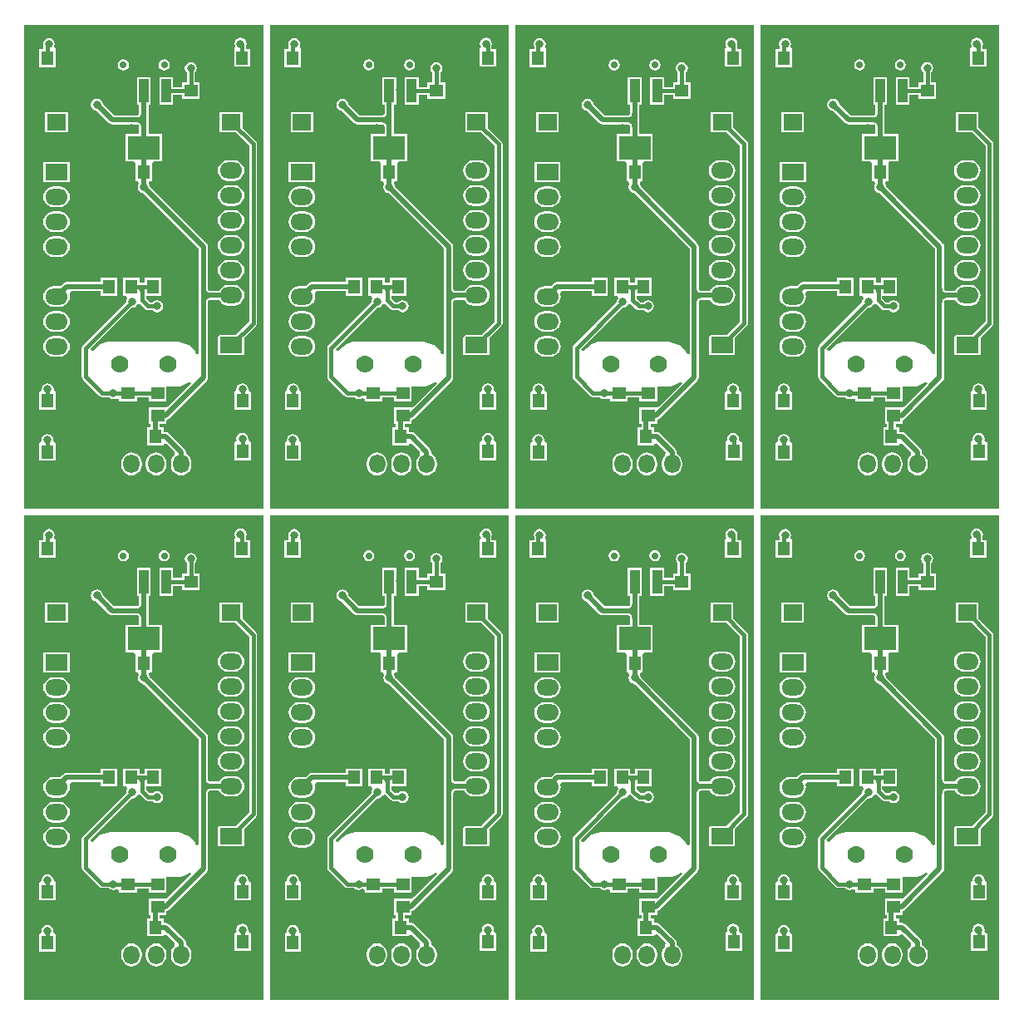
<source format=gbl>
G04*
G04 #@! TF.GenerationSoftware,Altium Limited,Altium Designer,18.1.6 (161)*
G04*
G04 Layer_Physical_Order=2*
G04 Layer_Color=16711680*
%FSLAX25Y25*%
%MOIN*%
G70*
G01*
G75*
%ADD10R,0.05500X0.05000*%
%ADD11R,0.05000X0.05500*%
%ADD19C,0.01500*%
%ADD20C,0.02000*%
%ADD21O,0.09000X0.06500*%
%ADD22R,0.09000X0.06500*%
%ADD23O,0.07500X0.06500*%
%ADD24R,0.07500X0.06500*%
%ADD25C,0.07000*%
%ADD26O,0.06500X0.07500*%
%ADD27C,0.02756*%
%ADD28C,0.03150*%
%ADD29R,0.03937X0.09449*%
%ADD30R,0.12992X0.09449*%
G36*
X392375Y198176D02*
X296601D01*
Y392375D01*
X392375D01*
Y198176D01*
D02*
G37*
G36*
X293950D02*
X198176D01*
Y392375D01*
X293950D01*
Y198176D01*
D02*
G37*
G36*
X195525D02*
X99751D01*
Y392375D01*
X195525D01*
Y198176D01*
D02*
G37*
G36*
X97100D02*
X1326D01*
Y392375D01*
X97100D01*
Y198176D01*
D02*
G37*
G36*
X392375Y1326D02*
X296601D01*
Y195525D01*
X392375D01*
Y1326D01*
D02*
G37*
G36*
X293950D02*
X198176D01*
Y195525D01*
X293950D01*
Y1326D01*
D02*
G37*
G36*
X195525D02*
X99751D01*
Y195525D01*
X195525D01*
Y1326D01*
D02*
G37*
G36*
X97100D02*
X1326D01*
Y195525D01*
X97100D01*
Y1326D01*
D02*
G37*
%LPC*%
G36*
X306415Y386932D02*
X305489Y386748D01*
X304703Y386223D01*
X304178Y385437D01*
X303994Y384511D01*
X304169Y383632D01*
Y382459D01*
X302449D01*
Y375360D01*
X309049D01*
Y382459D01*
X309049D01*
X308569Y383459D01*
X308652Y383584D01*
X308837Y384511D01*
X308652Y385437D01*
X308127Y386223D01*
X307342Y386748D01*
X306415Y386932D01*
D02*
G37*
G36*
X383310Y387106D02*
X382383Y386921D01*
X381597Y386396D01*
X381072Y385611D01*
X380888Y384684D01*
X381072Y383758D01*
X381244Y383500D01*
X380710Y382500D01*
X380676D01*
Y375400D01*
X387276D01*
Y382500D01*
X385556D01*
Y383805D01*
X385731Y384684D01*
X385546Y385611D01*
X385022Y386396D01*
X384236Y386921D01*
X383310Y387106D01*
D02*
G37*
G36*
X352658Y378402D02*
X351808Y378233D01*
X351087Y377751D01*
X350606Y377031D01*
X350437Y376181D01*
X350606Y375331D01*
X351087Y374611D01*
X351808Y374130D01*
X352658Y373960D01*
X353507Y374130D01*
X354228Y374611D01*
X354709Y375331D01*
X354878Y376181D01*
X354709Y377031D01*
X354228Y377751D01*
X353507Y378233D01*
X352658Y378402D01*
D02*
G37*
G36*
X336319D02*
X335469Y378233D01*
X334749Y377751D01*
X334267Y377031D01*
X334098Y376181D01*
X334267Y375331D01*
X334749Y374611D01*
X335469Y374130D01*
X336319Y373960D01*
X337169Y374130D01*
X337889Y374611D01*
X338370Y375331D01*
X338540Y376181D01*
X338370Y377031D01*
X337889Y377751D01*
X337169Y378233D01*
X336319Y378402D01*
D02*
G37*
G36*
X363386Y377361D02*
X362459Y377177D01*
X361674Y376652D01*
X361149Y375867D01*
X360964Y374940D01*
X361149Y374013D01*
X361674Y373228D01*
X361806Y373140D01*
Y369048D01*
X359836D01*
Y367328D01*
X356312D01*
Y371272D01*
X350775D01*
Y360224D01*
X356312D01*
Y364168D01*
X359836D01*
Y362448D01*
X366936D01*
Y369048D01*
X364966D01*
Y373140D01*
X365098Y373228D01*
X365623Y374013D01*
X365807Y374940D01*
X365623Y375867D01*
X365098Y376652D01*
X364312Y377177D01*
X363386Y377361D01*
D02*
G37*
G36*
X347257Y371272D02*
X341720D01*
Y360224D01*
X342653D01*
Y356844D01*
X342615Y356631D01*
X342557Y356455D01*
X342487Y356326D01*
X342409Y356230D01*
X342312Y356151D01*
X342183Y356082D01*
X342007Y356023D01*
X341794Y355986D01*
X332522D01*
X328054Y360454D01*
X327913Y361163D01*
X327388Y361948D01*
X326602Y362473D01*
X325676Y362657D01*
X324749Y362473D01*
X323963Y361948D01*
X323439Y361163D01*
X323254Y360236D01*
X323439Y359310D01*
X323963Y358524D01*
X324749Y357999D01*
X325458Y357858D01*
X330464Y352853D01*
X331059Y352455D01*
X331761Y352315D01*
X341794D01*
X342007Y352278D01*
X342183Y352219D01*
X342312Y352149D01*
X342409Y352071D01*
X342487Y351975D01*
X342557Y351846D01*
X342615Y351670D01*
X342653Y351457D01*
Y348438D01*
X337192D01*
Y337389D01*
X340628D01*
X341188Y336621D01*
Y329521D01*
X342083D01*
X342473Y328521D01*
X342251Y328190D01*
X342067Y327263D01*
X342251Y326336D01*
X342776Y325551D01*
X343562Y325026D01*
X344271Y324885D01*
X366540Y302615D01*
Y283780D01*
Y260314D01*
X365540Y260072D01*
X364676Y261750D01*
X362376Y263779D01*
X358376Y265350D01*
X330876D01*
X329676Y265094D01*
X327267Y264280D01*
X325199Y262708D01*
X324125Y261469D01*
X323075Y261785D01*
X323013Y262264D01*
X339608Y278860D01*
X339764Y278829D01*
X340690Y279013D01*
X341476Y279538D01*
X341879Y280142D01*
X341915Y280169D01*
X342641Y280348D01*
X343028Y280363D01*
X345058Y278333D01*
X345571Y277990D01*
X346176Y277870D01*
X348075D01*
X348164Y277738D01*
X348949Y277213D01*
X349876Y277029D01*
X350802Y277213D01*
X351588Y277738D01*
X352113Y278524D01*
X352297Y279450D01*
X352113Y280377D01*
X351588Y281163D01*
X350802Y281687D01*
X349876Y281872D01*
X348949Y281687D01*
X348164Y281163D01*
X348075Y281031D01*
X346830D01*
X345356Y282505D01*
Y283700D01*
X351376D01*
Y290800D01*
X344776D01*
Y288831D01*
X342776D01*
Y290800D01*
X336176D01*
Y283700D01*
X337434D01*
X337543Y283570D01*
X337877Y282700D01*
X337527Y282177D01*
X337343Y281250D01*
X337373Y281095D01*
X320058Y263780D01*
X319715Y263267D01*
X319595Y262662D01*
Y251050D01*
X319715Y250446D01*
X320058Y249933D01*
X326558Y243433D01*
X327071Y243090D01*
X327676Y242970D01*
X330475D01*
X330563Y242838D01*
X331349Y242313D01*
X332276Y242129D01*
X333202Y242313D01*
X333639Y242605D01*
X334639Y242150D01*
Y241133D01*
X341739D01*
Y242853D01*
X346450D01*
Y241133D01*
X353550D01*
Y247250D01*
X359076D01*
X360626Y247800D01*
X361976Y248450D01*
X362901Y249286D01*
X363591Y248561D01*
X354301Y239271D01*
X353550Y238733D01*
Y238733D01*
X353550Y238733D01*
X346450D01*
Y232133D01*
X347203D01*
Y230715D01*
X345738D01*
Y223615D01*
X352338D01*
Y224119D01*
X353338Y224534D01*
X356886Y220986D01*
X356785Y219672D01*
X356600Y219530D01*
X355950Y218684D01*
X355542Y217699D01*
X355403Y216642D01*
Y215642D01*
X355542Y214584D01*
X355950Y213599D01*
X356600Y212753D01*
X357446Y212104D01*
X358431Y211696D01*
X359488Y211557D01*
X360545Y211696D01*
X361531Y212104D01*
X362377Y212753D01*
X363026Y213599D01*
X363434Y214584D01*
X363573Y215642D01*
Y216642D01*
X363434Y217699D01*
X363026Y218684D01*
X362377Y219530D01*
X361531Y220179D01*
X361323Y220265D01*
Y220979D01*
X361184Y221681D01*
X360786Y222277D01*
X354600Y228463D01*
X354004Y228861D01*
X353302Y229001D01*
X352338D01*
Y230715D01*
X350873D01*
Y232133D01*
X353550D01*
Y233696D01*
X353761Y233737D01*
X354356Y234135D01*
X369673Y249453D01*
X370071Y250048D01*
X370211Y250750D01*
Y281086D01*
X370248Y281299D01*
X370307Y281475D01*
X370377Y281604D01*
X370455Y281700D01*
X370551Y281779D01*
X370680Y281848D01*
X370856Y281907D01*
X371069Y281944D01*
X374615D01*
X374700Y281737D01*
X375350Y280891D01*
X376196Y280242D01*
X377181Y279834D01*
X378238Y279695D01*
X380738D01*
X381796Y279834D01*
X382781Y280242D01*
X383627Y280891D01*
X384276Y281737D01*
X384684Y282722D01*
X384823Y283780D01*
X384684Y284837D01*
X384276Y285822D01*
X383627Y286668D01*
X382781Y287317D01*
X381796Y287725D01*
X380738Y287864D01*
X378238D01*
X377181Y287725D01*
X376196Y287317D01*
X375350Y286668D01*
X374700Y285822D01*
X374615Y285615D01*
X371069D01*
X370856Y285652D01*
X370680Y285711D01*
X370551Y285781D01*
X370455Y285859D01*
X370377Y285955D01*
X370307Y286084D01*
X370248Y286260D01*
X370211Y286473D01*
Y303376D01*
X370071Y304078D01*
X369673Y304673D01*
X346866Y327480D01*
X346725Y328190D01*
X346504Y328521D01*
X346894Y329521D01*
X347788D01*
Y336621D01*
X348348Y337389D01*
X351784D01*
Y348438D01*
X346323D01*
Y354150D01*
Y360224D01*
X347257D01*
Y371272D01*
D02*
G37*
G36*
X314038Y357357D02*
X304938D01*
Y349257D01*
X314038D01*
Y357357D01*
D02*
G37*
G36*
X380738Y337864D02*
X378238D01*
X377181Y337725D01*
X376196Y337317D01*
X375350Y336668D01*
X374700Y335822D01*
X374292Y334837D01*
X374153Y333780D01*
X374292Y332722D01*
X374700Y331737D01*
X375350Y330891D01*
X376196Y330242D01*
X377181Y329834D01*
X378238Y329695D01*
X380738D01*
X381796Y329834D01*
X382781Y330242D01*
X383627Y330891D01*
X384276Y331737D01*
X384684Y332722D01*
X384823Y333780D01*
X384684Y334837D01*
X384276Y335822D01*
X383627Y336668D01*
X382781Y337317D01*
X381796Y337725D01*
X380738Y337864D01*
D02*
G37*
G36*
X314788Y337357D02*
X304188D01*
Y329257D01*
X314788D01*
Y337357D01*
D02*
G37*
G36*
X380738Y327865D02*
X378238D01*
X377181Y327725D01*
X376196Y327317D01*
X375350Y326668D01*
X374700Y325822D01*
X374292Y324837D01*
X374153Y323780D01*
X374292Y322722D01*
X374700Y321737D01*
X375350Y320891D01*
X376196Y320242D01*
X377181Y319834D01*
X378238Y319695D01*
X380738D01*
X381796Y319834D01*
X382781Y320242D01*
X383627Y320891D01*
X384276Y321737D01*
X384684Y322722D01*
X384823Y323780D01*
X384684Y324837D01*
X384276Y325822D01*
X383627Y326668D01*
X382781Y327317D01*
X381796Y327725D01*
X380738Y327865D01*
D02*
G37*
G36*
X310738Y327392D02*
X308238D01*
X307181Y327253D01*
X306196Y326845D01*
X305350Y326196D01*
X304700Y325350D01*
X304292Y324364D01*
X304153Y323307D01*
X304292Y322250D01*
X304700Y321265D01*
X305350Y320419D01*
X306196Y319769D01*
X307181Y319361D01*
X308238Y319222D01*
X310738D01*
X311795Y319361D01*
X312781Y319769D01*
X313627Y320419D01*
X314276Y321265D01*
X314684Y322250D01*
X314823Y323307D01*
X314684Y324364D01*
X314276Y325350D01*
X313627Y326196D01*
X312781Y326845D01*
X311795Y327253D01*
X310738Y327392D01*
D02*
G37*
G36*
X380738Y317864D02*
X378238D01*
X377181Y317725D01*
X376196Y317317D01*
X375350Y316668D01*
X374700Y315822D01*
X374292Y314837D01*
X374153Y313779D01*
X374292Y312722D01*
X374700Y311737D01*
X375350Y310891D01*
X376196Y310242D01*
X377181Y309834D01*
X378238Y309695D01*
X380738D01*
X381796Y309834D01*
X382781Y310242D01*
X383627Y310891D01*
X384276Y311737D01*
X384684Y312722D01*
X384823Y313779D01*
X384684Y314837D01*
X384276Y315822D01*
X383627Y316668D01*
X382781Y317317D01*
X381796Y317725D01*
X380738Y317864D01*
D02*
G37*
G36*
X310738Y317392D02*
X308238D01*
X307181Y317253D01*
X306196Y316845D01*
X305350Y316196D01*
X304700Y315350D01*
X304292Y314364D01*
X304153Y313307D01*
X304292Y312250D01*
X304700Y311265D01*
X305350Y310419D01*
X306196Y309769D01*
X307181Y309361D01*
X308238Y309222D01*
X310738D01*
X311795Y309361D01*
X312781Y309769D01*
X313627Y310419D01*
X314276Y311265D01*
X314684Y312250D01*
X314823Y313307D01*
X314684Y314364D01*
X314276Y315350D01*
X313627Y316196D01*
X312781Y316845D01*
X311795Y317253D01*
X310738Y317392D01*
D02*
G37*
G36*
X380738Y307864D02*
X378238D01*
X377181Y307725D01*
X376196Y307317D01*
X375350Y306668D01*
X374700Y305822D01*
X374292Y304837D01*
X374153Y303780D01*
X374292Y302722D01*
X374700Y301737D01*
X375350Y300891D01*
X376196Y300242D01*
X377181Y299834D01*
X378238Y299695D01*
X380738D01*
X381796Y299834D01*
X382781Y300242D01*
X383627Y300891D01*
X384276Y301737D01*
X384684Y302722D01*
X384823Y303780D01*
X384684Y304837D01*
X384276Y305822D01*
X383627Y306668D01*
X382781Y307317D01*
X381796Y307725D01*
X380738Y307864D01*
D02*
G37*
G36*
X310738Y307392D02*
X308238D01*
X307181Y307253D01*
X306196Y306845D01*
X305350Y306196D01*
X304700Y305350D01*
X304292Y304364D01*
X304153Y303307D01*
X304292Y302250D01*
X304700Y301265D01*
X305350Y300419D01*
X306196Y299769D01*
X307181Y299361D01*
X308238Y299222D01*
X310738D01*
X311795Y299361D01*
X312781Y299769D01*
X313627Y300419D01*
X314276Y301265D01*
X314684Y302250D01*
X314823Y303307D01*
X314684Y304364D01*
X314276Y305350D01*
X313627Y306196D01*
X312781Y306845D01*
X311795Y307253D01*
X310738Y307392D01*
D02*
G37*
G36*
X380738Y297865D02*
X378238D01*
X377181Y297725D01*
X376196Y297317D01*
X375350Y296668D01*
X374700Y295822D01*
X374292Y294837D01*
X374153Y293779D01*
X374292Y292722D01*
X374700Y291737D01*
X375350Y290891D01*
X376196Y290242D01*
X377181Y289834D01*
X378238Y289695D01*
X380738D01*
X381796Y289834D01*
X382781Y290242D01*
X383627Y290891D01*
X384276Y291737D01*
X384684Y292722D01*
X384823Y293779D01*
X384684Y294837D01*
X384276Y295822D01*
X383627Y296668D01*
X382781Y297317D01*
X381796Y297725D01*
X380738Y297865D01*
D02*
G37*
G36*
X333776Y290800D02*
X327176D01*
Y289086D01*
X313432D01*
X312729Y288946D01*
X312134Y288548D01*
X310950Y287364D01*
X310738Y287392D01*
X308238D01*
X307181Y287253D01*
X306196Y286845D01*
X305350Y286196D01*
X304700Y285350D01*
X304292Y284364D01*
X304153Y283307D01*
X304292Y282250D01*
X304700Y281265D01*
X305350Y280419D01*
X306196Y279769D01*
X307181Y279361D01*
X308238Y279222D01*
X310738D01*
X311795Y279361D01*
X312781Y279769D01*
X313627Y280419D01*
X314276Y281265D01*
X314684Y282250D01*
X314823Y283307D01*
X314684Y284364D01*
X314663Y284415D01*
X315331Y285415D01*
X327176D01*
Y283700D01*
X333776D01*
Y290800D01*
D02*
G37*
G36*
X310738Y277392D02*
X308238D01*
X307181Y277253D01*
X306196Y276845D01*
X305350Y276196D01*
X304700Y275350D01*
X304292Y274364D01*
X304153Y273307D01*
X304292Y272250D01*
X304700Y271265D01*
X305350Y270419D01*
X306196Y269769D01*
X307181Y269361D01*
X308238Y269222D01*
X310738D01*
X311795Y269361D01*
X312781Y269769D01*
X313627Y270419D01*
X314276Y271265D01*
X314684Y272250D01*
X314823Y273307D01*
X314684Y274364D01*
X314276Y275350D01*
X313627Y276196D01*
X312781Y276845D01*
X311795Y277253D01*
X310738Y277392D01*
D02*
G37*
G36*
X384038Y357357D02*
X374938D01*
Y349257D01*
X381303D01*
X386795Y343765D01*
Y273322D01*
X381303Y267829D01*
X374188D01*
Y259730D01*
X384788D01*
Y266845D01*
X389493Y271549D01*
X389836Y272062D01*
X389956Y272667D01*
Y344420D01*
X389836Y345024D01*
X389493Y345537D01*
X384038Y350992D01*
Y357357D01*
D02*
G37*
G36*
X310738Y267392D02*
X308238D01*
X307181Y267253D01*
X306196Y266845D01*
X305350Y266196D01*
X304700Y265350D01*
X304292Y264364D01*
X304153Y263307D01*
X304292Y262250D01*
X304700Y261265D01*
X305350Y260419D01*
X306196Y259769D01*
X307181Y259361D01*
X308238Y259222D01*
X310738D01*
X311795Y259361D01*
X312781Y259769D01*
X313627Y260419D01*
X314276Y261265D01*
X314684Y262250D01*
X314823Y263307D01*
X314684Y264364D01*
X314276Y265350D01*
X313627Y266196D01*
X312781Y266845D01*
X311795Y267253D01*
X310738Y267392D01*
D02*
G37*
G36*
X384010Y248538D02*
X383083Y248354D01*
X382297Y247829D01*
X381772Y247043D01*
X381588Y246116D01*
X381611Y246000D01*
X380790Y245000D01*
X380776D01*
Y237900D01*
X387376D01*
Y245000D01*
X387228D01*
X386408Y246000D01*
X386431Y246116D01*
X386246Y247043D01*
X385722Y247829D01*
X384936Y248354D01*
X384010Y248538D01*
D02*
G37*
G36*
X305942Y248506D02*
X305015Y248321D01*
X304230Y247796D01*
X303705Y247011D01*
X303520Y246084D01*
X303537Y246000D01*
X302716Y245000D01*
X302576D01*
Y237900D01*
X309176D01*
Y245000D01*
X309167D01*
X308346Y246000D01*
X308363Y246084D01*
X308179Y247011D01*
X307654Y247796D01*
X306868Y248321D01*
X305942Y248506D01*
D02*
G37*
G36*
X384010Y228638D02*
X383083Y228453D01*
X382297Y227929D01*
X381772Y227143D01*
X381588Y226217D01*
X381671Y225800D01*
X380988Y224800D01*
X380876D01*
Y217700D01*
X387476D01*
Y224800D01*
X387031D01*
X386348Y225800D01*
X386431Y226217D01*
X386246Y227143D01*
X385722Y227929D01*
X384936Y228453D01*
X384010Y228638D01*
D02*
G37*
G36*
X305876Y228172D02*
X304949Y227987D01*
X304164Y227463D01*
X303639Y226677D01*
X303454Y225750D01*
X303504Y225500D01*
X302744Y224500D01*
X302576D01*
Y217400D01*
X309176D01*
Y224500D01*
X309008D01*
X308247Y225500D01*
X308297Y225750D01*
X308113Y226677D01*
X307588Y227463D01*
X306802Y227987D01*
X305876Y228172D01*
D02*
G37*
G36*
X349388Y220727D02*
X348331Y220587D01*
X347346Y220179D01*
X346500Y219530D01*
X345850Y218684D01*
X345442Y217699D01*
X345303Y216642D01*
Y215642D01*
X345442Y214584D01*
X345850Y213599D01*
X346500Y212753D01*
X347346Y212104D01*
X348331Y211696D01*
X349388Y211557D01*
X350446Y211696D01*
X351431Y212104D01*
X352277Y212753D01*
X352926Y213599D01*
X353334Y214584D01*
X353473Y215642D01*
Y216642D01*
X353334Y217699D01*
X352926Y218684D01*
X352277Y219530D01*
X351431Y220179D01*
X350446Y220587D01*
X349388Y220727D01*
D02*
G37*
G36*
X339588D02*
X338531Y220587D01*
X337546Y220179D01*
X336700Y219530D01*
X336051Y218684D01*
X335642Y217699D01*
X335503Y216642D01*
Y215642D01*
X335642Y214584D01*
X336051Y213599D01*
X336700Y212753D01*
X337546Y212104D01*
X338531Y211696D01*
X339588Y211557D01*
X340646Y211696D01*
X341631Y212104D01*
X342477Y212753D01*
X343126Y213599D01*
X343534Y214584D01*
X343673Y215642D01*
Y216642D01*
X343534Y217699D01*
X343126Y218684D01*
X342477Y219530D01*
X341631Y220179D01*
X340646Y220587D01*
X339588Y220727D01*
D02*
G37*
%LPD*%
G36*
X345488Y354150D02*
X343488Y351150D01*
X343468Y351530D01*
X343408Y351870D01*
X343308Y352170D01*
X343168Y352430D01*
X342988Y352650D01*
X342768Y352830D01*
X342508Y352970D01*
X342208Y353070D01*
X341868Y353130D01*
X341488Y353150D01*
Y355150D01*
X341868Y355170D01*
X342208Y355230D01*
X342508Y355330D01*
X342768Y355470D01*
X342988Y355650D01*
X343168Y355870D01*
X343308Y356130D01*
X343408Y356430D01*
X343468Y356770D01*
X343488Y357150D01*
X345488Y354150D01*
D02*
G37*
G36*
X346026Y286500D02*
X345741Y286485D01*
X345486Y286440D01*
X345261Y286365D01*
X345066Y286260D01*
X344901Y286125D01*
X344766Y285960D01*
X344661Y285765D01*
X344586Y285540D01*
X344541Y285285D01*
X344526Y285000D01*
X343026D01*
X343011Y285285D01*
X342966Y285540D01*
X342891Y285765D01*
X342786Y285960D01*
X342651Y286125D01*
X342486Y286260D01*
X342291Y286365D01*
X342066Y286440D01*
X341811Y286485D01*
X341526Y286500D01*
X343776Y288000D01*
X346026Y286500D01*
D02*
G37*
G36*
X369396Y286400D02*
X369456Y286059D01*
X369556Y285759D01*
X369696Y285500D01*
X369876Y285279D01*
X370096Y285100D01*
X370356Y284960D01*
X370656Y284859D01*
X370996Y284800D01*
X371376Y284780D01*
Y282780D01*
X370996Y282759D01*
X370656Y282699D01*
X370356Y282599D01*
X370096Y282459D01*
X369876Y282279D01*
X369696Y282060D01*
X369556Y281800D01*
X369456Y281500D01*
X369396Y281159D01*
X369376Y280780D01*
X367376Y283780D01*
X369376Y286779D01*
X369396Y286400D01*
D02*
G37*
%LPC*%
G36*
X207990Y386932D02*
X207064Y386748D01*
X206278Y386223D01*
X205753Y385437D01*
X205569Y384511D01*
X205744Y383632D01*
Y382459D01*
X204024D01*
Y375360D01*
X210624D01*
Y382459D01*
X210624D01*
X210144Y383459D01*
X210227Y383584D01*
X210412Y384511D01*
X210227Y385437D01*
X209702Y386223D01*
X208917Y386748D01*
X207990Y386932D01*
D02*
G37*
G36*
X284884Y387106D02*
X283958Y386921D01*
X283172Y386396D01*
X282647Y385611D01*
X282463Y384684D01*
X282647Y383758D01*
X282819Y383500D01*
X282285Y382500D01*
X282250D01*
Y375400D01*
X288850D01*
Y382500D01*
X287131D01*
Y383805D01*
X287306Y384684D01*
X287121Y385611D01*
X286596Y386396D01*
X285811Y386921D01*
X284884Y387106D01*
D02*
G37*
G36*
X254232Y378402D02*
X253382Y378233D01*
X252662Y377751D01*
X252181Y377031D01*
X252012Y376181D01*
X252181Y375331D01*
X252662Y374611D01*
X253382Y374130D01*
X254232Y373960D01*
X255082Y374130D01*
X255802Y374611D01*
X256284Y375331D01*
X256453Y376181D01*
X256284Y377031D01*
X255802Y377751D01*
X255082Y378233D01*
X254232Y378402D01*
D02*
G37*
G36*
X237894D02*
X237044Y378233D01*
X236323Y377751D01*
X235842Y377031D01*
X235673Y376181D01*
X235842Y375331D01*
X236323Y374611D01*
X237044Y374130D01*
X237894Y373960D01*
X238743Y374130D01*
X239464Y374611D01*
X239945Y375331D01*
X240114Y376181D01*
X239945Y377031D01*
X239464Y377751D01*
X238743Y378233D01*
X237894Y378402D01*
D02*
G37*
G36*
X264961Y377361D02*
X264034Y377177D01*
X263248Y376652D01*
X262724Y375867D01*
X262539Y374940D01*
X262724Y374013D01*
X263248Y373228D01*
X263380Y373140D01*
Y369048D01*
X261411D01*
Y367328D01*
X257887D01*
Y371272D01*
X252350D01*
Y360224D01*
X257887D01*
Y364168D01*
X261411D01*
Y362448D01*
X268511D01*
Y369048D01*
X266541D01*
Y373140D01*
X266673Y373228D01*
X267198Y374013D01*
X267382Y374940D01*
X267198Y375867D01*
X266673Y376652D01*
X265887Y377177D01*
X264961Y377361D01*
D02*
G37*
G36*
X248832Y371272D02*
X243295D01*
Y360224D01*
X244228D01*
Y356844D01*
X244190Y356631D01*
X244131Y356455D01*
X244062Y356326D01*
X243983Y356230D01*
X243887Y356151D01*
X243758Y356082D01*
X243582Y356023D01*
X243369Y355986D01*
X234096D01*
X229628Y360454D01*
X229487Y361163D01*
X228962Y361948D01*
X228177Y362473D01*
X227250Y362657D01*
X226324Y362473D01*
X225538Y361948D01*
X225013Y361163D01*
X224829Y360236D01*
X225013Y359310D01*
X225538Y358524D01*
X226324Y357999D01*
X227033Y357858D01*
X232038Y352853D01*
X232634Y352455D01*
X233336Y352315D01*
X243369D01*
X243582Y352278D01*
X243758Y352219D01*
X243887Y352149D01*
X243983Y352071D01*
X244062Y351975D01*
X244131Y351846D01*
X244190Y351670D01*
X244228Y351457D01*
Y348438D01*
X238767D01*
Y337389D01*
X242203D01*
X242763Y336621D01*
Y329521D01*
X243657D01*
X244047Y328521D01*
X243826Y328190D01*
X243642Y327263D01*
X243826Y326336D01*
X244351Y325551D01*
X245136Y325026D01*
X245846Y324885D01*
X268115Y302615D01*
Y283780D01*
Y260314D01*
X267115Y260072D01*
X266250Y261750D01*
X263950Y263779D01*
X259950Y265350D01*
X232450D01*
X231250Y265094D01*
X228842Y264280D01*
X226774Y262708D01*
X225700Y261469D01*
X224650Y261785D01*
X224587Y262264D01*
X241183Y278860D01*
X241339Y278829D01*
X242265Y279013D01*
X243051Y279538D01*
X243454Y280142D01*
X243490Y280169D01*
X244216Y280348D01*
X244603Y280363D01*
X246633Y278333D01*
X247146Y277990D01*
X247750Y277870D01*
X249650D01*
X249738Y277738D01*
X250524Y277213D01*
X251450Y277029D01*
X252377Y277213D01*
X253163Y277738D01*
X253687Y278524D01*
X253872Y279450D01*
X253687Y280377D01*
X253163Y281163D01*
X252377Y281687D01*
X251450Y281872D01*
X250524Y281687D01*
X249738Y281163D01*
X249650Y281031D01*
X248405D01*
X246931Y282505D01*
Y283700D01*
X252950D01*
Y290800D01*
X246350D01*
Y288831D01*
X244350D01*
Y290800D01*
X237750D01*
Y283700D01*
X239008D01*
X239118Y283570D01*
X239451Y282700D01*
X239102Y282177D01*
X238917Y281250D01*
X238948Y281095D01*
X221633Y263780D01*
X221290Y263267D01*
X221170Y262662D01*
Y251050D01*
X221290Y250446D01*
X221633Y249933D01*
X228133Y243433D01*
X228646Y243090D01*
X229250Y242970D01*
X232050D01*
X232138Y242838D01*
X232924Y242313D01*
X233850Y242129D01*
X234777Y242313D01*
X235214Y242605D01*
X236214Y242150D01*
Y241133D01*
X243314D01*
Y242853D01*
X248025D01*
Y241133D01*
X255125D01*
Y247250D01*
X260650D01*
X262200Y247800D01*
X263550Y248450D01*
X264476Y249286D01*
X265165Y248561D01*
X255876Y239271D01*
X255125Y238733D01*
Y238733D01*
X255125Y238733D01*
X248025D01*
Y232133D01*
X248778D01*
Y230715D01*
X247313D01*
Y223615D01*
X253913D01*
Y224119D01*
X254913Y224534D01*
X258461Y220986D01*
X258360Y219672D01*
X258174Y219530D01*
X257525Y218684D01*
X257117Y217699D01*
X256978Y216642D01*
Y215642D01*
X257117Y214584D01*
X257525Y213599D01*
X258174Y212753D01*
X259020Y212104D01*
X260006Y211696D01*
X261063Y211557D01*
X262120Y211696D01*
X263106Y212104D01*
X263951Y212753D01*
X264601Y213599D01*
X265009Y214584D01*
X265148Y215642D01*
Y216642D01*
X265009Y217699D01*
X264601Y218684D01*
X263951Y219530D01*
X263106Y220179D01*
X262898Y220265D01*
Y220979D01*
X262759Y221681D01*
X262361Y222277D01*
X256174Y228463D01*
X255579Y228861D01*
X254877Y229001D01*
X253913D01*
Y230715D01*
X252448D01*
Y232133D01*
X255125D01*
Y233696D01*
X255335Y233737D01*
X255931Y234135D01*
X271248Y249453D01*
X271646Y250048D01*
X271786Y250750D01*
Y281086D01*
X271823Y281299D01*
X271882Y281475D01*
X271951Y281604D01*
X272030Y281700D01*
X272126Y281779D01*
X272255Y281848D01*
X272431Y281907D01*
X272644Y281944D01*
X276189D01*
X276275Y281737D01*
X276924Y280891D01*
X277770Y280242D01*
X278756Y279834D01*
X279813Y279695D01*
X282313D01*
X283370Y279834D01*
X284355Y280242D01*
X285202Y280891D01*
X285851Y281737D01*
X286259Y282722D01*
X286398Y283780D01*
X286259Y284837D01*
X285851Y285822D01*
X285202Y286668D01*
X284355Y287317D01*
X283370Y287725D01*
X282313Y287864D01*
X279813D01*
X278756Y287725D01*
X277770Y287317D01*
X276924Y286668D01*
X276275Y285822D01*
X276189Y285615D01*
X272644D01*
X272431Y285652D01*
X272255Y285711D01*
X272126Y285781D01*
X272030Y285859D01*
X271951Y285955D01*
X271882Y286084D01*
X271823Y286260D01*
X271786Y286473D01*
Y303376D01*
X271646Y304078D01*
X271248Y304673D01*
X248441Y327480D01*
X248300Y328190D01*
X248079Y328521D01*
X248469Y329521D01*
X249363D01*
Y336621D01*
X249923Y337389D01*
X253359D01*
Y348438D01*
X247898D01*
Y354150D01*
Y360224D01*
X248832D01*
Y371272D01*
D02*
G37*
G36*
X215613Y357357D02*
X206513D01*
Y349257D01*
X215613D01*
Y357357D01*
D02*
G37*
G36*
X282313Y337864D02*
X279813D01*
X278756Y337725D01*
X277770Y337317D01*
X276924Y336668D01*
X276275Y335822D01*
X275867Y334837D01*
X275728Y333780D01*
X275867Y332722D01*
X276275Y331737D01*
X276924Y330891D01*
X277770Y330242D01*
X278756Y329834D01*
X279813Y329695D01*
X282313D01*
X283370Y329834D01*
X284355Y330242D01*
X285202Y330891D01*
X285851Y331737D01*
X286259Y332722D01*
X286398Y333780D01*
X286259Y334837D01*
X285851Y335822D01*
X285202Y336668D01*
X284355Y337317D01*
X283370Y337725D01*
X282313Y337864D01*
D02*
G37*
G36*
X216363Y337357D02*
X205763D01*
Y329257D01*
X216363D01*
Y337357D01*
D02*
G37*
G36*
X282313Y327865D02*
X279813D01*
X278756Y327725D01*
X277770Y327317D01*
X276924Y326668D01*
X276275Y325822D01*
X275867Y324837D01*
X275728Y323780D01*
X275867Y322722D01*
X276275Y321737D01*
X276924Y320891D01*
X277770Y320242D01*
X278756Y319834D01*
X279813Y319695D01*
X282313D01*
X283370Y319834D01*
X284355Y320242D01*
X285202Y320891D01*
X285851Y321737D01*
X286259Y322722D01*
X286398Y323780D01*
X286259Y324837D01*
X285851Y325822D01*
X285202Y326668D01*
X284355Y327317D01*
X283370Y327725D01*
X282313Y327865D01*
D02*
G37*
G36*
X212313Y327392D02*
X209813D01*
X208756Y327253D01*
X207770Y326845D01*
X206925Y326196D01*
X206275Y325350D01*
X205867Y324364D01*
X205728Y323307D01*
X205867Y322250D01*
X206275Y321265D01*
X206925Y320419D01*
X207770Y319769D01*
X208756Y319361D01*
X209813Y319222D01*
X212313D01*
X213370Y319361D01*
X214355Y319769D01*
X215201Y320419D01*
X215851Y321265D01*
X216259Y322250D01*
X216398Y323307D01*
X216259Y324364D01*
X215851Y325350D01*
X215201Y326196D01*
X214355Y326845D01*
X213370Y327253D01*
X212313Y327392D01*
D02*
G37*
G36*
X282313Y317864D02*
X279813D01*
X278756Y317725D01*
X277770Y317317D01*
X276924Y316668D01*
X276275Y315822D01*
X275867Y314837D01*
X275728Y313779D01*
X275867Y312722D01*
X276275Y311737D01*
X276924Y310891D01*
X277770Y310242D01*
X278756Y309834D01*
X279813Y309695D01*
X282313D01*
X283370Y309834D01*
X284355Y310242D01*
X285202Y310891D01*
X285851Y311737D01*
X286259Y312722D01*
X286398Y313779D01*
X286259Y314837D01*
X285851Y315822D01*
X285202Y316668D01*
X284355Y317317D01*
X283370Y317725D01*
X282313Y317864D01*
D02*
G37*
G36*
X212313Y317392D02*
X209813D01*
X208756Y317253D01*
X207770Y316845D01*
X206925Y316196D01*
X206275Y315350D01*
X205867Y314364D01*
X205728Y313307D01*
X205867Y312250D01*
X206275Y311265D01*
X206925Y310419D01*
X207770Y309769D01*
X208756Y309361D01*
X209813Y309222D01*
X212313D01*
X213370Y309361D01*
X214355Y309769D01*
X215201Y310419D01*
X215851Y311265D01*
X216259Y312250D01*
X216398Y313307D01*
X216259Y314364D01*
X215851Y315350D01*
X215201Y316196D01*
X214355Y316845D01*
X213370Y317253D01*
X212313Y317392D01*
D02*
G37*
G36*
X282313Y307864D02*
X279813D01*
X278756Y307725D01*
X277770Y307317D01*
X276924Y306668D01*
X276275Y305822D01*
X275867Y304837D01*
X275728Y303780D01*
X275867Y302722D01*
X276275Y301737D01*
X276924Y300891D01*
X277770Y300242D01*
X278756Y299834D01*
X279813Y299695D01*
X282313D01*
X283370Y299834D01*
X284355Y300242D01*
X285202Y300891D01*
X285851Y301737D01*
X286259Y302722D01*
X286398Y303780D01*
X286259Y304837D01*
X285851Y305822D01*
X285202Y306668D01*
X284355Y307317D01*
X283370Y307725D01*
X282313Y307864D01*
D02*
G37*
G36*
X212313Y307392D02*
X209813D01*
X208756Y307253D01*
X207770Y306845D01*
X206925Y306196D01*
X206275Y305350D01*
X205867Y304364D01*
X205728Y303307D01*
X205867Y302250D01*
X206275Y301265D01*
X206925Y300419D01*
X207770Y299769D01*
X208756Y299361D01*
X209813Y299222D01*
X212313D01*
X213370Y299361D01*
X214355Y299769D01*
X215201Y300419D01*
X215851Y301265D01*
X216259Y302250D01*
X216398Y303307D01*
X216259Y304364D01*
X215851Y305350D01*
X215201Y306196D01*
X214355Y306845D01*
X213370Y307253D01*
X212313Y307392D01*
D02*
G37*
G36*
X282313Y297865D02*
X279813D01*
X278756Y297725D01*
X277770Y297317D01*
X276924Y296668D01*
X276275Y295822D01*
X275867Y294837D01*
X275728Y293779D01*
X275867Y292722D01*
X276275Y291737D01*
X276924Y290891D01*
X277770Y290242D01*
X278756Y289834D01*
X279813Y289695D01*
X282313D01*
X283370Y289834D01*
X284355Y290242D01*
X285202Y290891D01*
X285851Y291737D01*
X286259Y292722D01*
X286398Y293779D01*
X286259Y294837D01*
X285851Y295822D01*
X285202Y296668D01*
X284355Y297317D01*
X283370Y297725D01*
X282313Y297865D01*
D02*
G37*
G36*
X235350Y290800D02*
X228750D01*
Y289086D01*
X215006D01*
X214304Y288946D01*
X213709Y288548D01*
X212525Y287364D01*
X212313Y287392D01*
X209813D01*
X208756Y287253D01*
X207770Y286845D01*
X206925Y286196D01*
X206275Y285350D01*
X205867Y284364D01*
X205728Y283307D01*
X205867Y282250D01*
X206275Y281265D01*
X206925Y280419D01*
X207770Y279769D01*
X208756Y279361D01*
X209813Y279222D01*
X212313D01*
X213370Y279361D01*
X214355Y279769D01*
X215201Y280419D01*
X215851Y281265D01*
X216259Y282250D01*
X216398Y283307D01*
X216259Y284364D01*
X216238Y284415D01*
X216906Y285415D01*
X228750D01*
Y283700D01*
X235350D01*
Y290800D01*
D02*
G37*
G36*
X212313Y277392D02*
X209813D01*
X208756Y277253D01*
X207770Y276845D01*
X206925Y276196D01*
X206275Y275350D01*
X205867Y274364D01*
X205728Y273307D01*
X205867Y272250D01*
X206275Y271265D01*
X206925Y270419D01*
X207770Y269769D01*
X208756Y269361D01*
X209813Y269222D01*
X212313D01*
X213370Y269361D01*
X214355Y269769D01*
X215201Y270419D01*
X215851Y271265D01*
X216259Y272250D01*
X216398Y273307D01*
X216259Y274364D01*
X215851Y275350D01*
X215201Y276196D01*
X214355Y276845D01*
X213370Y277253D01*
X212313Y277392D01*
D02*
G37*
G36*
X285613Y357357D02*
X276513D01*
Y349257D01*
X282878D01*
X288370Y343765D01*
Y273322D01*
X282878Y267829D01*
X275763D01*
Y259730D01*
X286363D01*
Y266845D01*
X291068Y271549D01*
X291410Y272062D01*
X291531Y272667D01*
Y344420D01*
X291410Y345024D01*
X291068Y345537D01*
X285613Y350992D01*
Y357357D01*
D02*
G37*
G36*
X212313Y267392D02*
X209813D01*
X208756Y267253D01*
X207770Y266845D01*
X206925Y266196D01*
X206275Y265350D01*
X205867Y264364D01*
X205728Y263307D01*
X205867Y262250D01*
X206275Y261265D01*
X206925Y260419D01*
X207770Y259769D01*
X208756Y259361D01*
X209813Y259222D01*
X212313D01*
X213370Y259361D01*
X214355Y259769D01*
X215201Y260419D01*
X215851Y261265D01*
X216259Y262250D01*
X216398Y263307D01*
X216259Y264364D01*
X215851Y265350D01*
X215201Y266196D01*
X214355Y266845D01*
X213370Y267253D01*
X212313Y267392D01*
D02*
G37*
G36*
X285584Y248538D02*
X284658Y248354D01*
X283872Y247829D01*
X283347Y247043D01*
X283163Y246116D01*
X283186Y246000D01*
X282365Y245000D01*
X282350D01*
Y237900D01*
X288950D01*
Y245000D01*
X288803D01*
X287983Y246000D01*
X288006Y246116D01*
X287821Y247043D01*
X287296Y247829D01*
X286511Y248354D01*
X285584Y248538D01*
D02*
G37*
G36*
X207517Y248506D02*
X206590Y248321D01*
X205804Y247796D01*
X205279Y247011D01*
X205095Y246084D01*
X205112Y246000D01*
X204291Y245000D01*
X204150D01*
Y237900D01*
X210750D01*
Y245000D01*
X210742D01*
X209921Y246000D01*
X209938Y246084D01*
X209754Y247011D01*
X209229Y247796D01*
X208443Y248321D01*
X207517Y248506D01*
D02*
G37*
G36*
X285584Y228638D02*
X284658Y228453D01*
X283872Y227929D01*
X283347Y227143D01*
X283163Y226217D01*
X283246Y225800D01*
X282563Y224800D01*
X282450D01*
Y217700D01*
X289050D01*
Y224800D01*
X288605D01*
X287923Y225800D01*
X288006Y226217D01*
X287821Y227143D01*
X287296Y227929D01*
X286511Y228453D01*
X285584Y228638D01*
D02*
G37*
G36*
X207450Y228172D02*
X206524Y227987D01*
X205738Y227463D01*
X205213Y226677D01*
X205029Y225750D01*
X205079Y225500D01*
X204318Y224500D01*
X204150D01*
Y217400D01*
X210750D01*
Y224500D01*
X210582D01*
X209822Y225500D01*
X209872Y225750D01*
X209687Y226677D01*
X209162Y227463D01*
X208377Y227987D01*
X207450Y228172D01*
D02*
G37*
G36*
X250963Y220727D02*
X249906Y220587D01*
X248920Y220179D01*
X248075Y219530D01*
X247425Y218684D01*
X247017Y217699D01*
X246878Y216642D01*
Y215642D01*
X247017Y214584D01*
X247425Y213599D01*
X248075Y212753D01*
X248920Y212104D01*
X249906Y211696D01*
X250963Y211557D01*
X252020Y211696D01*
X253006Y212104D01*
X253852Y212753D01*
X254501Y213599D01*
X254909Y214584D01*
X255048Y215642D01*
Y216642D01*
X254909Y217699D01*
X254501Y218684D01*
X253852Y219530D01*
X253006Y220179D01*
X252020Y220587D01*
X250963Y220727D01*
D02*
G37*
G36*
X241163D02*
X240106Y220587D01*
X239121Y220179D01*
X238275Y219530D01*
X237625Y218684D01*
X237217Y217699D01*
X237078Y216642D01*
Y215642D01*
X237217Y214584D01*
X237625Y213599D01*
X238275Y212753D01*
X239121Y212104D01*
X240106Y211696D01*
X241163Y211557D01*
X242220Y211696D01*
X243205Y212104D01*
X244052Y212753D01*
X244701Y213599D01*
X245109Y214584D01*
X245248Y215642D01*
Y216642D01*
X245109Y217699D01*
X244701Y218684D01*
X244052Y219530D01*
X243205Y220179D01*
X242220Y220587D01*
X241163Y220727D01*
D02*
G37*
%LPD*%
G36*
X247063Y354150D02*
X245063Y351150D01*
X245043Y351530D01*
X244983Y351870D01*
X244883Y352170D01*
X244743Y352430D01*
X244563Y352650D01*
X244343Y352830D01*
X244083Y352970D01*
X243783Y353070D01*
X243443Y353130D01*
X243063Y353150D01*
Y355150D01*
X243443Y355170D01*
X243783Y355230D01*
X244083Y355330D01*
X244343Y355470D01*
X244563Y355650D01*
X244743Y355870D01*
X244883Y356130D01*
X244983Y356430D01*
X245043Y356770D01*
X245063Y357150D01*
X247063Y354150D01*
D02*
G37*
G36*
X247600Y286500D02*
X247315Y286485D01*
X247060Y286440D01*
X246835Y286365D01*
X246640Y286260D01*
X246475Y286125D01*
X246340Y285960D01*
X246235Y285765D01*
X246160Y285540D01*
X246115Y285285D01*
X246100Y285000D01*
X244600D01*
X244585Y285285D01*
X244540Y285540D01*
X244465Y285765D01*
X244360Y285960D01*
X244225Y286125D01*
X244060Y286260D01*
X243865Y286365D01*
X243640Y286440D01*
X243385Y286485D01*
X243100Y286500D01*
X245350Y288000D01*
X247600Y286500D01*
D02*
G37*
G36*
X270970Y286400D02*
X271030Y286059D01*
X271130Y285759D01*
X271270Y285500D01*
X271450Y285279D01*
X271670Y285100D01*
X271930Y284960D01*
X272230Y284859D01*
X272570Y284800D01*
X272950Y284780D01*
Y282780D01*
X272570Y282759D01*
X272230Y282699D01*
X271930Y282599D01*
X271670Y282459D01*
X271450Y282279D01*
X271270Y282060D01*
X271130Y281800D01*
X271030Y281500D01*
X270970Y281159D01*
X270950Y280780D01*
X268950Y283780D01*
X270950Y286779D01*
X270970Y286400D01*
D02*
G37*
%LPC*%
G36*
X109565Y386932D02*
X108638Y386748D01*
X107853Y386223D01*
X107328Y385437D01*
X107144Y384511D01*
X107318Y383632D01*
Y382459D01*
X105599D01*
Y375360D01*
X112199D01*
Y382459D01*
X112199D01*
X111719Y383459D01*
X111802Y383584D01*
X111986Y384511D01*
X111802Y385437D01*
X111277Y386223D01*
X110492Y386748D01*
X109565Y386932D01*
D02*
G37*
G36*
X186459Y387106D02*
X185532Y386921D01*
X184747Y386396D01*
X184222Y385611D01*
X184038Y384684D01*
X184222Y383758D01*
X184394Y383500D01*
X183859Y382500D01*
X183825D01*
Y375400D01*
X190425D01*
Y382500D01*
X188706D01*
Y383805D01*
X188880Y384684D01*
X188696Y385611D01*
X188171Y386396D01*
X187386Y386921D01*
X186459Y387106D01*
D02*
G37*
G36*
X155807Y378402D02*
X154957Y378233D01*
X154237Y377751D01*
X153755Y377031D01*
X153586Y376181D01*
X153755Y375331D01*
X154237Y374611D01*
X154957Y374130D01*
X155807Y373960D01*
X156657Y374130D01*
X157377Y374611D01*
X157859Y375331D01*
X158028Y376181D01*
X157859Y377031D01*
X157377Y377751D01*
X156657Y378233D01*
X155807Y378402D01*
D02*
G37*
G36*
X139469D02*
X138619Y378233D01*
X137898Y377751D01*
X137417Y377031D01*
X137248Y376181D01*
X137417Y375331D01*
X137898Y374611D01*
X138619Y374130D01*
X139469Y373960D01*
X140318Y374130D01*
X141039Y374611D01*
X141520Y375331D01*
X141689Y376181D01*
X141520Y377031D01*
X141039Y377751D01*
X140318Y378233D01*
X139469Y378402D01*
D02*
G37*
G36*
X166535Y377361D02*
X165609Y377177D01*
X164823Y376652D01*
X164298Y375867D01*
X164114Y374940D01*
X164298Y374013D01*
X164823Y373228D01*
X164955Y373140D01*
Y369048D01*
X162985D01*
Y367328D01*
X159461D01*
Y371272D01*
X153924D01*
Y360224D01*
X159461D01*
Y364168D01*
X162985D01*
Y362448D01*
X170085D01*
Y369048D01*
X168116D01*
Y373140D01*
X168248Y373228D01*
X168772Y374013D01*
X168957Y374940D01*
X168772Y375867D01*
X168248Y376652D01*
X167462Y377177D01*
X166535Y377361D01*
D02*
G37*
G36*
X150406Y371272D02*
X144869D01*
Y360224D01*
X145802D01*
Y356844D01*
X145765Y356631D01*
X145706Y356455D01*
X145637Y356326D01*
X145558Y356230D01*
X145462Y356151D01*
X145333Y356082D01*
X145157Y356023D01*
X144944Y355986D01*
X135671D01*
X131203Y360454D01*
X131062Y361163D01*
X130537Y361948D01*
X129752Y362473D01*
X128825Y362657D01*
X127899Y362473D01*
X127113Y361948D01*
X126588Y361163D01*
X126404Y360236D01*
X126588Y359310D01*
X127113Y358524D01*
X127899Y357999D01*
X128608Y357858D01*
X133613Y352853D01*
X134209Y352455D01*
X134911Y352315D01*
X144944D01*
X145157Y352278D01*
X145333Y352219D01*
X145462Y352149D01*
X145558Y352071D01*
X145637Y351975D01*
X145706Y351846D01*
X145765Y351670D01*
X145802Y351457D01*
Y348438D01*
X140342D01*
Y337389D01*
X143778D01*
X144338Y336621D01*
Y329521D01*
X145232D01*
X145622Y328521D01*
X145401Y328190D01*
X145217Y327263D01*
X145401Y326336D01*
X145926Y325551D01*
X146711Y325026D01*
X147421Y324885D01*
X169690Y302615D01*
Y283780D01*
Y260314D01*
X168690Y260072D01*
X167825Y261750D01*
X165525Y263779D01*
X161525Y265350D01*
X134025D01*
X132825Y265094D01*
X130417Y264280D01*
X128349Y262708D01*
X127274Y261469D01*
X126225Y261785D01*
X126162Y262264D01*
X142758Y278860D01*
X142913Y278829D01*
X143840Y279013D01*
X144625Y279538D01*
X145029Y280142D01*
X145064Y280169D01*
X145791Y280348D01*
X146178Y280363D01*
X148208Y278333D01*
X148720Y277990D01*
X149325Y277870D01*
X151225D01*
X151313Y277738D01*
X152099Y277213D01*
X153025Y277029D01*
X153952Y277213D01*
X154737Y277738D01*
X155262Y278524D01*
X155447Y279450D01*
X155262Y280377D01*
X154737Y281163D01*
X153952Y281687D01*
X153025Y281872D01*
X152099Y281687D01*
X151313Y281163D01*
X151225Y281031D01*
X149980D01*
X148506Y282505D01*
Y283700D01*
X154525D01*
Y290800D01*
X147925D01*
Y288831D01*
X145925D01*
Y290800D01*
X139325D01*
Y283700D01*
X140583D01*
X140693Y283570D01*
X141026Y282700D01*
X140676Y282177D01*
X140492Y281250D01*
X140523Y281095D01*
X123208Y263780D01*
X122865Y263267D01*
X122745Y262662D01*
Y251050D01*
X122865Y250446D01*
X123208Y249933D01*
X129708Y243433D01*
X130220Y243090D01*
X130825Y242970D01*
X133625D01*
X133713Y242838D01*
X134499Y242313D01*
X135425Y242129D01*
X136352Y242313D01*
X136789Y242605D01*
X137789Y242150D01*
Y241133D01*
X144889D01*
Y242853D01*
X149600D01*
Y241133D01*
X156700D01*
Y247250D01*
X162225D01*
X163775Y247800D01*
X165125Y248450D01*
X166051Y249286D01*
X166740Y248561D01*
X157451Y239271D01*
X156700Y238733D01*
Y238733D01*
X156700Y238733D01*
X149600D01*
Y232133D01*
X150353D01*
Y230715D01*
X148888D01*
Y223615D01*
X155488D01*
Y224119D01*
X156488Y224534D01*
X160036Y220986D01*
X159935Y219672D01*
X159749Y219530D01*
X159100Y218684D01*
X158692Y217699D01*
X158553Y216642D01*
Y215642D01*
X158692Y214584D01*
X159100Y213599D01*
X159749Y212753D01*
X160595Y212104D01*
X161581Y211696D01*
X162638Y211557D01*
X163695Y211696D01*
X164680Y212104D01*
X165526Y212753D01*
X166175Y213599D01*
X166584Y214584D01*
X166723Y215642D01*
Y216642D01*
X166584Y217699D01*
X166175Y218684D01*
X165526Y219530D01*
X164680Y220179D01*
X164473Y220265D01*
Y220979D01*
X164333Y221681D01*
X163935Y222277D01*
X157749Y228463D01*
X157154Y228861D01*
X156452Y229001D01*
X155488D01*
Y230715D01*
X154023D01*
Y232133D01*
X156700D01*
Y233696D01*
X156910Y233737D01*
X157506Y234135D01*
X172823Y249453D01*
X173221Y250048D01*
X173361Y250750D01*
Y281086D01*
X173398Y281299D01*
X173457Y281475D01*
X173526Y281604D01*
X173605Y281700D01*
X173701Y281779D01*
X173830Y281848D01*
X174006Y281907D01*
X174219Y281944D01*
X177764D01*
X177850Y281737D01*
X178499Y280891D01*
X179345Y280242D01*
X180331Y279834D01*
X181388Y279695D01*
X183888D01*
X184945Y279834D01*
X185930Y280242D01*
X186776Y280891D01*
X187425Y281737D01*
X187834Y282722D01*
X187973Y283780D01*
X187834Y284837D01*
X187425Y285822D01*
X186776Y286668D01*
X185930Y287317D01*
X184945Y287725D01*
X183888Y287864D01*
X181388D01*
X180331Y287725D01*
X179345Y287317D01*
X178499Y286668D01*
X177850Y285822D01*
X177764Y285615D01*
X174219D01*
X174006Y285652D01*
X173830Y285711D01*
X173701Y285781D01*
X173605Y285859D01*
X173526Y285955D01*
X173457Y286084D01*
X173398Y286260D01*
X173361Y286473D01*
Y303376D01*
X173221Y304078D01*
X172823Y304673D01*
X150016Y327480D01*
X149875Y328190D01*
X149653Y328521D01*
X150043Y329521D01*
X150938D01*
Y336621D01*
X151498Y337389D01*
X154934D01*
Y348438D01*
X149473D01*
Y354150D01*
Y360224D01*
X150406D01*
Y371272D01*
D02*
G37*
G36*
X117188Y357357D02*
X108088D01*
Y349257D01*
X117188D01*
Y357357D01*
D02*
G37*
G36*
X183888Y337864D02*
X181388D01*
X180331Y337725D01*
X179345Y337317D01*
X178499Y336668D01*
X177850Y335822D01*
X177442Y334837D01*
X177303Y333780D01*
X177442Y332722D01*
X177850Y331737D01*
X178499Y330891D01*
X179345Y330242D01*
X180331Y329834D01*
X181388Y329695D01*
X183888D01*
X184945Y329834D01*
X185930Y330242D01*
X186776Y330891D01*
X187425Y331737D01*
X187834Y332722D01*
X187973Y333780D01*
X187834Y334837D01*
X187425Y335822D01*
X186776Y336668D01*
X185930Y337317D01*
X184945Y337725D01*
X183888Y337864D01*
D02*
G37*
G36*
X117938Y337357D02*
X107338D01*
Y329257D01*
X117938D01*
Y337357D01*
D02*
G37*
G36*
X183888Y327865D02*
X181388D01*
X180331Y327725D01*
X179345Y327317D01*
X178499Y326668D01*
X177850Y325822D01*
X177442Y324837D01*
X177303Y323780D01*
X177442Y322722D01*
X177850Y321737D01*
X178499Y320891D01*
X179345Y320242D01*
X180331Y319834D01*
X181388Y319695D01*
X183888D01*
X184945Y319834D01*
X185930Y320242D01*
X186776Y320891D01*
X187425Y321737D01*
X187834Y322722D01*
X187973Y323780D01*
X187834Y324837D01*
X187425Y325822D01*
X186776Y326668D01*
X185930Y327317D01*
X184945Y327725D01*
X183888Y327865D01*
D02*
G37*
G36*
X113888Y327392D02*
X111388D01*
X110330Y327253D01*
X109345Y326845D01*
X108499Y326196D01*
X107850Y325350D01*
X107442Y324364D01*
X107303Y323307D01*
X107442Y322250D01*
X107850Y321265D01*
X108499Y320419D01*
X109345Y319769D01*
X110330Y319361D01*
X111388Y319222D01*
X113888D01*
X114945Y319361D01*
X115930Y319769D01*
X116776Y320419D01*
X117426Y321265D01*
X117834Y322250D01*
X117973Y323307D01*
X117834Y324364D01*
X117426Y325350D01*
X116776Y326196D01*
X115930Y326845D01*
X114945Y327253D01*
X113888Y327392D01*
D02*
G37*
G36*
X183888Y317864D02*
X181388D01*
X180331Y317725D01*
X179345Y317317D01*
X178499Y316668D01*
X177850Y315822D01*
X177442Y314837D01*
X177303Y313779D01*
X177442Y312722D01*
X177850Y311737D01*
X178499Y310891D01*
X179345Y310242D01*
X180331Y309834D01*
X181388Y309695D01*
X183888D01*
X184945Y309834D01*
X185930Y310242D01*
X186776Y310891D01*
X187425Y311737D01*
X187834Y312722D01*
X187973Y313779D01*
X187834Y314837D01*
X187425Y315822D01*
X186776Y316668D01*
X185930Y317317D01*
X184945Y317725D01*
X183888Y317864D01*
D02*
G37*
G36*
X113888Y317392D02*
X111388D01*
X110330Y317253D01*
X109345Y316845D01*
X108499Y316196D01*
X107850Y315350D01*
X107442Y314364D01*
X107303Y313307D01*
X107442Y312250D01*
X107850Y311265D01*
X108499Y310419D01*
X109345Y309769D01*
X110330Y309361D01*
X111388Y309222D01*
X113888D01*
X114945Y309361D01*
X115930Y309769D01*
X116776Y310419D01*
X117426Y311265D01*
X117834Y312250D01*
X117973Y313307D01*
X117834Y314364D01*
X117426Y315350D01*
X116776Y316196D01*
X115930Y316845D01*
X114945Y317253D01*
X113888Y317392D01*
D02*
G37*
G36*
X183888Y307864D02*
X181388D01*
X180331Y307725D01*
X179345Y307317D01*
X178499Y306668D01*
X177850Y305822D01*
X177442Y304837D01*
X177303Y303780D01*
X177442Y302722D01*
X177850Y301737D01*
X178499Y300891D01*
X179345Y300242D01*
X180331Y299834D01*
X181388Y299695D01*
X183888D01*
X184945Y299834D01*
X185930Y300242D01*
X186776Y300891D01*
X187425Y301737D01*
X187834Y302722D01*
X187973Y303780D01*
X187834Y304837D01*
X187425Y305822D01*
X186776Y306668D01*
X185930Y307317D01*
X184945Y307725D01*
X183888Y307864D01*
D02*
G37*
G36*
X113888Y307392D02*
X111388D01*
X110330Y307253D01*
X109345Y306845D01*
X108499Y306196D01*
X107850Y305350D01*
X107442Y304364D01*
X107303Y303307D01*
X107442Y302250D01*
X107850Y301265D01*
X108499Y300419D01*
X109345Y299769D01*
X110330Y299361D01*
X111388Y299222D01*
X113888D01*
X114945Y299361D01*
X115930Y299769D01*
X116776Y300419D01*
X117426Y301265D01*
X117834Y302250D01*
X117973Y303307D01*
X117834Y304364D01*
X117426Y305350D01*
X116776Y306196D01*
X115930Y306845D01*
X114945Y307253D01*
X113888Y307392D01*
D02*
G37*
G36*
X183888Y297865D02*
X181388D01*
X180331Y297725D01*
X179345Y297317D01*
X178499Y296668D01*
X177850Y295822D01*
X177442Y294837D01*
X177303Y293779D01*
X177442Y292722D01*
X177850Y291737D01*
X178499Y290891D01*
X179345Y290242D01*
X180331Y289834D01*
X181388Y289695D01*
X183888D01*
X184945Y289834D01*
X185930Y290242D01*
X186776Y290891D01*
X187425Y291737D01*
X187834Y292722D01*
X187973Y293779D01*
X187834Y294837D01*
X187425Y295822D01*
X186776Y296668D01*
X185930Y297317D01*
X184945Y297725D01*
X183888Y297865D01*
D02*
G37*
G36*
X136925Y290800D02*
X130325D01*
Y289086D01*
X116581D01*
X115879Y288946D01*
X115283Y288548D01*
X114099Y287364D01*
X113888Y287392D01*
X111388D01*
X110330Y287253D01*
X109345Y286845D01*
X108499Y286196D01*
X107850Y285350D01*
X107442Y284364D01*
X107303Y283307D01*
X107442Y282250D01*
X107850Y281265D01*
X108499Y280419D01*
X109345Y279769D01*
X110330Y279361D01*
X111388Y279222D01*
X113888D01*
X114945Y279361D01*
X115930Y279769D01*
X116776Y280419D01*
X117426Y281265D01*
X117834Y282250D01*
X117973Y283307D01*
X117834Y284364D01*
X117813Y284415D01*
X118481Y285415D01*
X130325D01*
Y283700D01*
X136925D01*
Y290800D01*
D02*
G37*
G36*
X113888Y277392D02*
X111388D01*
X110330Y277253D01*
X109345Y276845D01*
X108499Y276196D01*
X107850Y275350D01*
X107442Y274364D01*
X107303Y273307D01*
X107442Y272250D01*
X107850Y271265D01*
X108499Y270419D01*
X109345Y269769D01*
X110330Y269361D01*
X111388Y269222D01*
X113888D01*
X114945Y269361D01*
X115930Y269769D01*
X116776Y270419D01*
X117426Y271265D01*
X117834Y272250D01*
X117973Y273307D01*
X117834Y274364D01*
X117426Y275350D01*
X116776Y276196D01*
X115930Y276845D01*
X114945Y277253D01*
X113888Y277392D01*
D02*
G37*
G36*
X187188Y357357D02*
X178088D01*
Y349257D01*
X184453D01*
X189945Y343765D01*
Y273322D01*
X184453Y267829D01*
X177338D01*
Y259730D01*
X187938D01*
Y266845D01*
X192643Y271549D01*
X192985Y272062D01*
X193106Y272667D01*
Y344420D01*
X192985Y345024D01*
X192643Y345537D01*
X187188Y350992D01*
Y357357D01*
D02*
G37*
G36*
X113888Y267392D02*
X111388D01*
X110330Y267253D01*
X109345Y266845D01*
X108499Y266196D01*
X107850Y265350D01*
X107442Y264364D01*
X107303Y263307D01*
X107442Y262250D01*
X107850Y261265D01*
X108499Y260419D01*
X109345Y259769D01*
X110330Y259361D01*
X111388Y259222D01*
X113888D01*
X114945Y259361D01*
X115930Y259769D01*
X116776Y260419D01*
X117426Y261265D01*
X117834Y262250D01*
X117973Y263307D01*
X117834Y264364D01*
X117426Y265350D01*
X116776Y266196D01*
X115930Y266845D01*
X114945Y267253D01*
X113888Y267392D01*
D02*
G37*
G36*
X187159Y248538D02*
X186232Y248354D01*
X185447Y247829D01*
X184922Y247043D01*
X184738Y246116D01*
X184761Y246000D01*
X183940Y245000D01*
X183925D01*
Y237900D01*
X190525D01*
Y245000D01*
X190378D01*
X189557Y246000D01*
X189580Y246116D01*
X189396Y247043D01*
X188871Y247829D01*
X188086Y248354D01*
X187159Y248538D01*
D02*
G37*
G36*
X109091Y248506D02*
X108165Y248321D01*
X107379Y247796D01*
X106854Y247011D01*
X106670Y246084D01*
X106687Y246000D01*
X105866Y245000D01*
X105725D01*
Y237900D01*
X112325D01*
Y245000D01*
X112317D01*
X111496Y246000D01*
X111513Y246084D01*
X111328Y247011D01*
X110803Y247796D01*
X110018Y248321D01*
X109091Y248506D01*
D02*
G37*
G36*
X187159Y228638D02*
X186232Y228453D01*
X185447Y227929D01*
X184922Y227143D01*
X184738Y226217D01*
X184820Y225800D01*
X184138Y224800D01*
X184025D01*
Y217700D01*
X190625D01*
Y224800D01*
X190180D01*
X189498Y225800D01*
X189580Y226217D01*
X189396Y227143D01*
X188871Y227929D01*
X188086Y228453D01*
X187159Y228638D01*
D02*
G37*
G36*
X109025Y228172D02*
X108099Y227987D01*
X107313Y227463D01*
X106788Y226677D01*
X106604Y225750D01*
X106654Y225500D01*
X105893Y224500D01*
X105725D01*
Y217400D01*
X112325D01*
Y224500D01*
X112157D01*
X111397Y225500D01*
X111446Y225750D01*
X111262Y226677D01*
X110737Y227463D01*
X109952Y227987D01*
X109025Y228172D01*
D02*
G37*
G36*
X152538Y220727D02*
X151480Y220587D01*
X150495Y220179D01*
X149649Y219530D01*
X149000Y218684D01*
X148592Y217699D01*
X148453Y216642D01*
Y215642D01*
X148592Y214584D01*
X149000Y213599D01*
X149649Y212753D01*
X150495Y212104D01*
X151480Y211696D01*
X152538Y211557D01*
X153595Y211696D01*
X154580Y212104D01*
X155426Y212753D01*
X156076Y213599D01*
X156484Y214584D01*
X156623Y215642D01*
Y216642D01*
X156484Y217699D01*
X156076Y218684D01*
X155426Y219530D01*
X154580Y220179D01*
X153595Y220587D01*
X152538Y220727D01*
D02*
G37*
G36*
X142738D02*
X141681Y220587D01*
X140695Y220179D01*
X139849Y219530D01*
X139200Y218684D01*
X138792Y217699D01*
X138653Y216642D01*
Y215642D01*
X138792Y214584D01*
X139200Y213599D01*
X139849Y212753D01*
X140695Y212104D01*
X141681Y211696D01*
X142738Y211557D01*
X143795Y211696D01*
X144780Y212104D01*
X145626Y212753D01*
X146275Y213599D01*
X146684Y214584D01*
X146823Y215642D01*
Y216642D01*
X146684Y217699D01*
X146275Y218684D01*
X145626Y219530D01*
X144780Y220179D01*
X143795Y220587D01*
X142738Y220727D01*
D02*
G37*
%LPD*%
G36*
X148638Y354150D02*
X146638Y351150D01*
X146618Y351530D01*
X146558Y351870D01*
X146458Y352170D01*
X146318Y352430D01*
X146138Y352650D01*
X145918Y352830D01*
X145658Y352970D01*
X145358Y353070D01*
X145018Y353130D01*
X144638Y353150D01*
Y355150D01*
X145018Y355170D01*
X145358Y355230D01*
X145658Y355330D01*
X145918Y355470D01*
X146138Y355650D01*
X146318Y355870D01*
X146458Y356130D01*
X146558Y356430D01*
X146618Y356770D01*
X146638Y357150D01*
X148638Y354150D01*
D02*
G37*
G36*
X149175Y286500D02*
X148890Y286485D01*
X148635Y286440D01*
X148410Y286365D01*
X148215Y286260D01*
X148050Y286125D01*
X147915Y285960D01*
X147810Y285765D01*
X147735Y285540D01*
X147690Y285285D01*
X147675Y285000D01*
X146175D01*
X146160Y285285D01*
X146115Y285540D01*
X146040Y285765D01*
X145935Y285960D01*
X145800Y286125D01*
X145635Y286260D01*
X145440Y286365D01*
X145215Y286440D01*
X144960Y286485D01*
X144675Y286500D01*
X146925Y288000D01*
X149175Y286500D01*
D02*
G37*
G36*
X172545Y286400D02*
X172605Y286059D01*
X172705Y285759D01*
X172845Y285500D01*
X173025Y285279D01*
X173245Y285100D01*
X173505Y284960D01*
X173805Y284859D01*
X174145Y284800D01*
X174525Y284780D01*
Y282780D01*
X174145Y282759D01*
X173805Y282699D01*
X173505Y282599D01*
X173245Y282459D01*
X173025Y282279D01*
X172845Y282060D01*
X172705Y281800D01*
X172605Y281500D01*
X172545Y281159D01*
X172525Y280780D01*
X170525Y283780D01*
X172525Y286779D01*
X172545Y286400D01*
D02*
G37*
%LPC*%
G36*
X11140Y386932D02*
X10213Y386748D01*
X9428Y386223D01*
X8903Y385437D01*
X8718Y384511D01*
X8893Y383632D01*
Y382459D01*
X7174D01*
Y375360D01*
X13774D01*
Y382459D01*
X13774D01*
X13294Y383459D01*
X13377Y383584D01*
X13561Y384511D01*
X13377Y385437D01*
X12852Y386223D01*
X12066Y386748D01*
X11140Y386932D01*
D02*
G37*
G36*
X88034Y387106D02*
X87107Y386921D01*
X86322Y386396D01*
X85797Y385611D01*
X85612Y384684D01*
X85797Y383758D01*
X85969Y383500D01*
X85434Y382500D01*
X85400D01*
Y375400D01*
X92000D01*
Y382500D01*
X90280D01*
Y383805D01*
X90455Y384684D01*
X90271Y385611D01*
X89746Y386396D01*
X88960Y386921D01*
X88034Y387106D01*
D02*
G37*
G36*
X57382Y378402D02*
X56532Y378233D01*
X55812Y377751D01*
X55330Y377031D01*
X55161Y376181D01*
X55330Y375331D01*
X55812Y374611D01*
X56532Y374130D01*
X57382Y373960D01*
X58232Y374130D01*
X58952Y374611D01*
X59434Y375331D01*
X59602Y376181D01*
X59434Y377031D01*
X58952Y377751D01*
X58232Y378233D01*
X57382Y378402D01*
D02*
G37*
G36*
X41043D02*
X40194Y378233D01*
X39473Y377751D01*
X38992Y377031D01*
X38823Y376181D01*
X38992Y375331D01*
X39473Y374611D01*
X40194Y374130D01*
X41043Y373960D01*
X41893Y374130D01*
X42614Y374611D01*
X43095Y375331D01*
X43264Y376181D01*
X43095Y377031D01*
X42614Y377751D01*
X41893Y378233D01*
X41043Y378402D01*
D02*
G37*
G36*
X68110Y377361D02*
X67184Y377177D01*
X66398Y376652D01*
X65873Y375867D01*
X65689Y374940D01*
X65873Y374013D01*
X66398Y373228D01*
X66530Y373140D01*
Y369048D01*
X64560D01*
Y367328D01*
X61036D01*
Y371272D01*
X55499D01*
Y360224D01*
X61036D01*
Y364168D01*
X64560D01*
Y362448D01*
X71660D01*
Y369048D01*
X69691D01*
Y373140D01*
X69822Y373228D01*
X70347Y374013D01*
X70532Y374940D01*
X70347Y375867D01*
X69822Y376652D01*
X69037Y377177D01*
X68110Y377361D01*
D02*
G37*
G36*
X51981Y371272D02*
X46444D01*
Y360224D01*
X47377D01*
Y356844D01*
X47340Y356631D01*
X47281Y356455D01*
X47212Y356326D01*
X47133Y356230D01*
X47037Y356151D01*
X46908Y356082D01*
X46732Y356023D01*
X46519Y355986D01*
X37246D01*
X32778Y360454D01*
X32637Y361163D01*
X32112Y361948D01*
X31327Y362473D01*
X30400Y362657D01*
X29473Y362473D01*
X28688Y361948D01*
X28163Y361163D01*
X27979Y360236D01*
X28163Y359310D01*
X28688Y358524D01*
X29473Y357999D01*
X30183Y357858D01*
X35188Y352853D01*
X35783Y352455D01*
X36486Y352315D01*
X46519D01*
X46732Y352278D01*
X46908Y352219D01*
X47037Y352149D01*
X47133Y352071D01*
X47212Y351975D01*
X47281Y351846D01*
X47340Y351670D01*
X47377Y351457D01*
Y348438D01*
X41916D01*
Y337389D01*
X45353D01*
X45913Y336621D01*
Y329521D01*
X46807D01*
X47197Y328521D01*
X46976Y328190D01*
X46791Y327263D01*
X46976Y326336D01*
X47501Y325551D01*
X48286Y325026D01*
X48995Y324885D01*
X71265Y302615D01*
Y283780D01*
Y260314D01*
X70265Y260072D01*
X69400Y261750D01*
X67100Y263779D01*
X63100Y265350D01*
X35600D01*
X34400Y265094D01*
X31991Y264280D01*
X29923Y262708D01*
X28849Y261469D01*
X27800Y261785D01*
X27737Y262264D01*
X44333Y278860D01*
X44488Y278829D01*
X45415Y279013D01*
X46200Y279538D01*
X46604Y280142D01*
X46639Y280169D01*
X47366Y280348D01*
X47753Y280363D01*
X49782Y278333D01*
X50295Y277990D01*
X50900Y277870D01*
X52800D01*
X52888Y277738D01*
X53673Y277213D01*
X54600Y277029D01*
X55527Y277213D01*
X56312Y277738D01*
X56837Y278524D01*
X57021Y279450D01*
X56837Y280377D01*
X56312Y281163D01*
X55527Y281687D01*
X54600Y281872D01*
X53673Y281687D01*
X52888Y281163D01*
X52800Y281031D01*
X51555D01*
X50080Y282505D01*
Y283700D01*
X56100D01*
Y290800D01*
X49500D01*
Y288831D01*
X47500D01*
Y290800D01*
X40900D01*
Y283700D01*
X42158D01*
X42268Y283570D01*
X42601Y282700D01*
X42251Y282177D01*
X42067Y281250D01*
X42098Y281095D01*
X24782Y263780D01*
X24440Y263267D01*
X24320Y262662D01*
Y251050D01*
X24440Y250446D01*
X24782Y249933D01*
X31282Y243433D01*
X31795Y243090D01*
X32400Y242970D01*
X35200D01*
X35288Y242838D01*
X36073Y242313D01*
X37000Y242129D01*
X37927Y242313D01*
X38363Y242605D01*
X39363Y242150D01*
Y241133D01*
X46463D01*
Y242853D01*
X51174D01*
Y241133D01*
X58274D01*
Y247250D01*
X63800D01*
X65350Y247800D01*
X66700Y248450D01*
X67626Y249286D01*
X68315Y248561D01*
X59026Y239271D01*
X58274Y238733D01*
Y238733D01*
X58274Y238733D01*
X51174D01*
Y232133D01*
X51927D01*
Y230715D01*
X50463D01*
Y223615D01*
X57063D01*
Y224119D01*
X58063Y224534D01*
X61610Y220986D01*
X61510Y219672D01*
X61324Y219530D01*
X60675Y218684D01*
X60267Y217699D01*
X60128Y216642D01*
Y215642D01*
X60267Y214584D01*
X60675Y213599D01*
X61324Y212753D01*
X62170Y212104D01*
X63155Y211696D01*
X64213Y211557D01*
X65270Y211696D01*
X66255Y212104D01*
X67101Y212753D01*
X67750Y213599D01*
X68158Y214584D01*
X68298Y215642D01*
Y216642D01*
X68158Y217699D01*
X67750Y218684D01*
X67101Y219530D01*
X66255Y220179D01*
X66048Y220265D01*
Y220979D01*
X65908Y221681D01*
X65510Y222277D01*
X59324Y228463D01*
X58729Y228861D01*
X58026Y229001D01*
X57063D01*
Y230715D01*
X55598D01*
Y232133D01*
X58274D01*
Y233696D01*
X58485Y233737D01*
X59080Y234135D01*
X74398Y249453D01*
X74796Y250048D01*
X74935Y250750D01*
Y281086D01*
X74973Y281299D01*
X75032Y281475D01*
X75101Y281604D01*
X75180Y281700D01*
X75276Y281779D01*
X75405Y281848D01*
X75581Y281907D01*
X75794Y281944D01*
X79339D01*
X79425Y281737D01*
X80074Y280891D01*
X80920Y280242D01*
X81905Y279834D01*
X82963Y279695D01*
X85463D01*
X86520Y279834D01*
X87505Y280242D01*
X88351Y280891D01*
X89000Y281737D01*
X89408Y282722D01*
X89548Y283780D01*
X89408Y284837D01*
X89000Y285822D01*
X88351Y286668D01*
X87505Y287317D01*
X86520Y287725D01*
X85463Y287864D01*
X82963D01*
X81905Y287725D01*
X80920Y287317D01*
X80074Y286668D01*
X79425Y285822D01*
X79339Y285615D01*
X75794D01*
X75581Y285652D01*
X75405Y285711D01*
X75276Y285781D01*
X75180Y285859D01*
X75101Y285955D01*
X75032Y286084D01*
X74973Y286260D01*
X74935Y286473D01*
Y303376D01*
X74796Y304078D01*
X74398Y304673D01*
X51591Y327480D01*
X51450Y328190D01*
X51228Y328521D01*
X51618Y329521D01*
X52513D01*
Y336621D01*
X53073Y337389D01*
X56509D01*
Y348438D01*
X51048D01*
Y354150D01*
Y360224D01*
X51981D01*
Y371272D01*
D02*
G37*
G36*
X18763Y357357D02*
X9663D01*
Y349257D01*
X18763D01*
Y357357D01*
D02*
G37*
G36*
X85463Y337864D02*
X82963D01*
X81905Y337725D01*
X80920Y337317D01*
X80074Y336668D01*
X79425Y335822D01*
X79017Y334837D01*
X78878Y333780D01*
X79017Y332722D01*
X79425Y331737D01*
X80074Y330891D01*
X80920Y330242D01*
X81905Y329834D01*
X82963Y329695D01*
X85463D01*
X86520Y329834D01*
X87505Y330242D01*
X88351Y330891D01*
X89000Y331737D01*
X89408Y332722D01*
X89548Y333780D01*
X89408Y334837D01*
X89000Y335822D01*
X88351Y336668D01*
X87505Y337317D01*
X86520Y337725D01*
X85463Y337864D01*
D02*
G37*
G36*
X19513Y337357D02*
X8913D01*
Y329257D01*
X19513D01*
Y337357D01*
D02*
G37*
G36*
X85463Y327865D02*
X82963D01*
X81905Y327725D01*
X80920Y327317D01*
X80074Y326668D01*
X79425Y325822D01*
X79017Y324837D01*
X78878Y323780D01*
X79017Y322722D01*
X79425Y321737D01*
X80074Y320891D01*
X80920Y320242D01*
X81905Y319834D01*
X82963Y319695D01*
X85463D01*
X86520Y319834D01*
X87505Y320242D01*
X88351Y320891D01*
X89000Y321737D01*
X89408Y322722D01*
X89548Y323780D01*
X89408Y324837D01*
X89000Y325822D01*
X88351Y326668D01*
X87505Y327317D01*
X86520Y327725D01*
X85463Y327865D01*
D02*
G37*
G36*
X15463Y327392D02*
X12963D01*
X11905Y327253D01*
X10920Y326845D01*
X10074Y326196D01*
X9425Y325350D01*
X9017Y324364D01*
X8878Y323307D01*
X9017Y322250D01*
X9425Y321265D01*
X10074Y320419D01*
X10920Y319769D01*
X11905Y319361D01*
X12963Y319222D01*
X15463D01*
X16520Y319361D01*
X17505Y319769D01*
X18351Y320419D01*
X19000Y321265D01*
X19408Y322250D01*
X19548Y323307D01*
X19408Y324364D01*
X19000Y325350D01*
X18351Y326196D01*
X17505Y326845D01*
X16520Y327253D01*
X15463Y327392D01*
D02*
G37*
G36*
X85463Y317864D02*
X82963D01*
X81905Y317725D01*
X80920Y317317D01*
X80074Y316668D01*
X79425Y315822D01*
X79017Y314837D01*
X78878Y313779D01*
X79017Y312722D01*
X79425Y311737D01*
X80074Y310891D01*
X80920Y310242D01*
X81905Y309834D01*
X82963Y309695D01*
X85463D01*
X86520Y309834D01*
X87505Y310242D01*
X88351Y310891D01*
X89000Y311737D01*
X89408Y312722D01*
X89548Y313779D01*
X89408Y314837D01*
X89000Y315822D01*
X88351Y316668D01*
X87505Y317317D01*
X86520Y317725D01*
X85463Y317864D01*
D02*
G37*
G36*
X15463Y317392D02*
X12963D01*
X11905Y317253D01*
X10920Y316845D01*
X10074Y316196D01*
X9425Y315350D01*
X9017Y314364D01*
X8878Y313307D01*
X9017Y312250D01*
X9425Y311265D01*
X10074Y310419D01*
X10920Y309769D01*
X11905Y309361D01*
X12963Y309222D01*
X15463D01*
X16520Y309361D01*
X17505Y309769D01*
X18351Y310419D01*
X19000Y311265D01*
X19408Y312250D01*
X19548Y313307D01*
X19408Y314364D01*
X19000Y315350D01*
X18351Y316196D01*
X17505Y316845D01*
X16520Y317253D01*
X15463Y317392D01*
D02*
G37*
G36*
X85463Y307864D02*
X82963D01*
X81905Y307725D01*
X80920Y307317D01*
X80074Y306668D01*
X79425Y305822D01*
X79017Y304837D01*
X78878Y303780D01*
X79017Y302722D01*
X79425Y301737D01*
X80074Y300891D01*
X80920Y300242D01*
X81905Y299834D01*
X82963Y299695D01*
X85463D01*
X86520Y299834D01*
X87505Y300242D01*
X88351Y300891D01*
X89000Y301737D01*
X89408Y302722D01*
X89548Y303780D01*
X89408Y304837D01*
X89000Y305822D01*
X88351Y306668D01*
X87505Y307317D01*
X86520Y307725D01*
X85463Y307864D01*
D02*
G37*
G36*
X15463Y307392D02*
X12963D01*
X11905Y307253D01*
X10920Y306845D01*
X10074Y306196D01*
X9425Y305350D01*
X9017Y304364D01*
X8878Y303307D01*
X9017Y302250D01*
X9425Y301265D01*
X10074Y300419D01*
X10920Y299769D01*
X11905Y299361D01*
X12963Y299222D01*
X15463D01*
X16520Y299361D01*
X17505Y299769D01*
X18351Y300419D01*
X19000Y301265D01*
X19408Y302250D01*
X19548Y303307D01*
X19408Y304364D01*
X19000Y305350D01*
X18351Y306196D01*
X17505Y306845D01*
X16520Y307253D01*
X15463Y307392D01*
D02*
G37*
G36*
X85463Y297865D02*
X82963D01*
X81905Y297725D01*
X80920Y297317D01*
X80074Y296668D01*
X79425Y295822D01*
X79017Y294837D01*
X78878Y293779D01*
X79017Y292722D01*
X79425Y291737D01*
X80074Y290891D01*
X80920Y290242D01*
X81905Y289834D01*
X82963Y289695D01*
X85463D01*
X86520Y289834D01*
X87505Y290242D01*
X88351Y290891D01*
X89000Y291737D01*
X89408Y292722D01*
X89548Y293779D01*
X89408Y294837D01*
X89000Y295822D01*
X88351Y296668D01*
X87505Y297317D01*
X86520Y297725D01*
X85463Y297865D01*
D02*
G37*
G36*
X38500Y290800D02*
X31900D01*
Y289086D01*
X18156D01*
X17454Y288946D01*
X16858Y288548D01*
X15674Y287364D01*
X15463Y287392D01*
X12963D01*
X11905Y287253D01*
X10920Y286845D01*
X10074Y286196D01*
X9425Y285350D01*
X9017Y284364D01*
X8878Y283307D01*
X9017Y282250D01*
X9425Y281265D01*
X10074Y280419D01*
X10920Y279769D01*
X11905Y279361D01*
X12963Y279222D01*
X15463D01*
X16520Y279361D01*
X17505Y279769D01*
X18351Y280419D01*
X19000Y281265D01*
X19408Y282250D01*
X19548Y283307D01*
X19408Y284364D01*
X19387Y284415D01*
X20055Y285415D01*
X31900D01*
Y283700D01*
X38500D01*
Y290800D01*
D02*
G37*
G36*
X15463Y277392D02*
X12963D01*
X11905Y277253D01*
X10920Y276845D01*
X10074Y276196D01*
X9425Y275350D01*
X9017Y274364D01*
X8878Y273307D01*
X9017Y272250D01*
X9425Y271265D01*
X10074Y270419D01*
X10920Y269769D01*
X11905Y269361D01*
X12963Y269222D01*
X15463D01*
X16520Y269361D01*
X17505Y269769D01*
X18351Y270419D01*
X19000Y271265D01*
X19408Y272250D01*
X19548Y273307D01*
X19408Y274364D01*
X19000Y275350D01*
X18351Y276196D01*
X17505Y276845D01*
X16520Y277253D01*
X15463Y277392D01*
D02*
G37*
G36*
X88763Y357357D02*
X79663D01*
Y349257D01*
X86028D01*
X91520Y343765D01*
Y273322D01*
X86028Y267829D01*
X78913D01*
Y259730D01*
X89513D01*
Y266845D01*
X94217Y271549D01*
X94560Y272062D01*
X94680Y272667D01*
Y344420D01*
X94560Y345024D01*
X94217Y345537D01*
X88763Y350992D01*
Y357357D01*
D02*
G37*
G36*
X15463Y267392D02*
X12963D01*
X11905Y267253D01*
X10920Y266845D01*
X10074Y266196D01*
X9425Y265350D01*
X9017Y264364D01*
X8878Y263307D01*
X9017Y262250D01*
X9425Y261265D01*
X10074Y260419D01*
X10920Y259769D01*
X11905Y259361D01*
X12963Y259222D01*
X15463D01*
X16520Y259361D01*
X17505Y259769D01*
X18351Y260419D01*
X19000Y261265D01*
X19408Y262250D01*
X19548Y263307D01*
X19408Y264364D01*
X19000Y265350D01*
X18351Y266196D01*
X17505Y266845D01*
X16520Y267253D01*
X15463Y267392D01*
D02*
G37*
G36*
X88734Y248538D02*
X87807Y248354D01*
X87022Y247829D01*
X86497Y247043D01*
X86313Y246116D01*
X86336Y246000D01*
X85515Y245000D01*
X85500D01*
Y237900D01*
X92100D01*
Y245000D01*
X91953D01*
X91132Y246000D01*
X91155Y246116D01*
X90971Y247043D01*
X90446Y247829D01*
X89661Y248354D01*
X88734Y248538D01*
D02*
G37*
G36*
X10666Y248506D02*
X9740Y248321D01*
X8954Y247796D01*
X8429Y247011D01*
X8245Y246084D01*
X8262Y246000D01*
X7441Y245000D01*
X7300D01*
Y237900D01*
X13900D01*
Y245000D01*
X13892D01*
X13071Y246000D01*
X13088Y246084D01*
X12903Y247011D01*
X12378Y247796D01*
X11593Y248321D01*
X10666Y248506D01*
D02*
G37*
G36*
X88734Y228638D02*
X87807Y228453D01*
X87022Y227929D01*
X86497Y227143D01*
X86313Y226217D01*
X86395Y225800D01*
X85713Y224800D01*
X85600D01*
Y217700D01*
X92200D01*
Y224800D01*
X91755D01*
X91072Y225800D01*
X91155Y226217D01*
X90971Y227143D01*
X90446Y227929D01*
X89661Y228453D01*
X88734Y228638D01*
D02*
G37*
G36*
X10600Y228172D02*
X9673Y227987D01*
X8888Y227463D01*
X8363Y226677D01*
X8179Y225750D01*
X8228Y225500D01*
X7468Y224500D01*
X7300D01*
Y217400D01*
X13900D01*
Y224500D01*
X13732D01*
X12972Y225500D01*
X13021Y225750D01*
X12837Y226677D01*
X12312Y227463D01*
X11527Y227987D01*
X10600Y228172D01*
D02*
G37*
G36*
X54113Y220727D02*
X53055Y220587D01*
X52070Y220179D01*
X51224Y219530D01*
X50575Y218684D01*
X50167Y217699D01*
X50028Y216642D01*
Y215642D01*
X50167Y214584D01*
X50575Y213599D01*
X51224Y212753D01*
X52070Y212104D01*
X53055Y211696D01*
X54113Y211557D01*
X55170Y211696D01*
X56155Y212104D01*
X57001Y212753D01*
X57650Y213599D01*
X58058Y214584D01*
X58198Y215642D01*
Y216642D01*
X58058Y217699D01*
X57650Y218684D01*
X57001Y219530D01*
X56155Y220179D01*
X55170Y220587D01*
X54113Y220727D01*
D02*
G37*
G36*
X44313D02*
X43255Y220587D01*
X42270Y220179D01*
X41424Y219530D01*
X40775Y218684D01*
X40367Y217699D01*
X40228Y216642D01*
Y215642D01*
X40367Y214584D01*
X40775Y213599D01*
X41424Y212753D01*
X42270Y212104D01*
X43255Y211696D01*
X44313Y211557D01*
X45370Y211696D01*
X46355Y212104D01*
X47201Y212753D01*
X47850Y213599D01*
X48258Y214584D01*
X48398Y215642D01*
Y216642D01*
X48258Y217699D01*
X47850Y218684D01*
X47201Y219530D01*
X46355Y220179D01*
X45370Y220587D01*
X44313Y220727D01*
D02*
G37*
%LPD*%
G36*
X50213Y354150D02*
X48213Y351150D01*
X48193Y351530D01*
X48133Y351870D01*
X48033Y352170D01*
X47893Y352430D01*
X47713Y352650D01*
X47493Y352830D01*
X47233Y352970D01*
X46933Y353070D01*
X46593Y353130D01*
X46213Y353150D01*
Y355150D01*
X46593Y355170D01*
X46933Y355230D01*
X47233Y355330D01*
X47493Y355470D01*
X47713Y355650D01*
X47893Y355870D01*
X48033Y356130D01*
X48133Y356430D01*
X48193Y356770D01*
X48213Y357150D01*
X50213Y354150D01*
D02*
G37*
G36*
X50750Y286500D02*
X50465Y286485D01*
X50210Y286440D01*
X49985Y286365D01*
X49790Y286260D01*
X49625Y286125D01*
X49490Y285960D01*
X49385Y285765D01*
X49310Y285540D01*
X49265Y285285D01*
X49250Y285000D01*
X47750D01*
X47735Y285285D01*
X47690Y285540D01*
X47615Y285765D01*
X47510Y285960D01*
X47375Y286125D01*
X47210Y286260D01*
X47015Y286365D01*
X46790Y286440D01*
X46535Y286485D01*
X46250Y286500D01*
X48500Y288000D01*
X50750Y286500D01*
D02*
G37*
G36*
X74120Y286400D02*
X74180Y286059D01*
X74280Y285759D01*
X74420Y285500D01*
X74600Y285279D01*
X74820Y285100D01*
X75080Y284960D01*
X75380Y284859D01*
X75720Y284800D01*
X76100Y284780D01*
Y282780D01*
X75720Y282759D01*
X75380Y282699D01*
X75080Y282599D01*
X74820Y282459D01*
X74600Y282279D01*
X74420Y282060D01*
X74280Y281800D01*
X74180Y281500D01*
X74120Y281159D01*
X74100Y280780D01*
X72100Y283780D01*
X74100Y286779D01*
X74120Y286400D01*
D02*
G37*
%LPC*%
G36*
X306415Y190082D02*
X305489Y189897D01*
X304703Y189372D01*
X304178Y188587D01*
X303994Y187660D01*
X304169Y186781D01*
Y185609D01*
X302449D01*
Y178509D01*
X309049D01*
Y185609D01*
X309049D01*
X308569Y186609D01*
X308652Y186734D01*
X308837Y187660D01*
X308652Y188587D01*
X308127Y189372D01*
X307342Y189897D01*
X306415Y190082D01*
D02*
G37*
G36*
X383310Y190255D02*
X382383Y190071D01*
X381597Y189546D01*
X381072Y188760D01*
X380888Y187834D01*
X381072Y186907D01*
X381244Y186650D01*
X380710Y185650D01*
X380676D01*
Y178550D01*
X387276D01*
Y185650D01*
X385556D01*
Y186955D01*
X385731Y187834D01*
X385546Y188760D01*
X385022Y189546D01*
X384236Y190071D01*
X383310Y190255D01*
D02*
G37*
G36*
X352658Y181551D02*
X351808Y181382D01*
X351087Y180901D01*
X350606Y180181D01*
X350437Y179331D01*
X350606Y178481D01*
X351087Y177761D01*
X351808Y177279D01*
X352658Y177110D01*
X353507Y177279D01*
X354228Y177761D01*
X354709Y178481D01*
X354878Y179331D01*
X354709Y180181D01*
X354228Y180901D01*
X353507Y181382D01*
X352658Y181551D01*
D02*
G37*
G36*
X336319D02*
X335469Y181382D01*
X334749Y180901D01*
X334267Y180181D01*
X334098Y179331D01*
X334267Y178481D01*
X334749Y177761D01*
X335469Y177279D01*
X336319Y177110D01*
X337169Y177279D01*
X337889Y177761D01*
X338370Y178481D01*
X338540Y179331D01*
X338370Y180181D01*
X337889Y180901D01*
X337169Y181382D01*
X336319Y181551D01*
D02*
G37*
G36*
X363386Y180511D02*
X362459Y180327D01*
X361674Y179802D01*
X361149Y179016D01*
X360964Y178090D01*
X361149Y177163D01*
X361674Y176378D01*
X361806Y176290D01*
Y172198D01*
X359836D01*
Y170478D01*
X356312D01*
Y174422D01*
X350775D01*
Y163373D01*
X356312D01*
Y167317D01*
X359836D01*
Y165598D01*
X366936D01*
Y172198D01*
X364966D01*
Y176290D01*
X365098Y176378D01*
X365623Y177163D01*
X365807Y178090D01*
X365623Y179016D01*
X365098Y179802D01*
X364312Y180327D01*
X363386Y180511D01*
D02*
G37*
G36*
X347257Y174422D02*
X341720D01*
Y163373D01*
X342653D01*
Y159994D01*
X342615Y159781D01*
X342557Y159605D01*
X342487Y159476D01*
X342409Y159380D01*
X342312Y159301D01*
X342183Y159231D01*
X342007Y159173D01*
X341794Y159135D01*
X332522D01*
X328054Y163603D01*
X327913Y164312D01*
X327388Y165098D01*
X326602Y165623D01*
X325676Y165807D01*
X324749Y165623D01*
X323963Y165098D01*
X323439Y164312D01*
X323254Y163386D01*
X323439Y162459D01*
X323963Y161674D01*
X324749Y161149D01*
X325458Y161008D01*
X330464Y156002D01*
X331059Y155604D01*
X331761Y155465D01*
X341794D01*
X342007Y155427D01*
X342183Y155368D01*
X342312Y155299D01*
X342409Y155220D01*
X342487Y155124D01*
X342557Y154995D01*
X342615Y154819D01*
X342653Y154606D01*
Y151587D01*
X337192D01*
Y140539D01*
X340628D01*
X341188Y139770D01*
Y132670D01*
X342083D01*
X342473Y131670D01*
X342251Y131339D01*
X342067Y130413D01*
X342251Y129486D01*
X342776Y128700D01*
X343562Y128176D01*
X344271Y128034D01*
X366540Y105765D01*
Y86929D01*
Y63464D01*
X365540Y63221D01*
X364676Y64900D01*
X362376Y66929D01*
X358376Y68500D01*
X330876D01*
X329676Y68244D01*
X327267Y67429D01*
X325199Y65858D01*
X324125Y64618D01*
X323075Y64934D01*
X323013Y65414D01*
X339608Y82010D01*
X339764Y81979D01*
X340690Y82163D01*
X341476Y82688D01*
X341879Y83292D01*
X341915Y83319D01*
X342641Y83498D01*
X343028Y83513D01*
X345058Y81482D01*
X345571Y81140D01*
X346176Y81020D01*
X348075D01*
X348164Y80888D01*
X348949Y80363D01*
X349876Y80179D01*
X350802Y80363D01*
X351588Y80888D01*
X352113Y81673D01*
X352297Y82600D01*
X352113Y83527D01*
X351588Y84312D01*
X350802Y84837D01*
X349876Y85021D01*
X348949Y84837D01*
X348164Y84312D01*
X348075Y84180D01*
X346830D01*
X345356Y85655D01*
Y86850D01*
X351376D01*
Y93950D01*
X344776D01*
Y91980D01*
X342776D01*
Y93950D01*
X336176D01*
Y86850D01*
X337434D01*
X337543Y86719D01*
X337877Y85850D01*
X337527Y85327D01*
X337343Y84400D01*
X337373Y84245D01*
X320058Y66929D01*
X319715Y66417D01*
X319595Y65812D01*
Y54200D01*
X319715Y53595D01*
X320058Y53083D01*
X326558Y46582D01*
X327071Y46240D01*
X327676Y46120D01*
X330475D01*
X330563Y45988D01*
X331349Y45463D01*
X332276Y45279D01*
X333202Y45463D01*
X333639Y45755D01*
X334639Y45300D01*
Y44283D01*
X341739D01*
Y46002D01*
X346450D01*
Y44283D01*
X353550D01*
Y50400D01*
X359076D01*
X360626Y50950D01*
X361976Y51600D01*
X362901Y52436D01*
X363591Y51710D01*
X354301Y42421D01*
X353550Y41883D01*
Y41883D01*
X353550Y41883D01*
X346450D01*
Y35283D01*
X347203D01*
Y33865D01*
X345738D01*
Y26765D01*
X352338D01*
Y27269D01*
X353338Y27683D01*
X356886Y24136D01*
X356785Y22822D01*
X356600Y22680D01*
X355950Y21834D01*
X355542Y20849D01*
X355403Y19791D01*
Y18791D01*
X355542Y17734D01*
X355950Y16749D01*
X356600Y15903D01*
X357446Y15254D01*
X358431Y14846D01*
X359488Y14706D01*
X360545Y14846D01*
X361531Y15254D01*
X362377Y15903D01*
X363026Y16749D01*
X363434Y17734D01*
X363573Y18791D01*
Y19791D01*
X363434Y20849D01*
X363026Y21834D01*
X362377Y22680D01*
X361531Y23329D01*
X361323Y23415D01*
Y24129D01*
X361184Y24831D01*
X360786Y25427D01*
X354600Y31613D01*
X354004Y32010D01*
X353302Y32150D01*
X352338D01*
Y33865D01*
X350873D01*
Y35283D01*
X353550D01*
Y36845D01*
X353761Y36887D01*
X354356Y37285D01*
X369673Y52602D01*
X370071Y53198D01*
X370211Y53900D01*
Y84235D01*
X370248Y84448D01*
X370307Y84624D01*
X370377Y84753D01*
X370455Y84850D01*
X370551Y84928D01*
X370680Y84998D01*
X370856Y85056D01*
X371069Y85094D01*
X374615D01*
X374700Y84887D01*
X375350Y84041D01*
X376196Y83391D01*
X377181Y82983D01*
X378238Y82844D01*
X380738D01*
X381796Y82983D01*
X382781Y83391D01*
X383627Y84041D01*
X384276Y84887D01*
X384684Y85872D01*
X384823Y86929D01*
X384684Y87986D01*
X384276Y88972D01*
X383627Y89818D01*
X382781Y90467D01*
X381796Y90875D01*
X380738Y91014D01*
X378238D01*
X377181Y90875D01*
X376196Y90467D01*
X375350Y89818D01*
X374700Y88972D01*
X374615Y88764D01*
X371069D01*
X370856Y88802D01*
X370680Y88861D01*
X370551Y88930D01*
X370455Y89009D01*
X370377Y89105D01*
X370307Y89234D01*
X370248Y89410D01*
X370211Y89623D01*
Y106525D01*
X370071Y107228D01*
X369673Y107823D01*
X346866Y130630D01*
X346725Y131339D01*
X346504Y131670D01*
X346894Y132670D01*
X347788D01*
Y139770D01*
X348348Y140539D01*
X351784D01*
Y151587D01*
X346323D01*
Y157300D01*
Y163373D01*
X347257D01*
Y174422D01*
D02*
G37*
G36*
X314038Y160507D02*
X304938D01*
Y152407D01*
X314038D01*
Y160507D01*
D02*
G37*
G36*
X380738Y141014D02*
X378238D01*
X377181Y140875D01*
X376196Y140467D01*
X375350Y139818D01*
X374700Y138972D01*
X374292Y137986D01*
X374153Y136929D01*
X374292Y135872D01*
X374700Y134887D01*
X375350Y134041D01*
X376196Y133391D01*
X377181Y132983D01*
X378238Y132844D01*
X380738D01*
X381796Y132983D01*
X382781Y133391D01*
X383627Y134041D01*
X384276Y134887D01*
X384684Y135872D01*
X384823Y136929D01*
X384684Y137986D01*
X384276Y138972D01*
X383627Y139818D01*
X382781Y140467D01*
X381796Y140875D01*
X380738Y141014D01*
D02*
G37*
G36*
X314788Y140507D02*
X304188D01*
Y132407D01*
X314788D01*
Y140507D01*
D02*
G37*
G36*
X380738Y131014D02*
X378238D01*
X377181Y130875D01*
X376196Y130467D01*
X375350Y129818D01*
X374700Y128972D01*
X374292Y127986D01*
X374153Y126929D01*
X374292Y125872D01*
X374700Y124887D01*
X375350Y124041D01*
X376196Y123391D01*
X377181Y122983D01*
X378238Y122844D01*
X380738D01*
X381796Y122983D01*
X382781Y123391D01*
X383627Y124041D01*
X384276Y124887D01*
X384684Y125872D01*
X384823Y126929D01*
X384684Y127986D01*
X384276Y128972D01*
X383627Y129818D01*
X382781Y130467D01*
X381796Y130875D01*
X380738Y131014D01*
D02*
G37*
G36*
X310738Y130542D02*
X308238D01*
X307181Y130402D01*
X306196Y129994D01*
X305350Y129345D01*
X304700Y128499D01*
X304292Y127514D01*
X304153Y126457D01*
X304292Y125399D01*
X304700Y124414D01*
X305350Y123568D01*
X306196Y122919D01*
X307181Y122511D01*
X308238Y122372D01*
X310738D01*
X311795Y122511D01*
X312781Y122919D01*
X313627Y123568D01*
X314276Y124414D01*
X314684Y125399D01*
X314823Y126457D01*
X314684Y127514D01*
X314276Y128499D01*
X313627Y129345D01*
X312781Y129994D01*
X311795Y130402D01*
X310738Y130542D01*
D02*
G37*
G36*
X380738Y121014D02*
X378238D01*
X377181Y120875D01*
X376196Y120467D01*
X375350Y119818D01*
X374700Y118972D01*
X374292Y117986D01*
X374153Y116929D01*
X374292Y115872D01*
X374700Y114887D01*
X375350Y114041D01*
X376196Y113391D01*
X377181Y112983D01*
X378238Y112844D01*
X380738D01*
X381796Y112983D01*
X382781Y113391D01*
X383627Y114041D01*
X384276Y114887D01*
X384684Y115872D01*
X384823Y116929D01*
X384684Y117986D01*
X384276Y118972D01*
X383627Y119818D01*
X382781Y120467D01*
X381796Y120875D01*
X380738Y121014D01*
D02*
G37*
G36*
X310738Y120542D02*
X308238D01*
X307181Y120402D01*
X306196Y119994D01*
X305350Y119345D01*
X304700Y118499D01*
X304292Y117514D01*
X304153Y116457D01*
X304292Y115399D01*
X304700Y114414D01*
X305350Y113568D01*
X306196Y112919D01*
X307181Y112511D01*
X308238Y112372D01*
X310738D01*
X311795Y112511D01*
X312781Y112919D01*
X313627Y113568D01*
X314276Y114414D01*
X314684Y115399D01*
X314823Y116457D01*
X314684Y117514D01*
X314276Y118499D01*
X313627Y119345D01*
X312781Y119994D01*
X311795Y120402D01*
X310738Y120542D01*
D02*
G37*
G36*
X380738Y111014D02*
X378238D01*
X377181Y110875D01*
X376196Y110467D01*
X375350Y109818D01*
X374700Y108972D01*
X374292Y107986D01*
X374153Y106929D01*
X374292Y105872D01*
X374700Y104887D01*
X375350Y104041D01*
X376196Y103392D01*
X377181Y102983D01*
X378238Y102844D01*
X380738D01*
X381796Y102983D01*
X382781Y103392D01*
X383627Y104041D01*
X384276Y104887D01*
X384684Y105872D01*
X384823Y106929D01*
X384684Y107986D01*
X384276Y108972D01*
X383627Y109818D01*
X382781Y110467D01*
X381796Y110875D01*
X380738Y111014D01*
D02*
G37*
G36*
X310738Y110542D02*
X308238D01*
X307181Y110402D01*
X306196Y109994D01*
X305350Y109345D01*
X304700Y108499D01*
X304292Y107514D01*
X304153Y106457D01*
X304292Y105399D01*
X304700Y104414D01*
X305350Y103568D01*
X306196Y102919D01*
X307181Y102511D01*
X308238Y102372D01*
X310738D01*
X311795Y102511D01*
X312781Y102919D01*
X313627Y103568D01*
X314276Y104414D01*
X314684Y105399D01*
X314823Y106457D01*
X314684Y107514D01*
X314276Y108499D01*
X313627Y109345D01*
X312781Y109994D01*
X311795Y110402D01*
X310738Y110542D01*
D02*
G37*
G36*
X380738Y101014D02*
X378238D01*
X377181Y100875D01*
X376196Y100467D01*
X375350Y99818D01*
X374700Y98972D01*
X374292Y97986D01*
X374153Y96929D01*
X374292Y95872D01*
X374700Y94887D01*
X375350Y94041D01*
X376196Y93392D01*
X377181Y92983D01*
X378238Y92844D01*
X380738D01*
X381796Y92983D01*
X382781Y93392D01*
X383627Y94041D01*
X384276Y94887D01*
X384684Y95872D01*
X384823Y96929D01*
X384684Y97986D01*
X384276Y98972D01*
X383627Y99818D01*
X382781Y100467D01*
X381796Y100875D01*
X380738Y101014D01*
D02*
G37*
G36*
X333776Y93950D02*
X327176D01*
Y92235D01*
X313432D01*
X312729Y92096D01*
X312134Y91698D01*
X310950Y90514D01*
X310738Y90542D01*
X308238D01*
X307181Y90402D01*
X306196Y89994D01*
X305350Y89345D01*
X304700Y88499D01*
X304292Y87514D01*
X304153Y86457D01*
X304292Y85399D01*
X304700Y84414D01*
X305350Y83568D01*
X306196Y82919D01*
X307181Y82511D01*
X308238Y82372D01*
X310738D01*
X311795Y82511D01*
X312781Y82919D01*
X313627Y83568D01*
X314276Y84414D01*
X314684Y85399D01*
X314823Y86457D01*
X314684Y87514D01*
X314663Y87565D01*
X315331Y88565D01*
X327176D01*
Y86850D01*
X333776D01*
Y93950D01*
D02*
G37*
G36*
X310738Y80542D02*
X308238D01*
X307181Y80402D01*
X306196Y79994D01*
X305350Y79345D01*
X304700Y78499D01*
X304292Y77514D01*
X304153Y76457D01*
X304292Y75399D01*
X304700Y74414D01*
X305350Y73568D01*
X306196Y72919D01*
X307181Y72511D01*
X308238Y72372D01*
X310738D01*
X311795Y72511D01*
X312781Y72919D01*
X313627Y73568D01*
X314276Y74414D01*
X314684Y75399D01*
X314823Y76457D01*
X314684Y77514D01*
X314276Y78499D01*
X313627Y79345D01*
X312781Y79994D01*
X311795Y80402D01*
X310738Y80542D01*
D02*
G37*
G36*
X384038Y160507D02*
X374938D01*
Y152407D01*
X381303D01*
X386795Y146915D01*
Y76471D01*
X381303Y70979D01*
X374188D01*
Y62879D01*
X384788D01*
Y69994D01*
X389493Y74699D01*
X389836Y75212D01*
X389956Y75817D01*
Y147569D01*
X389836Y148174D01*
X389493Y148687D01*
X384038Y154142D01*
Y160507D01*
D02*
G37*
G36*
X310738Y70542D02*
X308238D01*
X307181Y70402D01*
X306196Y69994D01*
X305350Y69345D01*
X304700Y68499D01*
X304292Y67514D01*
X304153Y66457D01*
X304292Y65399D01*
X304700Y64414D01*
X305350Y63568D01*
X306196Y62919D01*
X307181Y62511D01*
X308238Y62372D01*
X310738D01*
X311795Y62511D01*
X312781Y62919D01*
X313627Y63568D01*
X314276Y64414D01*
X314684Y65399D01*
X314823Y66457D01*
X314684Y67514D01*
X314276Y68499D01*
X313627Y69345D01*
X312781Y69994D01*
X311795Y70402D01*
X310738Y70542D01*
D02*
G37*
G36*
X384010Y51688D02*
X383083Y51503D01*
X382297Y50978D01*
X381772Y50193D01*
X381588Y49266D01*
X381611Y49150D01*
X380790Y48150D01*
X380776D01*
Y41050D01*
X387376D01*
Y48150D01*
X387228D01*
X386408Y49150D01*
X386431Y49266D01*
X386246Y50193D01*
X385722Y50978D01*
X384936Y51503D01*
X384010Y51688D01*
D02*
G37*
G36*
X305942Y51655D02*
X305015Y51471D01*
X304230Y50946D01*
X303705Y50160D01*
X303520Y49234D01*
X303537Y49150D01*
X302716Y48150D01*
X302576D01*
Y41050D01*
X309176D01*
Y48150D01*
X309167D01*
X308346Y49150D01*
X308363Y49234D01*
X308179Y50160D01*
X307654Y50946D01*
X306868Y51471D01*
X305942Y51655D01*
D02*
G37*
G36*
X384010Y31787D02*
X383083Y31603D01*
X382297Y31078D01*
X381772Y30293D01*
X381588Y29366D01*
X381671Y28950D01*
X380988Y27950D01*
X380876D01*
Y20850D01*
X387476D01*
Y27950D01*
X387031D01*
X386348Y28950D01*
X386431Y29366D01*
X386246Y30293D01*
X385722Y31078D01*
X384936Y31603D01*
X384010Y31787D01*
D02*
G37*
G36*
X305876Y31321D02*
X304949Y31137D01*
X304164Y30612D01*
X303639Y29827D01*
X303454Y28900D01*
X303504Y28650D01*
X302744Y27650D01*
X302576D01*
Y20550D01*
X309176D01*
Y27650D01*
X309008D01*
X308247Y28650D01*
X308297Y28900D01*
X308113Y29827D01*
X307588Y30612D01*
X306802Y31137D01*
X305876Y31321D01*
D02*
G37*
G36*
X349388Y23876D02*
X348331Y23737D01*
X347346Y23329D01*
X346500Y22680D01*
X345850Y21834D01*
X345442Y20849D01*
X345303Y19791D01*
Y18791D01*
X345442Y17734D01*
X345850Y16749D01*
X346500Y15903D01*
X347346Y15254D01*
X348331Y14846D01*
X349388Y14706D01*
X350446Y14846D01*
X351431Y15254D01*
X352277Y15903D01*
X352926Y16749D01*
X353334Y17734D01*
X353473Y18791D01*
Y19791D01*
X353334Y20849D01*
X352926Y21834D01*
X352277Y22680D01*
X351431Y23329D01*
X350446Y23737D01*
X349388Y23876D01*
D02*
G37*
G36*
X339588D02*
X338531Y23737D01*
X337546Y23329D01*
X336700Y22680D01*
X336051Y21834D01*
X335642Y20849D01*
X335503Y19791D01*
Y18791D01*
X335642Y17734D01*
X336051Y16749D01*
X336700Y15903D01*
X337546Y15254D01*
X338531Y14846D01*
X339588Y14706D01*
X340646Y14846D01*
X341631Y15254D01*
X342477Y15903D01*
X343126Y16749D01*
X343534Y17734D01*
X343673Y18791D01*
Y19791D01*
X343534Y20849D01*
X343126Y21834D01*
X342477Y22680D01*
X341631Y23329D01*
X340646Y23737D01*
X339588Y23876D01*
D02*
G37*
%LPD*%
G36*
X345488Y157300D02*
X343488Y154300D01*
X343468Y154680D01*
X343408Y155020D01*
X343308Y155320D01*
X343168Y155580D01*
X342988Y155800D01*
X342768Y155980D01*
X342508Y156120D01*
X342208Y156220D01*
X341868Y156280D01*
X341488Y156300D01*
Y158300D01*
X341868Y158320D01*
X342208Y158380D01*
X342508Y158480D01*
X342768Y158620D01*
X342988Y158800D01*
X343168Y159020D01*
X343308Y159280D01*
X343408Y159580D01*
X343468Y159920D01*
X343488Y160300D01*
X345488Y157300D01*
D02*
G37*
G36*
X346026Y89650D02*
X345741Y89635D01*
X345486Y89590D01*
X345261Y89515D01*
X345066Y89410D01*
X344901Y89275D01*
X344766Y89110D01*
X344661Y88915D01*
X344586Y88690D01*
X344541Y88435D01*
X344526Y88150D01*
X343026D01*
X343011Y88435D01*
X342966Y88690D01*
X342891Y88915D01*
X342786Y89110D01*
X342651Y89275D01*
X342486Y89410D01*
X342291Y89515D01*
X342066Y89590D01*
X341811Y89635D01*
X341526Y89650D01*
X343776Y91150D01*
X346026Y89650D01*
D02*
G37*
G36*
X369396Y89549D02*
X369456Y89209D01*
X369556Y88909D01*
X369696Y88649D01*
X369876Y88429D01*
X370096Y88249D01*
X370356Y88109D01*
X370656Y88009D01*
X370996Y87949D01*
X371376Y87929D01*
Y85929D01*
X370996Y85909D01*
X370656Y85849D01*
X370356Y85749D01*
X370096Y85609D01*
X369876Y85429D01*
X369696Y85209D01*
X369556Y84949D01*
X369456Y84649D01*
X369396Y84309D01*
X369376Y83929D01*
X367376Y86929D01*
X369376Y89929D01*
X369396Y89549D01*
D02*
G37*
%LPC*%
G36*
X207990Y190082D02*
X207064Y189897D01*
X206278Y189372D01*
X205753Y188587D01*
X205569Y187660D01*
X205744Y186781D01*
Y185609D01*
X204024D01*
Y178509D01*
X210624D01*
Y185609D01*
X210624D01*
X210144Y186609D01*
X210227Y186734D01*
X210412Y187660D01*
X210227Y188587D01*
X209702Y189372D01*
X208917Y189897D01*
X207990Y190082D01*
D02*
G37*
G36*
X284884Y190255D02*
X283958Y190071D01*
X283172Y189546D01*
X282647Y188760D01*
X282463Y187834D01*
X282647Y186907D01*
X282819Y186650D01*
X282285Y185650D01*
X282250D01*
Y178550D01*
X288850D01*
Y185650D01*
X287131D01*
Y186955D01*
X287306Y187834D01*
X287121Y188760D01*
X286596Y189546D01*
X285811Y190071D01*
X284884Y190255D01*
D02*
G37*
G36*
X254232Y181551D02*
X253382Y181382D01*
X252662Y180901D01*
X252181Y180181D01*
X252012Y179331D01*
X252181Y178481D01*
X252662Y177761D01*
X253382Y177279D01*
X254232Y177110D01*
X255082Y177279D01*
X255802Y177761D01*
X256284Y178481D01*
X256453Y179331D01*
X256284Y180181D01*
X255802Y180901D01*
X255082Y181382D01*
X254232Y181551D01*
D02*
G37*
G36*
X237894D02*
X237044Y181382D01*
X236323Y180901D01*
X235842Y180181D01*
X235673Y179331D01*
X235842Y178481D01*
X236323Y177761D01*
X237044Y177279D01*
X237894Y177110D01*
X238743Y177279D01*
X239464Y177761D01*
X239945Y178481D01*
X240114Y179331D01*
X239945Y180181D01*
X239464Y180901D01*
X238743Y181382D01*
X237894Y181551D01*
D02*
G37*
G36*
X264961Y180511D02*
X264034Y180327D01*
X263248Y179802D01*
X262724Y179016D01*
X262539Y178090D01*
X262724Y177163D01*
X263248Y176378D01*
X263380Y176290D01*
Y172198D01*
X261411D01*
Y170478D01*
X257887D01*
Y174422D01*
X252350D01*
Y163373D01*
X257887D01*
Y167317D01*
X261411D01*
Y165598D01*
X268511D01*
Y172198D01*
X266541D01*
Y176290D01*
X266673Y176378D01*
X267198Y177163D01*
X267382Y178090D01*
X267198Y179016D01*
X266673Y179802D01*
X265887Y180327D01*
X264961Y180511D01*
D02*
G37*
G36*
X248832Y174422D02*
X243295D01*
Y163373D01*
X244228D01*
Y159994D01*
X244190Y159781D01*
X244131Y159605D01*
X244062Y159476D01*
X243983Y159380D01*
X243887Y159301D01*
X243758Y159231D01*
X243582Y159173D01*
X243369Y159135D01*
X234096D01*
X229628Y163603D01*
X229487Y164312D01*
X228962Y165098D01*
X228177Y165623D01*
X227250Y165807D01*
X226324Y165623D01*
X225538Y165098D01*
X225013Y164312D01*
X224829Y163386D01*
X225013Y162459D01*
X225538Y161674D01*
X226324Y161149D01*
X227033Y161008D01*
X232038Y156002D01*
X232634Y155604D01*
X233336Y155465D01*
X243369D01*
X243582Y155427D01*
X243758Y155368D01*
X243887Y155299D01*
X243983Y155220D01*
X244062Y155124D01*
X244131Y154995D01*
X244190Y154819D01*
X244228Y154606D01*
Y151587D01*
X238767D01*
Y140539D01*
X242203D01*
X242763Y139770D01*
Y132670D01*
X243657D01*
X244047Y131670D01*
X243826Y131339D01*
X243642Y130413D01*
X243826Y129486D01*
X244351Y128700D01*
X245136Y128176D01*
X245846Y128034D01*
X268115Y105765D01*
Y86929D01*
Y63464D01*
X267115Y63221D01*
X266250Y64900D01*
X263950Y66929D01*
X259950Y68500D01*
X232450D01*
X231250Y68244D01*
X228842Y67429D01*
X226774Y65858D01*
X225700Y64618D01*
X224650Y64934D01*
X224587Y65414D01*
X241183Y82010D01*
X241339Y81979D01*
X242265Y82163D01*
X243051Y82688D01*
X243454Y83292D01*
X243490Y83319D01*
X244216Y83498D01*
X244603Y83513D01*
X246633Y81482D01*
X247146Y81140D01*
X247750Y81020D01*
X249650D01*
X249738Y80888D01*
X250524Y80363D01*
X251450Y80179D01*
X252377Y80363D01*
X253163Y80888D01*
X253687Y81673D01*
X253872Y82600D01*
X253687Y83527D01*
X253163Y84312D01*
X252377Y84837D01*
X251450Y85021D01*
X250524Y84837D01*
X249738Y84312D01*
X249650Y84180D01*
X248405D01*
X246931Y85655D01*
Y86850D01*
X252950D01*
Y93950D01*
X246350D01*
Y91980D01*
X244350D01*
Y93950D01*
X237750D01*
Y86850D01*
X239008D01*
X239118Y86719D01*
X239451Y85850D01*
X239102Y85327D01*
X238917Y84400D01*
X238948Y84245D01*
X221633Y66929D01*
X221290Y66417D01*
X221170Y65812D01*
Y54200D01*
X221290Y53595D01*
X221633Y53083D01*
X228133Y46582D01*
X228646Y46240D01*
X229250Y46120D01*
X232050D01*
X232138Y45988D01*
X232924Y45463D01*
X233850Y45279D01*
X234777Y45463D01*
X235214Y45755D01*
X236214Y45300D01*
Y44283D01*
X243314D01*
Y46002D01*
X248025D01*
Y44283D01*
X255125D01*
Y50400D01*
X260650D01*
X262200Y50950D01*
X263550Y51600D01*
X264476Y52436D01*
X265165Y51710D01*
X255876Y42421D01*
X255125Y41883D01*
Y41883D01*
X255125Y41883D01*
X248025D01*
Y35283D01*
X248778D01*
Y33865D01*
X247313D01*
Y26765D01*
X253913D01*
Y27269D01*
X254913Y27683D01*
X258461Y24136D01*
X258360Y22822D01*
X258174Y22680D01*
X257525Y21834D01*
X257117Y20849D01*
X256978Y19791D01*
Y18791D01*
X257117Y17734D01*
X257525Y16749D01*
X258174Y15903D01*
X259020Y15254D01*
X260006Y14846D01*
X261063Y14706D01*
X262120Y14846D01*
X263106Y15254D01*
X263951Y15903D01*
X264601Y16749D01*
X265009Y17734D01*
X265148Y18791D01*
Y19791D01*
X265009Y20849D01*
X264601Y21834D01*
X263951Y22680D01*
X263106Y23329D01*
X262898Y23415D01*
Y24129D01*
X262759Y24831D01*
X262361Y25427D01*
X256174Y31613D01*
X255579Y32010D01*
X254877Y32150D01*
X253913D01*
Y33865D01*
X252448D01*
Y35283D01*
X255125D01*
Y36845D01*
X255335Y36887D01*
X255931Y37285D01*
X271248Y52602D01*
X271646Y53198D01*
X271786Y53900D01*
Y84235D01*
X271823Y84448D01*
X271882Y84624D01*
X271951Y84753D01*
X272030Y84850D01*
X272126Y84928D01*
X272255Y84998D01*
X272431Y85056D01*
X272644Y85094D01*
X276189D01*
X276275Y84887D01*
X276924Y84041D01*
X277770Y83391D01*
X278756Y82983D01*
X279813Y82844D01*
X282313D01*
X283370Y82983D01*
X284355Y83391D01*
X285202Y84041D01*
X285851Y84887D01*
X286259Y85872D01*
X286398Y86929D01*
X286259Y87986D01*
X285851Y88972D01*
X285202Y89818D01*
X284355Y90467D01*
X283370Y90875D01*
X282313Y91014D01*
X279813D01*
X278756Y90875D01*
X277770Y90467D01*
X276924Y89818D01*
X276275Y88972D01*
X276189Y88764D01*
X272644D01*
X272431Y88802D01*
X272255Y88861D01*
X272126Y88930D01*
X272030Y89009D01*
X271951Y89105D01*
X271882Y89234D01*
X271823Y89410D01*
X271786Y89623D01*
Y106525D01*
X271646Y107228D01*
X271248Y107823D01*
X248441Y130630D01*
X248300Y131339D01*
X248079Y131670D01*
X248469Y132670D01*
X249363D01*
Y139770D01*
X249923Y140539D01*
X253359D01*
Y151587D01*
X247898D01*
Y157300D01*
Y163373D01*
X248832D01*
Y174422D01*
D02*
G37*
G36*
X215613Y160507D02*
X206513D01*
Y152407D01*
X215613D01*
Y160507D01*
D02*
G37*
G36*
X282313Y141014D02*
X279813D01*
X278756Y140875D01*
X277770Y140467D01*
X276924Y139818D01*
X276275Y138972D01*
X275867Y137986D01*
X275728Y136929D01*
X275867Y135872D01*
X276275Y134887D01*
X276924Y134041D01*
X277770Y133391D01*
X278756Y132983D01*
X279813Y132844D01*
X282313D01*
X283370Y132983D01*
X284355Y133391D01*
X285202Y134041D01*
X285851Y134887D01*
X286259Y135872D01*
X286398Y136929D01*
X286259Y137986D01*
X285851Y138972D01*
X285202Y139818D01*
X284355Y140467D01*
X283370Y140875D01*
X282313Y141014D01*
D02*
G37*
G36*
X216363Y140507D02*
X205763D01*
Y132407D01*
X216363D01*
Y140507D01*
D02*
G37*
G36*
X282313Y131014D02*
X279813D01*
X278756Y130875D01*
X277770Y130467D01*
X276924Y129818D01*
X276275Y128972D01*
X275867Y127986D01*
X275728Y126929D01*
X275867Y125872D01*
X276275Y124887D01*
X276924Y124041D01*
X277770Y123391D01*
X278756Y122983D01*
X279813Y122844D01*
X282313D01*
X283370Y122983D01*
X284355Y123391D01*
X285202Y124041D01*
X285851Y124887D01*
X286259Y125872D01*
X286398Y126929D01*
X286259Y127986D01*
X285851Y128972D01*
X285202Y129818D01*
X284355Y130467D01*
X283370Y130875D01*
X282313Y131014D01*
D02*
G37*
G36*
X212313Y130542D02*
X209813D01*
X208756Y130402D01*
X207770Y129994D01*
X206925Y129345D01*
X206275Y128499D01*
X205867Y127514D01*
X205728Y126457D01*
X205867Y125399D01*
X206275Y124414D01*
X206925Y123568D01*
X207770Y122919D01*
X208756Y122511D01*
X209813Y122372D01*
X212313D01*
X213370Y122511D01*
X214355Y122919D01*
X215201Y123568D01*
X215851Y124414D01*
X216259Y125399D01*
X216398Y126457D01*
X216259Y127514D01*
X215851Y128499D01*
X215201Y129345D01*
X214355Y129994D01*
X213370Y130402D01*
X212313Y130542D01*
D02*
G37*
G36*
X282313Y121014D02*
X279813D01*
X278756Y120875D01*
X277770Y120467D01*
X276924Y119818D01*
X276275Y118972D01*
X275867Y117986D01*
X275728Y116929D01*
X275867Y115872D01*
X276275Y114887D01*
X276924Y114041D01*
X277770Y113391D01*
X278756Y112983D01*
X279813Y112844D01*
X282313D01*
X283370Y112983D01*
X284355Y113391D01*
X285202Y114041D01*
X285851Y114887D01*
X286259Y115872D01*
X286398Y116929D01*
X286259Y117986D01*
X285851Y118972D01*
X285202Y119818D01*
X284355Y120467D01*
X283370Y120875D01*
X282313Y121014D01*
D02*
G37*
G36*
X212313Y120542D02*
X209813D01*
X208756Y120402D01*
X207770Y119994D01*
X206925Y119345D01*
X206275Y118499D01*
X205867Y117514D01*
X205728Y116457D01*
X205867Y115399D01*
X206275Y114414D01*
X206925Y113568D01*
X207770Y112919D01*
X208756Y112511D01*
X209813Y112372D01*
X212313D01*
X213370Y112511D01*
X214355Y112919D01*
X215201Y113568D01*
X215851Y114414D01*
X216259Y115399D01*
X216398Y116457D01*
X216259Y117514D01*
X215851Y118499D01*
X215201Y119345D01*
X214355Y119994D01*
X213370Y120402D01*
X212313Y120542D01*
D02*
G37*
G36*
X282313Y111014D02*
X279813D01*
X278756Y110875D01*
X277770Y110467D01*
X276924Y109818D01*
X276275Y108972D01*
X275867Y107986D01*
X275728Y106929D01*
X275867Y105872D01*
X276275Y104887D01*
X276924Y104041D01*
X277770Y103392D01*
X278756Y102983D01*
X279813Y102844D01*
X282313D01*
X283370Y102983D01*
X284355Y103392D01*
X285202Y104041D01*
X285851Y104887D01*
X286259Y105872D01*
X286398Y106929D01*
X286259Y107986D01*
X285851Y108972D01*
X285202Y109818D01*
X284355Y110467D01*
X283370Y110875D01*
X282313Y111014D01*
D02*
G37*
G36*
X212313Y110542D02*
X209813D01*
X208756Y110402D01*
X207770Y109994D01*
X206925Y109345D01*
X206275Y108499D01*
X205867Y107514D01*
X205728Y106457D01*
X205867Y105399D01*
X206275Y104414D01*
X206925Y103568D01*
X207770Y102919D01*
X208756Y102511D01*
X209813Y102372D01*
X212313D01*
X213370Y102511D01*
X214355Y102919D01*
X215201Y103568D01*
X215851Y104414D01*
X216259Y105399D01*
X216398Y106457D01*
X216259Y107514D01*
X215851Y108499D01*
X215201Y109345D01*
X214355Y109994D01*
X213370Y110402D01*
X212313Y110542D01*
D02*
G37*
G36*
X282313Y101014D02*
X279813D01*
X278756Y100875D01*
X277770Y100467D01*
X276924Y99818D01*
X276275Y98972D01*
X275867Y97986D01*
X275728Y96929D01*
X275867Y95872D01*
X276275Y94887D01*
X276924Y94041D01*
X277770Y93392D01*
X278756Y92983D01*
X279813Y92844D01*
X282313D01*
X283370Y92983D01*
X284355Y93392D01*
X285202Y94041D01*
X285851Y94887D01*
X286259Y95872D01*
X286398Y96929D01*
X286259Y97986D01*
X285851Y98972D01*
X285202Y99818D01*
X284355Y100467D01*
X283370Y100875D01*
X282313Y101014D01*
D02*
G37*
G36*
X235350Y93950D02*
X228750D01*
Y92235D01*
X215006D01*
X214304Y92096D01*
X213709Y91698D01*
X212525Y90514D01*
X212313Y90542D01*
X209813D01*
X208756Y90402D01*
X207770Y89994D01*
X206925Y89345D01*
X206275Y88499D01*
X205867Y87514D01*
X205728Y86457D01*
X205867Y85399D01*
X206275Y84414D01*
X206925Y83568D01*
X207770Y82919D01*
X208756Y82511D01*
X209813Y82372D01*
X212313D01*
X213370Y82511D01*
X214355Y82919D01*
X215201Y83568D01*
X215851Y84414D01*
X216259Y85399D01*
X216398Y86457D01*
X216259Y87514D01*
X216238Y87565D01*
X216906Y88565D01*
X228750D01*
Y86850D01*
X235350D01*
Y93950D01*
D02*
G37*
G36*
X212313Y80542D02*
X209813D01*
X208756Y80402D01*
X207770Y79994D01*
X206925Y79345D01*
X206275Y78499D01*
X205867Y77514D01*
X205728Y76457D01*
X205867Y75399D01*
X206275Y74414D01*
X206925Y73568D01*
X207770Y72919D01*
X208756Y72511D01*
X209813Y72372D01*
X212313D01*
X213370Y72511D01*
X214355Y72919D01*
X215201Y73568D01*
X215851Y74414D01*
X216259Y75399D01*
X216398Y76457D01*
X216259Y77514D01*
X215851Y78499D01*
X215201Y79345D01*
X214355Y79994D01*
X213370Y80402D01*
X212313Y80542D01*
D02*
G37*
G36*
X285613Y160507D02*
X276513D01*
Y152407D01*
X282878D01*
X288370Y146915D01*
Y76471D01*
X282878Y70979D01*
X275763D01*
Y62879D01*
X286363D01*
Y69994D01*
X291068Y74699D01*
X291410Y75212D01*
X291531Y75817D01*
Y147569D01*
X291410Y148174D01*
X291068Y148687D01*
X285613Y154142D01*
Y160507D01*
D02*
G37*
G36*
X212313Y70542D02*
X209813D01*
X208756Y70402D01*
X207770Y69994D01*
X206925Y69345D01*
X206275Y68499D01*
X205867Y67514D01*
X205728Y66457D01*
X205867Y65399D01*
X206275Y64414D01*
X206925Y63568D01*
X207770Y62919D01*
X208756Y62511D01*
X209813Y62372D01*
X212313D01*
X213370Y62511D01*
X214355Y62919D01*
X215201Y63568D01*
X215851Y64414D01*
X216259Y65399D01*
X216398Y66457D01*
X216259Y67514D01*
X215851Y68499D01*
X215201Y69345D01*
X214355Y69994D01*
X213370Y70402D01*
X212313Y70542D01*
D02*
G37*
G36*
X285584Y51688D02*
X284658Y51503D01*
X283872Y50978D01*
X283347Y50193D01*
X283163Y49266D01*
X283186Y49150D01*
X282365Y48150D01*
X282350D01*
Y41050D01*
X288950D01*
Y48150D01*
X288803D01*
X287983Y49150D01*
X288006Y49266D01*
X287821Y50193D01*
X287296Y50978D01*
X286511Y51503D01*
X285584Y51688D01*
D02*
G37*
G36*
X207517Y51655D02*
X206590Y51471D01*
X205804Y50946D01*
X205279Y50160D01*
X205095Y49234D01*
X205112Y49150D01*
X204291Y48150D01*
X204150D01*
Y41050D01*
X210750D01*
Y48150D01*
X210742D01*
X209921Y49150D01*
X209938Y49234D01*
X209754Y50160D01*
X209229Y50946D01*
X208443Y51471D01*
X207517Y51655D01*
D02*
G37*
G36*
X285584Y31787D02*
X284658Y31603D01*
X283872Y31078D01*
X283347Y30293D01*
X283163Y29366D01*
X283246Y28950D01*
X282563Y27950D01*
X282450D01*
Y20850D01*
X289050D01*
Y27950D01*
X288605D01*
X287923Y28950D01*
X288006Y29366D01*
X287821Y30293D01*
X287296Y31078D01*
X286511Y31603D01*
X285584Y31787D01*
D02*
G37*
G36*
X207450Y31321D02*
X206524Y31137D01*
X205738Y30612D01*
X205213Y29827D01*
X205029Y28900D01*
X205079Y28650D01*
X204318Y27650D01*
X204150D01*
Y20550D01*
X210750D01*
Y27650D01*
X210582D01*
X209822Y28650D01*
X209872Y28900D01*
X209687Y29827D01*
X209162Y30612D01*
X208377Y31137D01*
X207450Y31321D01*
D02*
G37*
G36*
X250963Y23876D02*
X249906Y23737D01*
X248920Y23329D01*
X248075Y22680D01*
X247425Y21834D01*
X247017Y20849D01*
X246878Y19791D01*
Y18791D01*
X247017Y17734D01*
X247425Y16749D01*
X248075Y15903D01*
X248920Y15254D01*
X249906Y14846D01*
X250963Y14706D01*
X252020Y14846D01*
X253006Y15254D01*
X253852Y15903D01*
X254501Y16749D01*
X254909Y17734D01*
X255048Y18791D01*
Y19791D01*
X254909Y20849D01*
X254501Y21834D01*
X253852Y22680D01*
X253006Y23329D01*
X252020Y23737D01*
X250963Y23876D01*
D02*
G37*
G36*
X241163D02*
X240106Y23737D01*
X239121Y23329D01*
X238275Y22680D01*
X237625Y21834D01*
X237217Y20849D01*
X237078Y19791D01*
Y18791D01*
X237217Y17734D01*
X237625Y16749D01*
X238275Y15903D01*
X239121Y15254D01*
X240106Y14846D01*
X241163Y14706D01*
X242220Y14846D01*
X243205Y15254D01*
X244052Y15903D01*
X244701Y16749D01*
X245109Y17734D01*
X245248Y18791D01*
Y19791D01*
X245109Y20849D01*
X244701Y21834D01*
X244052Y22680D01*
X243205Y23329D01*
X242220Y23737D01*
X241163Y23876D01*
D02*
G37*
%LPD*%
G36*
X247063Y157300D02*
X245063Y154300D01*
X245043Y154680D01*
X244983Y155020D01*
X244883Y155320D01*
X244743Y155580D01*
X244563Y155800D01*
X244343Y155980D01*
X244083Y156120D01*
X243783Y156220D01*
X243443Y156280D01*
X243063Y156300D01*
Y158300D01*
X243443Y158320D01*
X243783Y158380D01*
X244083Y158480D01*
X244343Y158620D01*
X244563Y158800D01*
X244743Y159020D01*
X244883Y159280D01*
X244983Y159580D01*
X245043Y159920D01*
X245063Y160300D01*
X247063Y157300D01*
D02*
G37*
G36*
X247600Y89650D02*
X247315Y89635D01*
X247060Y89590D01*
X246835Y89515D01*
X246640Y89410D01*
X246475Y89275D01*
X246340Y89110D01*
X246235Y88915D01*
X246160Y88690D01*
X246115Y88435D01*
X246100Y88150D01*
X244600D01*
X244585Y88435D01*
X244540Y88690D01*
X244465Y88915D01*
X244360Y89110D01*
X244225Y89275D01*
X244060Y89410D01*
X243865Y89515D01*
X243640Y89590D01*
X243385Y89635D01*
X243100Y89650D01*
X245350Y91150D01*
X247600Y89650D01*
D02*
G37*
G36*
X270970Y89549D02*
X271030Y89209D01*
X271130Y88909D01*
X271270Y88649D01*
X271450Y88429D01*
X271670Y88249D01*
X271930Y88109D01*
X272230Y88009D01*
X272570Y87949D01*
X272950Y87929D01*
Y85929D01*
X272570Y85909D01*
X272230Y85849D01*
X271930Y85749D01*
X271670Y85609D01*
X271450Y85429D01*
X271270Y85209D01*
X271130Y84949D01*
X271030Y84649D01*
X270970Y84309D01*
X270950Y83929D01*
X268950Y86929D01*
X270950Y89929D01*
X270970Y89549D01*
D02*
G37*
%LPC*%
G36*
X109565Y190082D02*
X108638Y189897D01*
X107853Y189372D01*
X107328Y188587D01*
X107144Y187660D01*
X107318Y186781D01*
Y185609D01*
X105599D01*
Y178509D01*
X112199D01*
Y185609D01*
X112199D01*
X111719Y186609D01*
X111802Y186734D01*
X111986Y187660D01*
X111802Y188587D01*
X111277Y189372D01*
X110492Y189897D01*
X109565Y190082D01*
D02*
G37*
G36*
X186459Y190255D02*
X185532Y190071D01*
X184747Y189546D01*
X184222Y188760D01*
X184038Y187834D01*
X184222Y186907D01*
X184394Y186650D01*
X183859Y185650D01*
X183825D01*
Y178550D01*
X190425D01*
Y185650D01*
X188706D01*
Y186955D01*
X188880Y187834D01*
X188696Y188760D01*
X188171Y189546D01*
X187386Y190071D01*
X186459Y190255D01*
D02*
G37*
G36*
X155807Y181551D02*
X154957Y181382D01*
X154237Y180901D01*
X153755Y180181D01*
X153586Y179331D01*
X153755Y178481D01*
X154237Y177761D01*
X154957Y177279D01*
X155807Y177110D01*
X156657Y177279D01*
X157377Y177761D01*
X157859Y178481D01*
X158028Y179331D01*
X157859Y180181D01*
X157377Y180901D01*
X156657Y181382D01*
X155807Y181551D01*
D02*
G37*
G36*
X139469D02*
X138619Y181382D01*
X137898Y180901D01*
X137417Y180181D01*
X137248Y179331D01*
X137417Y178481D01*
X137898Y177761D01*
X138619Y177279D01*
X139469Y177110D01*
X140318Y177279D01*
X141039Y177761D01*
X141520Y178481D01*
X141689Y179331D01*
X141520Y180181D01*
X141039Y180901D01*
X140318Y181382D01*
X139469Y181551D01*
D02*
G37*
G36*
X166535Y180511D02*
X165609Y180327D01*
X164823Y179802D01*
X164298Y179016D01*
X164114Y178090D01*
X164298Y177163D01*
X164823Y176378D01*
X164955Y176290D01*
Y172198D01*
X162985D01*
Y170478D01*
X159461D01*
Y174422D01*
X153924D01*
Y163373D01*
X159461D01*
Y167317D01*
X162985D01*
Y165598D01*
X170085D01*
Y172198D01*
X168116D01*
Y176290D01*
X168248Y176378D01*
X168772Y177163D01*
X168957Y178090D01*
X168772Y179016D01*
X168248Y179802D01*
X167462Y180327D01*
X166535Y180511D01*
D02*
G37*
G36*
X150406Y174422D02*
X144869D01*
Y163373D01*
X145802D01*
Y159994D01*
X145765Y159781D01*
X145706Y159605D01*
X145637Y159476D01*
X145558Y159380D01*
X145462Y159301D01*
X145333Y159231D01*
X145157Y159173D01*
X144944Y159135D01*
X135671D01*
X131203Y163603D01*
X131062Y164312D01*
X130537Y165098D01*
X129752Y165623D01*
X128825Y165807D01*
X127899Y165623D01*
X127113Y165098D01*
X126588Y164312D01*
X126404Y163386D01*
X126588Y162459D01*
X127113Y161674D01*
X127899Y161149D01*
X128608Y161008D01*
X133613Y156002D01*
X134209Y155604D01*
X134911Y155465D01*
X144944D01*
X145157Y155427D01*
X145333Y155368D01*
X145462Y155299D01*
X145558Y155220D01*
X145637Y155124D01*
X145706Y154995D01*
X145765Y154819D01*
X145802Y154606D01*
Y151587D01*
X140342D01*
Y140539D01*
X143778D01*
X144338Y139770D01*
Y132670D01*
X145232D01*
X145622Y131670D01*
X145401Y131339D01*
X145217Y130413D01*
X145401Y129486D01*
X145926Y128700D01*
X146711Y128176D01*
X147421Y128034D01*
X169690Y105765D01*
Y86929D01*
Y63464D01*
X168690Y63221D01*
X167825Y64900D01*
X165525Y66929D01*
X161525Y68500D01*
X134025D01*
X132825Y68244D01*
X130417Y67429D01*
X128349Y65858D01*
X127274Y64618D01*
X126225Y64934D01*
X126162Y65414D01*
X142758Y82010D01*
X142913Y81979D01*
X143840Y82163D01*
X144625Y82688D01*
X145029Y83292D01*
X145064Y83319D01*
X145791Y83498D01*
X146178Y83513D01*
X148208Y81482D01*
X148720Y81140D01*
X149325Y81020D01*
X151225D01*
X151313Y80888D01*
X152099Y80363D01*
X153025Y80179D01*
X153952Y80363D01*
X154737Y80888D01*
X155262Y81673D01*
X155447Y82600D01*
X155262Y83527D01*
X154737Y84312D01*
X153952Y84837D01*
X153025Y85021D01*
X152099Y84837D01*
X151313Y84312D01*
X151225Y84180D01*
X149980D01*
X148506Y85655D01*
Y86850D01*
X154525D01*
Y93950D01*
X147925D01*
Y91980D01*
X145925D01*
Y93950D01*
X139325D01*
Y86850D01*
X140583D01*
X140693Y86719D01*
X141026Y85850D01*
X140676Y85327D01*
X140492Y84400D01*
X140523Y84245D01*
X123208Y66929D01*
X122865Y66417D01*
X122745Y65812D01*
Y54200D01*
X122865Y53595D01*
X123208Y53083D01*
X129708Y46582D01*
X130220Y46240D01*
X130825Y46120D01*
X133625D01*
X133713Y45988D01*
X134499Y45463D01*
X135425Y45279D01*
X136352Y45463D01*
X136789Y45755D01*
X137789Y45300D01*
Y44283D01*
X144889D01*
Y46002D01*
X149600D01*
Y44283D01*
X156700D01*
Y50400D01*
X162225D01*
X163775Y50950D01*
X165125Y51600D01*
X166051Y52436D01*
X166740Y51710D01*
X157451Y42421D01*
X156700Y41883D01*
Y41883D01*
X156700Y41883D01*
X149600D01*
Y35283D01*
X150353D01*
Y33865D01*
X148888D01*
Y26765D01*
X155488D01*
Y27269D01*
X156488Y27683D01*
X160036Y24136D01*
X159935Y22822D01*
X159749Y22680D01*
X159100Y21834D01*
X158692Y20849D01*
X158553Y19791D01*
Y18791D01*
X158692Y17734D01*
X159100Y16749D01*
X159749Y15903D01*
X160595Y15254D01*
X161581Y14846D01*
X162638Y14706D01*
X163695Y14846D01*
X164680Y15254D01*
X165526Y15903D01*
X166175Y16749D01*
X166584Y17734D01*
X166723Y18791D01*
Y19791D01*
X166584Y20849D01*
X166175Y21834D01*
X165526Y22680D01*
X164680Y23329D01*
X164473Y23415D01*
Y24129D01*
X164333Y24831D01*
X163935Y25427D01*
X157749Y31613D01*
X157154Y32010D01*
X156452Y32150D01*
X155488D01*
Y33865D01*
X154023D01*
Y35283D01*
X156700D01*
Y36845D01*
X156910Y36887D01*
X157506Y37285D01*
X172823Y52602D01*
X173221Y53198D01*
X173361Y53900D01*
Y84235D01*
X173398Y84448D01*
X173457Y84624D01*
X173526Y84753D01*
X173605Y84850D01*
X173701Y84928D01*
X173830Y84998D01*
X174006Y85056D01*
X174219Y85094D01*
X177764D01*
X177850Y84887D01*
X178499Y84041D01*
X179345Y83391D01*
X180331Y82983D01*
X181388Y82844D01*
X183888D01*
X184945Y82983D01*
X185930Y83391D01*
X186776Y84041D01*
X187425Y84887D01*
X187834Y85872D01*
X187973Y86929D01*
X187834Y87986D01*
X187425Y88972D01*
X186776Y89818D01*
X185930Y90467D01*
X184945Y90875D01*
X183888Y91014D01*
X181388D01*
X180331Y90875D01*
X179345Y90467D01*
X178499Y89818D01*
X177850Y88972D01*
X177764Y88764D01*
X174219D01*
X174006Y88802D01*
X173830Y88861D01*
X173701Y88930D01*
X173605Y89009D01*
X173526Y89105D01*
X173457Y89234D01*
X173398Y89410D01*
X173361Y89623D01*
Y106525D01*
X173221Y107228D01*
X172823Y107823D01*
X150016Y130630D01*
X149875Y131339D01*
X149653Y131670D01*
X150043Y132670D01*
X150938D01*
Y139770D01*
X151498Y140539D01*
X154934D01*
Y151587D01*
X149473D01*
Y157300D01*
Y163373D01*
X150406D01*
Y174422D01*
D02*
G37*
G36*
X117188Y160507D02*
X108088D01*
Y152407D01*
X117188D01*
Y160507D01*
D02*
G37*
G36*
X183888Y141014D02*
X181388D01*
X180331Y140875D01*
X179345Y140467D01*
X178499Y139818D01*
X177850Y138972D01*
X177442Y137986D01*
X177303Y136929D01*
X177442Y135872D01*
X177850Y134887D01*
X178499Y134041D01*
X179345Y133391D01*
X180331Y132983D01*
X181388Y132844D01*
X183888D01*
X184945Y132983D01*
X185930Y133391D01*
X186776Y134041D01*
X187425Y134887D01*
X187834Y135872D01*
X187973Y136929D01*
X187834Y137986D01*
X187425Y138972D01*
X186776Y139818D01*
X185930Y140467D01*
X184945Y140875D01*
X183888Y141014D01*
D02*
G37*
G36*
X117938Y140507D02*
X107338D01*
Y132407D01*
X117938D01*
Y140507D01*
D02*
G37*
G36*
X183888Y131014D02*
X181388D01*
X180331Y130875D01*
X179345Y130467D01*
X178499Y129818D01*
X177850Y128972D01*
X177442Y127986D01*
X177303Y126929D01*
X177442Y125872D01*
X177850Y124887D01*
X178499Y124041D01*
X179345Y123391D01*
X180331Y122983D01*
X181388Y122844D01*
X183888D01*
X184945Y122983D01*
X185930Y123391D01*
X186776Y124041D01*
X187425Y124887D01*
X187834Y125872D01*
X187973Y126929D01*
X187834Y127986D01*
X187425Y128972D01*
X186776Y129818D01*
X185930Y130467D01*
X184945Y130875D01*
X183888Y131014D01*
D02*
G37*
G36*
X113888Y130542D02*
X111388D01*
X110330Y130402D01*
X109345Y129994D01*
X108499Y129345D01*
X107850Y128499D01*
X107442Y127514D01*
X107303Y126457D01*
X107442Y125399D01*
X107850Y124414D01*
X108499Y123568D01*
X109345Y122919D01*
X110330Y122511D01*
X111388Y122372D01*
X113888D01*
X114945Y122511D01*
X115930Y122919D01*
X116776Y123568D01*
X117426Y124414D01*
X117834Y125399D01*
X117973Y126457D01*
X117834Y127514D01*
X117426Y128499D01*
X116776Y129345D01*
X115930Y129994D01*
X114945Y130402D01*
X113888Y130542D01*
D02*
G37*
G36*
X183888Y121014D02*
X181388D01*
X180331Y120875D01*
X179345Y120467D01*
X178499Y119818D01*
X177850Y118972D01*
X177442Y117986D01*
X177303Y116929D01*
X177442Y115872D01*
X177850Y114887D01*
X178499Y114041D01*
X179345Y113391D01*
X180331Y112983D01*
X181388Y112844D01*
X183888D01*
X184945Y112983D01*
X185930Y113391D01*
X186776Y114041D01*
X187425Y114887D01*
X187834Y115872D01*
X187973Y116929D01*
X187834Y117986D01*
X187425Y118972D01*
X186776Y119818D01*
X185930Y120467D01*
X184945Y120875D01*
X183888Y121014D01*
D02*
G37*
G36*
X113888Y120542D02*
X111388D01*
X110330Y120402D01*
X109345Y119994D01*
X108499Y119345D01*
X107850Y118499D01*
X107442Y117514D01*
X107303Y116457D01*
X107442Y115399D01*
X107850Y114414D01*
X108499Y113568D01*
X109345Y112919D01*
X110330Y112511D01*
X111388Y112372D01*
X113888D01*
X114945Y112511D01*
X115930Y112919D01*
X116776Y113568D01*
X117426Y114414D01*
X117834Y115399D01*
X117973Y116457D01*
X117834Y117514D01*
X117426Y118499D01*
X116776Y119345D01*
X115930Y119994D01*
X114945Y120402D01*
X113888Y120542D01*
D02*
G37*
G36*
X183888Y111014D02*
X181388D01*
X180331Y110875D01*
X179345Y110467D01*
X178499Y109818D01*
X177850Y108972D01*
X177442Y107986D01*
X177303Y106929D01*
X177442Y105872D01*
X177850Y104887D01*
X178499Y104041D01*
X179345Y103392D01*
X180331Y102983D01*
X181388Y102844D01*
X183888D01*
X184945Y102983D01*
X185930Y103392D01*
X186776Y104041D01*
X187425Y104887D01*
X187834Y105872D01*
X187973Y106929D01*
X187834Y107986D01*
X187425Y108972D01*
X186776Y109818D01*
X185930Y110467D01*
X184945Y110875D01*
X183888Y111014D01*
D02*
G37*
G36*
X113888Y110542D02*
X111388D01*
X110330Y110402D01*
X109345Y109994D01*
X108499Y109345D01*
X107850Y108499D01*
X107442Y107514D01*
X107303Y106457D01*
X107442Y105399D01*
X107850Y104414D01*
X108499Y103568D01*
X109345Y102919D01*
X110330Y102511D01*
X111388Y102372D01*
X113888D01*
X114945Y102511D01*
X115930Y102919D01*
X116776Y103568D01*
X117426Y104414D01*
X117834Y105399D01*
X117973Y106457D01*
X117834Y107514D01*
X117426Y108499D01*
X116776Y109345D01*
X115930Y109994D01*
X114945Y110402D01*
X113888Y110542D01*
D02*
G37*
G36*
X183888Y101014D02*
X181388D01*
X180331Y100875D01*
X179345Y100467D01*
X178499Y99818D01*
X177850Y98972D01*
X177442Y97986D01*
X177303Y96929D01*
X177442Y95872D01*
X177850Y94887D01*
X178499Y94041D01*
X179345Y93392D01*
X180331Y92983D01*
X181388Y92844D01*
X183888D01*
X184945Y92983D01*
X185930Y93392D01*
X186776Y94041D01*
X187425Y94887D01*
X187834Y95872D01*
X187973Y96929D01*
X187834Y97986D01*
X187425Y98972D01*
X186776Y99818D01*
X185930Y100467D01*
X184945Y100875D01*
X183888Y101014D01*
D02*
G37*
G36*
X136925Y93950D02*
X130325D01*
Y92235D01*
X116581D01*
X115879Y92096D01*
X115283Y91698D01*
X114099Y90514D01*
X113888Y90542D01*
X111388D01*
X110330Y90402D01*
X109345Y89994D01*
X108499Y89345D01*
X107850Y88499D01*
X107442Y87514D01*
X107303Y86457D01*
X107442Y85399D01*
X107850Y84414D01*
X108499Y83568D01*
X109345Y82919D01*
X110330Y82511D01*
X111388Y82372D01*
X113888D01*
X114945Y82511D01*
X115930Y82919D01*
X116776Y83568D01*
X117426Y84414D01*
X117834Y85399D01*
X117973Y86457D01*
X117834Y87514D01*
X117813Y87565D01*
X118481Y88565D01*
X130325D01*
Y86850D01*
X136925D01*
Y93950D01*
D02*
G37*
G36*
X113888Y80542D02*
X111388D01*
X110330Y80402D01*
X109345Y79994D01*
X108499Y79345D01*
X107850Y78499D01*
X107442Y77514D01*
X107303Y76457D01*
X107442Y75399D01*
X107850Y74414D01*
X108499Y73568D01*
X109345Y72919D01*
X110330Y72511D01*
X111388Y72372D01*
X113888D01*
X114945Y72511D01*
X115930Y72919D01*
X116776Y73568D01*
X117426Y74414D01*
X117834Y75399D01*
X117973Y76457D01*
X117834Y77514D01*
X117426Y78499D01*
X116776Y79345D01*
X115930Y79994D01*
X114945Y80402D01*
X113888Y80542D01*
D02*
G37*
G36*
X187188Y160507D02*
X178088D01*
Y152407D01*
X184453D01*
X189945Y146915D01*
Y76471D01*
X184453Y70979D01*
X177338D01*
Y62879D01*
X187938D01*
Y69994D01*
X192643Y74699D01*
X192985Y75212D01*
X193106Y75817D01*
Y147569D01*
X192985Y148174D01*
X192643Y148687D01*
X187188Y154142D01*
Y160507D01*
D02*
G37*
G36*
X113888Y70542D02*
X111388D01*
X110330Y70402D01*
X109345Y69994D01*
X108499Y69345D01*
X107850Y68499D01*
X107442Y67514D01*
X107303Y66457D01*
X107442Y65399D01*
X107850Y64414D01*
X108499Y63568D01*
X109345Y62919D01*
X110330Y62511D01*
X111388Y62372D01*
X113888D01*
X114945Y62511D01*
X115930Y62919D01*
X116776Y63568D01*
X117426Y64414D01*
X117834Y65399D01*
X117973Y66457D01*
X117834Y67514D01*
X117426Y68499D01*
X116776Y69345D01*
X115930Y69994D01*
X114945Y70402D01*
X113888Y70542D01*
D02*
G37*
G36*
X187159Y51688D02*
X186232Y51503D01*
X185447Y50978D01*
X184922Y50193D01*
X184738Y49266D01*
X184761Y49150D01*
X183940Y48150D01*
X183925D01*
Y41050D01*
X190525D01*
Y48150D01*
X190378D01*
X189557Y49150D01*
X189580Y49266D01*
X189396Y50193D01*
X188871Y50978D01*
X188086Y51503D01*
X187159Y51688D01*
D02*
G37*
G36*
X109091Y51655D02*
X108165Y51471D01*
X107379Y50946D01*
X106854Y50160D01*
X106670Y49234D01*
X106687Y49150D01*
X105866Y48150D01*
X105725D01*
Y41050D01*
X112325D01*
Y48150D01*
X112317D01*
X111496Y49150D01*
X111513Y49234D01*
X111328Y50160D01*
X110803Y50946D01*
X110018Y51471D01*
X109091Y51655D01*
D02*
G37*
G36*
X187159Y31787D02*
X186232Y31603D01*
X185447Y31078D01*
X184922Y30293D01*
X184738Y29366D01*
X184820Y28950D01*
X184138Y27950D01*
X184025D01*
Y20850D01*
X190625D01*
Y27950D01*
X190180D01*
X189498Y28950D01*
X189580Y29366D01*
X189396Y30293D01*
X188871Y31078D01*
X188086Y31603D01*
X187159Y31787D01*
D02*
G37*
G36*
X109025Y31321D02*
X108099Y31137D01*
X107313Y30612D01*
X106788Y29827D01*
X106604Y28900D01*
X106654Y28650D01*
X105893Y27650D01*
X105725D01*
Y20550D01*
X112325D01*
Y27650D01*
X112157D01*
X111397Y28650D01*
X111446Y28900D01*
X111262Y29827D01*
X110737Y30612D01*
X109952Y31137D01*
X109025Y31321D01*
D02*
G37*
G36*
X152538Y23876D02*
X151480Y23737D01*
X150495Y23329D01*
X149649Y22680D01*
X149000Y21834D01*
X148592Y20849D01*
X148453Y19791D01*
Y18791D01*
X148592Y17734D01*
X149000Y16749D01*
X149649Y15903D01*
X150495Y15254D01*
X151480Y14846D01*
X152538Y14706D01*
X153595Y14846D01*
X154580Y15254D01*
X155426Y15903D01*
X156076Y16749D01*
X156484Y17734D01*
X156623Y18791D01*
Y19791D01*
X156484Y20849D01*
X156076Y21834D01*
X155426Y22680D01*
X154580Y23329D01*
X153595Y23737D01*
X152538Y23876D01*
D02*
G37*
G36*
X142738D02*
X141681Y23737D01*
X140695Y23329D01*
X139849Y22680D01*
X139200Y21834D01*
X138792Y20849D01*
X138653Y19791D01*
Y18791D01*
X138792Y17734D01*
X139200Y16749D01*
X139849Y15903D01*
X140695Y15254D01*
X141681Y14846D01*
X142738Y14706D01*
X143795Y14846D01*
X144780Y15254D01*
X145626Y15903D01*
X146275Y16749D01*
X146684Y17734D01*
X146823Y18791D01*
Y19791D01*
X146684Y20849D01*
X146275Y21834D01*
X145626Y22680D01*
X144780Y23329D01*
X143795Y23737D01*
X142738Y23876D01*
D02*
G37*
%LPD*%
G36*
X148638Y157300D02*
X146638Y154300D01*
X146618Y154680D01*
X146558Y155020D01*
X146458Y155320D01*
X146318Y155580D01*
X146138Y155800D01*
X145918Y155980D01*
X145658Y156120D01*
X145358Y156220D01*
X145018Y156280D01*
X144638Y156300D01*
Y158300D01*
X145018Y158320D01*
X145358Y158380D01*
X145658Y158480D01*
X145918Y158620D01*
X146138Y158800D01*
X146318Y159020D01*
X146458Y159280D01*
X146558Y159580D01*
X146618Y159920D01*
X146638Y160300D01*
X148638Y157300D01*
D02*
G37*
G36*
X149175Y89650D02*
X148890Y89635D01*
X148635Y89590D01*
X148410Y89515D01*
X148215Y89410D01*
X148050Y89275D01*
X147915Y89110D01*
X147810Y88915D01*
X147735Y88690D01*
X147690Y88435D01*
X147675Y88150D01*
X146175D01*
X146160Y88435D01*
X146115Y88690D01*
X146040Y88915D01*
X145935Y89110D01*
X145800Y89275D01*
X145635Y89410D01*
X145440Y89515D01*
X145215Y89590D01*
X144960Y89635D01*
X144675Y89650D01*
X146925Y91150D01*
X149175Y89650D01*
D02*
G37*
G36*
X172545Y89549D02*
X172605Y89209D01*
X172705Y88909D01*
X172845Y88649D01*
X173025Y88429D01*
X173245Y88249D01*
X173505Y88109D01*
X173805Y88009D01*
X174145Y87949D01*
X174525Y87929D01*
Y85929D01*
X174145Y85909D01*
X173805Y85849D01*
X173505Y85749D01*
X173245Y85609D01*
X173025Y85429D01*
X172845Y85209D01*
X172705Y84949D01*
X172605Y84649D01*
X172545Y84309D01*
X172525Y83929D01*
X170525Y86929D01*
X172525Y89929D01*
X172545Y89549D01*
D02*
G37*
%LPC*%
G36*
X11140Y190082D02*
X10213Y189897D01*
X9428Y189372D01*
X8903Y188587D01*
X8718Y187660D01*
X8893Y186781D01*
Y185609D01*
X7174D01*
Y178509D01*
X13774D01*
Y185609D01*
X13774D01*
X13294Y186609D01*
X13377Y186734D01*
X13561Y187660D01*
X13377Y188587D01*
X12852Y189372D01*
X12066Y189897D01*
X11140Y190082D01*
D02*
G37*
G36*
X88034Y190255D02*
X87107Y190071D01*
X86322Y189546D01*
X85797Y188760D01*
X85612Y187834D01*
X85797Y186907D01*
X85969Y186650D01*
X85434Y185650D01*
X85400D01*
Y178550D01*
X92000D01*
Y185650D01*
X90280D01*
Y186955D01*
X90455Y187834D01*
X90271Y188760D01*
X89746Y189546D01*
X88960Y190071D01*
X88034Y190255D01*
D02*
G37*
G36*
X57382Y181551D02*
X56532Y181382D01*
X55812Y180901D01*
X55330Y180181D01*
X55161Y179331D01*
X55330Y178481D01*
X55812Y177761D01*
X56532Y177279D01*
X57382Y177110D01*
X58232Y177279D01*
X58952Y177761D01*
X59434Y178481D01*
X59602Y179331D01*
X59434Y180181D01*
X58952Y180901D01*
X58232Y181382D01*
X57382Y181551D01*
D02*
G37*
G36*
X41043D02*
X40194Y181382D01*
X39473Y180901D01*
X38992Y180181D01*
X38823Y179331D01*
X38992Y178481D01*
X39473Y177761D01*
X40194Y177279D01*
X41043Y177110D01*
X41893Y177279D01*
X42614Y177761D01*
X43095Y178481D01*
X43264Y179331D01*
X43095Y180181D01*
X42614Y180901D01*
X41893Y181382D01*
X41043Y181551D01*
D02*
G37*
G36*
X68110Y180511D02*
X67184Y180327D01*
X66398Y179802D01*
X65873Y179016D01*
X65689Y178090D01*
X65873Y177163D01*
X66398Y176378D01*
X66530Y176290D01*
Y172198D01*
X64560D01*
Y170478D01*
X61036D01*
Y174422D01*
X55499D01*
Y163373D01*
X61036D01*
Y167317D01*
X64560D01*
Y165598D01*
X71660D01*
Y172198D01*
X69691D01*
Y176290D01*
X69822Y176378D01*
X70347Y177163D01*
X70532Y178090D01*
X70347Y179016D01*
X69822Y179802D01*
X69037Y180327D01*
X68110Y180511D01*
D02*
G37*
G36*
X51981Y174422D02*
X46444D01*
Y163373D01*
X47377D01*
Y159994D01*
X47340Y159781D01*
X47281Y159605D01*
X47212Y159476D01*
X47133Y159380D01*
X47037Y159301D01*
X46908Y159231D01*
X46732Y159173D01*
X46519Y159135D01*
X37246D01*
X32778Y163603D01*
X32637Y164312D01*
X32112Y165098D01*
X31327Y165623D01*
X30400Y165807D01*
X29473Y165623D01*
X28688Y165098D01*
X28163Y164312D01*
X27979Y163386D01*
X28163Y162459D01*
X28688Y161674D01*
X29473Y161149D01*
X30183Y161008D01*
X35188Y156002D01*
X35783Y155604D01*
X36486Y155465D01*
X46519D01*
X46732Y155427D01*
X46908Y155368D01*
X47037Y155299D01*
X47133Y155220D01*
X47212Y155124D01*
X47281Y154995D01*
X47340Y154819D01*
X47377Y154606D01*
Y151587D01*
X41916D01*
Y140539D01*
X45353D01*
X45913Y139770D01*
Y132670D01*
X46807D01*
X47197Y131670D01*
X46976Y131339D01*
X46791Y130413D01*
X46976Y129486D01*
X47501Y128700D01*
X48286Y128176D01*
X48995Y128034D01*
X71265Y105765D01*
Y86929D01*
Y63464D01*
X70265Y63221D01*
X69400Y64900D01*
X67100Y66929D01*
X63100Y68500D01*
X35600D01*
X34400Y68244D01*
X31991Y67429D01*
X29923Y65858D01*
X28849Y64618D01*
X27800Y64934D01*
X27737Y65414D01*
X44333Y82010D01*
X44488Y81979D01*
X45415Y82163D01*
X46200Y82688D01*
X46604Y83292D01*
X46639Y83319D01*
X47366Y83498D01*
X47753Y83513D01*
X49782Y81482D01*
X50295Y81140D01*
X50900Y81020D01*
X52800D01*
X52888Y80888D01*
X53673Y80363D01*
X54600Y80179D01*
X55527Y80363D01*
X56312Y80888D01*
X56837Y81673D01*
X57021Y82600D01*
X56837Y83527D01*
X56312Y84312D01*
X55527Y84837D01*
X54600Y85021D01*
X53673Y84837D01*
X52888Y84312D01*
X52800Y84180D01*
X51555D01*
X50080Y85655D01*
Y86850D01*
X56100D01*
Y93950D01*
X49500D01*
Y91980D01*
X47500D01*
Y93950D01*
X40900D01*
Y86850D01*
X42158D01*
X42268Y86719D01*
X42601Y85850D01*
X42251Y85327D01*
X42067Y84400D01*
X42098Y84245D01*
X24782Y66929D01*
X24440Y66417D01*
X24320Y65812D01*
Y54200D01*
X24440Y53595D01*
X24782Y53083D01*
X31282Y46582D01*
X31795Y46240D01*
X32400Y46120D01*
X35200D01*
X35288Y45988D01*
X36073Y45463D01*
X37000Y45279D01*
X37927Y45463D01*
X38363Y45755D01*
X39363Y45300D01*
Y44283D01*
X46463D01*
Y46002D01*
X51174D01*
Y44283D01*
X58274D01*
Y50400D01*
X63800D01*
X65350Y50950D01*
X66700Y51600D01*
X67626Y52436D01*
X68315Y51710D01*
X59026Y42421D01*
X58274Y41883D01*
Y41883D01*
X58274Y41883D01*
X51174D01*
Y35283D01*
X51927D01*
Y33865D01*
X50463D01*
Y26765D01*
X57063D01*
Y27269D01*
X58063Y27683D01*
X61610Y24136D01*
X61510Y22822D01*
X61324Y22680D01*
X60675Y21834D01*
X60267Y20849D01*
X60128Y19791D01*
Y18791D01*
X60267Y17734D01*
X60675Y16749D01*
X61324Y15903D01*
X62170Y15254D01*
X63155Y14846D01*
X64213Y14706D01*
X65270Y14846D01*
X66255Y15254D01*
X67101Y15903D01*
X67750Y16749D01*
X68158Y17734D01*
X68298Y18791D01*
Y19791D01*
X68158Y20849D01*
X67750Y21834D01*
X67101Y22680D01*
X66255Y23329D01*
X66048Y23415D01*
Y24129D01*
X65908Y24831D01*
X65510Y25427D01*
X59324Y31613D01*
X58729Y32010D01*
X58026Y32150D01*
X57063D01*
Y33865D01*
X55598D01*
Y35283D01*
X58274D01*
Y36845D01*
X58485Y36887D01*
X59080Y37285D01*
X74398Y52602D01*
X74796Y53198D01*
X74935Y53900D01*
Y84235D01*
X74973Y84448D01*
X75032Y84624D01*
X75101Y84753D01*
X75180Y84850D01*
X75276Y84928D01*
X75405Y84998D01*
X75581Y85056D01*
X75794Y85094D01*
X79339D01*
X79425Y84887D01*
X80074Y84041D01*
X80920Y83391D01*
X81905Y82983D01*
X82963Y82844D01*
X85463D01*
X86520Y82983D01*
X87505Y83391D01*
X88351Y84041D01*
X89000Y84887D01*
X89408Y85872D01*
X89548Y86929D01*
X89408Y87986D01*
X89000Y88972D01*
X88351Y89818D01*
X87505Y90467D01*
X86520Y90875D01*
X85463Y91014D01*
X82963D01*
X81905Y90875D01*
X80920Y90467D01*
X80074Y89818D01*
X79425Y88972D01*
X79339Y88764D01*
X75794D01*
X75581Y88802D01*
X75405Y88861D01*
X75276Y88930D01*
X75180Y89009D01*
X75101Y89105D01*
X75032Y89234D01*
X74973Y89410D01*
X74935Y89623D01*
Y106525D01*
X74796Y107228D01*
X74398Y107823D01*
X51591Y130630D01*
X51450Y131339D01*
X51228Y131670D01*
X51618Y132670D01*
X52513D01*
Y139770D01*
X53073Y140539D01*
X56509D01*
Y151587D01*
X51048D01*
Y157300D01*
Y163373D01*
X51981D01*
Y174422D01*
D02*
G37*
G36*
X18763Y160507D02*
X9663D01*
Y152407D01*
X18763D01*
Y160507D01*
D02*
G37*
G36*
X85463Y141014D02*
X82963D01*
X81905Y140875D01*
X80920Y140467D01*
X80074Y139818D01*
X79425Y138972D01*
X79017Y137986D01*
X78878Y136929D01*
X79017Y135872D01*
X79425Y134887D01*
X80074Y134041D01*
X80920Y133391D01*
X81905Y132983D01*
X82963Y132844D01*
X85463D01*
X86520Y132983D01*
X87505Y133391D01*
X88351Y134041D01*
X89000Y134887D01*
X89408Y135872D01*
X89548Y136929D01*
X89408Y137986D01*
X89000Y138972D01*
X88351Y139818D01*
X87505Y140467D01*
X86520Y140875D01*
X85463Y141014D01*
D02*
G37*
G36*
X19513Y140507D02*
X8913D01*
Y132407D01*
X19513D01*
Y140507D01*
D02*
G37*
G36*
X85463Y131014D02*
X82963D01*
X81905Y130875D01*
X80920Y130467D01*
X80074Y129818D01*
X79425Y128972D01*
X79017Y127986D01*
X78878Y126929D01*
X79017Y125872D01*
X79425Y124887D01*
X80074Y124041D01*
X80920Y123391D01*
X81905Y122983D01*
X82963Y122844D01*
X85463D01*
X86520Y122983D01*
X87505Y123391D01*
X88351Y124041D01*
X89000Y124887D01*
X89408Y125872D01*
X89548Y126929D01*
X89408Y127986D01*
X89000Y128972D01*
X88351Y129818D01*
X87505Y130467D01*
X86520Y130875D01*
X85463Y131014D01*
D02*
G37*
G36*
X15463Y130542D02*
X12963D01*
X11905Y130402D01*
X10920Y129994D01*
X10074Y129345D01*
X9425Y128499D01*
X9017Y127514D01*
X8878Y126457D01*
X9017Y125399D01*
X9425Y124414D01*
X10074Y123568D01*
X10920Y122919D01*
X11905Y122511D01*
X12963Y122372D01*
X15463D01*
X16520Y122511D01*
X17505Y122919D01*
X18351Y123568D01*
X19000Y124414D01*
X19408Y125399D01*
X19548Y126457D01*
X19408Y127514D01*
X19000Y128499D01*
X18351Y129345D01*
X17505Y129994D01*
X16520Y130402D01*
X15463Y130542D01*
D02*
G37*
G36*
X85463Y121014D02*
X82963D01*
X81905Y120875D01*
X80920Y120467D01*
X80074Y119818D01*
X79425Y118972D01*
X79017Y117986D01*
X78878Y116929D01*
X79017Y115872D01*
X79425Y114887D01*
X80074Y114041D01*
X80920Y113391D01*
X81905Y112983D01*
X82963Y112844D01*
X85463D01*
X86520Y112983D01*
X87505Y113391D01*
X88351Y114041D01*
X89000Y114887D01*
X89408Y115872D01*
X89548Y116929D01*
X89408Y117986D01*
X89000Y118972D01*
X88351Y119818D01*
X87505Y120467D01*
X86520Y120875D01*
X85463Y121014D01*
D02*
G37*
G36*
X15463Y120542D02*
X12963D01*
X11905Y120402D01*
X10920Y119994D01*
X10074Y119345D01*
X9425Y118499D01*
X9017Y117514D01*
X8878Y116457D01*
X9017Y115399D01*
X9425Y114414D01*
X10074Y113568D01*
X10920Y112919D01*
X11905Y112511D01*
X12963Y112372D01*
X15463D01*
X16520Y112511D01*
X17505Y112919D01*
X18351Y113568D01*
X19000Y114414D01*
X19408Y115399D01*
X19548Y116457D01*
X19408Y117514D01*
X19000Y118499D01*
X18351Y119345D01*
X17505Y119994D01*
X16520Y120402D01*
X15463Y120542D01*
D02*
G37*
G36*
X85463Y111014D02*
X82963D01*
X81905Y110875D01*
X80920Y110467D01*
X80074Y109818D01*
X79425Y108972D01*
X79017Y107986D01*
X78878Y106929D01*
X79017Y105872D01*
X79425Y104887D01*
X80074Y104041D01*
X80920Y103392D01*
X81905Y102983D01*
X82963Y102844D01*
X85463D01*
X86520Y102983D01*
X87505Y103392D01*
X88351Y104041D01*
X89000Y104887D01*
X89408Y105872D01*
X89548Y106929D01*
X89408Y107986D01*
X89000Y108972D01*
X88351Y109818D01*
X87505Y110467D01*
X86520Y110875D01*
X85463Y111014D01*
D02*
G37*
G36*
X15463Y110542D02*
X12963D01*
X11905Y110402D01*
X10920Y109994D01*
X10074Y109345D01*
X9425Y108499D01*
X9017Y107514D01*
X8878Y106457D01*
X9017Y105399D01*
X9425Y104414D01*
X10074Y103568D01*
X10920Y102919D01*
X11905Y102511D01*
X12963Y102372D01*
X15463D01*
X16520Y102511D01*
X17505Y102919D01*
X18351Y103568D01*
X19000Y104414D01*
X19408Y105399D01*
X19548Y106457D01*
X19408Y107514D01*
X19000Y108499D01*
X18351Y109345D01*
X17505Y109994D01*
X16520Y110402D01*
X15463Y110542D01*
D02*
G37*
G36*
X85463Y101014D02*
X82963D01*
X81905Y100875D01*
X80920Y100467D01*
X80074Y99818D01*
X79425Y98972D01*
X79017Y97986D01*
X78878Y96929D01*
X79017Y95872D01*
X79425Y94887D01*
X80074Y94041D01*
X80920Y93392D01*
X81905Y92983D01*
X82963Y92844D01*
X85463D01*
X86520Y92983D01*
X87505Y93392D01*
X88351Y94041D01*
X89000Y94887D01*
X89408Y95872D01*
X89548Y96929D01*
X89408Y97986D01*
X89000Y98972D01*
X88351Y99818D01*
X87505Y100467D01*
X86520Y100875D01*
X85463Y101014D01*
D02*
G37*
G36*
X38500Y93950D02*
X31900D01*
Y92235D01*
X18156D01*
X17454Y92096D01*
X16858Y91698D01*
X15674Y90514D01*
X15463Y90542D01*
X12963D01*
X11905Y90402D01*
X10920Y89994D01*
X10074Y89345D01*
X9425Y88499D01*
X9017Y87514D01*
X8878Y86457D01*
X9017Y85399D01*
X9425Y84414D01*
X10074Y83568D01*
X10920Y82919D01*
X11905Y82511D01*
X12963Y82372D01*
X15463D01*
X16520Y82511D01*
X17505Y82919D01*
X18351Y83568D01*
X19000Y84414D01*
X19408Y85399D01*
X19548Y86457D01*
X19408Y87514D01*
X19387Y87565D01*
X20055Y88565D01*
X31900D01*
Y86850D01*
X38500D01*
Y93950D01*
D02*
G37*
G36*
X15463Y80542D02*
X12963D01*
X11905Y80402D01*
X10920Y79994D01*
X10074Y79345D01*
X9425Y78499D01*
X9017Y77514D01*
X8878Y76457D01*
X9017Y75399D01*
X9425Y74414D01*
X10074Y73568D01*
X10920Y72919D01*
X11905Y72511D01*
X12963Y72372D01*
X15463D01*
X16520Y72511D01*
X17505Y72919D01*
X18351Y73568D01*
X19000Y74414D01*
X19408Y75399D01*
X19548Y76457D01*
X19408Y77514D01*
X19000Y78499D01*
X18351Y79345D01*
X17505Y79994D01*
X16520Y80402D01*
X15463Y80542D01*
D02*
G37*
G36*
X88763Y160507D02*
X79663D01*
Y152407D01*
X86028D01*
X91520Y146915D01*
Y76471D01*
X86028Y70979D01*
X78913D01*
Y62879D01*
X89513D01*
Y69994D01*
X94217Y74699D01*
X94560Y75212D01*
X94680Y75817D01*
Y147569D01*
X94560Y148174D01*
X94217Y148687D01*
X88763Y154142D01*
Y160507D01*
D02*
G37*
G36*
X15463Y70542D02*
X12963D01*
X11905Y70402D01*
X10920Y69994D01*
X10074Y69345D01*
X9425Y68499D01*
X9017Y67514D01*
X8878Y66457D01*
X9017Y65399D01*
X9425Y64414D01*
X10074Y63568D01*
X10920Y62919D01*
X11905Y62511D01*
X12963Y62372D01*
X15463D01*
X16520Y62511D01*
X17505Y62919D01*
X18351Y63568D01*
X19000Y64414D01*
X19408Y65399D01*
X19548Y66457D01*
X19408Y67514D01*
X19000Y68499D01*
X18351Y69345D01*
X17505Y69994D01*
X16520Y70402D01*
X15463Y70542D01*
D02*
G37*
G36*
X88734Y51688D02*
X87807Y51503D01*
X87022Y50978D01*
X86497Y50193D01*
X86313Y49266D01*
X86336Y49150D01*
X85515Y48150D01*
X85500D01*
Y41050D01*
X92100D01*
Y48150D01*
X91953D01*
X91132Y49150D01*
X91155Y49266D01*
X90971Y50193D01*
X90446Y50978D01*
X89661Y51503D01*
X88734Y51688D01*
D02*
G37*
G36*
X10666Y51655D02*
X9740Y51471D01*
X8954Y50946D01*
X8429Y50160D01*
X8245Y49234D01*
X8262Y49150D01*
X7441Y48150D01*
X7300D01*
Y41050D01*
X13900D01*
Y48150D01*
X13892D01*
X13071Y49150D01*
X13088Y49234D01*
X12903Y50160D01*
X12378Y50946D01*
X11593Y51471D01*
X10666Y51655D01*
D02*
G37*
G36*
X88734Y31787D02*
X87807Y31603D01*
X87022Y31078D01*
X86497Y30293D01*
X86313Y29366D01*
X86395Y28950D01*
X85713Y27950D01*
X85600D01*
Y20850D01*
X92200D01*
Y27950D01*
X91755D01*
X91072Y28950D01*
X91155Y29366D01*
X90971Y30293D01*
X90446Y31078D01*
X89661Y31603D01*
X88734Y31787D01*
D02*
G37*
G36*
X10600Y31321D02*
X9673Y31137D01*
X8888Y30612D01*
X8363Y29827D01*
X8179Y28900D01*
X8228Y28650D01*
X7468Y27650D01*
X7300D01*
Y20550D01*
X13900D01*
Y27650D01*
X13732D01*
X12972Y28650D01*
X13021Y28900D01*
X12837Y29827D01*
X12312Y30612D01*
X11527Y31137D01*
X10600Y31321D01*
D02*
G37*
G36*
X54113Y23876D02*
X53055Y23737D01*
X52070Y23329D01*
X51224Y22680D01*
X50575Y21834D01*
X50167Y20849D01*
X50028Y19791D01*
Y18791D01*
X50167Y17734D01*
X50575Y16749D01*
X51224Y15903D01*
X52070Y15254D01*
X53055Y14846D01*
X54113Y14706D01*
X55170Y14846D01*
X56155Y15254D01*
X57001Y15903D01*
X57650Y16749D01*
X58058Y17734D01*
X58198Y18791D01*
Y19791D01*
X58058Y20849D01*
X57650Y21834D01*
X57001Y22680D01*
X56155Y23329D01*
X55170Y23737D01*
X54113Y23876D01*
D02*
G37*
G36*
X44313D02*
X43255Y23737D01*
X42270Y23329D01*
X41424Y22680D01*
X40775Y21834D01*
X40367Y20849D01*
X40228Y19791D01*
Y18791D01*
X40367Y17734D01*
X40775Y16749D01*
X41424Y15903D01*
X42270Y15254D01*
X43255Y14846D01*
X44313Y14706D01*
X45370Y14846D01*
X46355Y15254D01*
X47201Y15903D01*
X47850Y16749D01*
X48258Y17734D01*
X48398Y18791D01*
Y19791D01*
X48258Y20849D01*
X47850Y21834D01*
X47201Y22680D01*
X46355Y23329D01*
X45370Y23737D01*
X44313Y23876D01*
D02*
G37*
%LPD*%
G36*
X50213Y157300D02*
X48213Y154300D01*
X48193Y154680D01*
X48133Y155020D01*
X48033Y155320D01*
X47893Y155580D01*
X47713Y155800D01*
X47493Y155980D01*
X47233Y156120D01*
X46933Y156220D01*
X46593Y156280D01*
X46213Y156300D01*
Y158300D01*
X46593Y158320D01*
X46933Y158380D01*
X47233Y158480D01*
X47493Y158620D01*
X47713Y158800D01*
X47893Y159020D01*
X48033Y159280D01*
X48133Y159580D01*
X48193Y159920D01*
X48213Y160300D01*
X50213Y157300D01*
D02*
G37*
G36*
X50750Y89650D02*
X50465Y89635D01*
X50210Y89590D01*
X49985Y89515D01*
X49790Y89410D01*
X49625Y89275D01*
X49490Y89110D01*
X49385Y88915D01*
X49310Y88690D01*
X49265Y88435D01*
X49250Y88150D01*
X47750D01*
X47735Y88435D01*
X47690Y88690D01*
X47615Y88915D01*
X47510Y89110D01*
X47375Y89275D01*
X47210Y89410D01*
X47015Y89515D01*
X46790Y89590D01*
X46535Y89635D01*
X46250Y89650D01*
X48500Y91150D01*
X50750Y89650D01*
D02*
G37*
G36*
X74120Y89549D02*
X74180Y89209D01*
X74280Y88909D01*
X74420Y88649D01*
X74600Y88429D01*
X74820Y88249D01*
X75080Y88109D01*
X75380Y88009D01*
X75720Y87949D01*
X76100Y87929D01*
Y85929D01*
X75720Y85909D01*
X75380Y85849D01*
X75080Y85749D01*
X74820Y85609D01*
X74600Y85429D01*
X74420Y85209D01*
X74280Y84949D01*
X74180Y84649D01*
X74120Y84309D01*
X74100Y83929D01*
X72100Y86929D01*
X74100Y89929D01*
X74120Y89549D01*
D02*
G37*
D10*
X54724Y47583D02*
D03*
Y38583D02*
D03*
X42913D02*
D03*
Y47583D02*
D03*
X68110Y159898D02*
D03*
Y168898D02*
D03*
X153150Y47583D02*
D03*
Y38583D02*
D03*
X141339D02*
D03*
Y47583D02*
D03*
X166535Y159898D02*
D03*
Y168898D02*
D03*
X251575Y47583D02*
D03*
Y38583D02*
D03*
X239764D02*
D03*
Y47583D02*
D03*
X264961Y159898D02*
D03*
Y168898D02*
D03*
X350000Y47583D02*
D03*
Y38583D02*
D03*
X338189D02*
D03*
Y47583D02*
D03*
X363386Y159898D02*
D03*
Y168898D02*
D03*
X54724Y244433D02*
D03*
Y235433D02*
D03*
X42913D02*
D03*
Y244433D02*
D03*
X68110Y356748D02*
D03*
Y365748D02*
D03*
X153150Y244433D02*
D03*
Y235433D02*
D03*
X141339D02*
D03*
Y244433D02*
D03*
X166535Y356748D02*
D03*
Y365748D02*
D03*
X251575Y244433D02*
D03*
Y235433D02*
D03*
X239764D02*
D03*
Y244433D02*
D03*
X264961Y356748D02*
D03*
Y365748D02*
D03*
X350000Y244433D02*
D03*
Y235433D02*
D03*
X338189D02*
D03*
Y244433D02*
D03*
X363386Y356748D02*
D03*
Y365748D02*
D03*
D11*
X79700Y182100D02*
D03*
X88700D02*
D03*
X52800Y90400D02*
D03*
X61800D02*
D03*
X35200D02*
D03*
X44200D02*
D03*
X10600Y44600D02*
D03*
X19600D02*
D03*
X10600Y24100D02*
D03*
X19600D02*
D03*
X44763Y30315D02*
D03*
X53763D02*
D03*
X88900Y24400D02*
D03*
X79900D02*
D03*
X88800Y44600D02*
D03*
X79800D02*
D03*
X19474Y182059D02*
D03*
X10474D02*
D03*
X58213Y136221D02*
D03*
X49213D02*
D03*
X178125Y182100D02*
D03*
X187125D02*
D03*
X151225Y90400D02*
D03*
X160225D02*
D03*
X133625D02*
D03*
X142625D02*
D03*
X109025Y44600D02*
D03*
X118025D02*
D03*
X109025Y24100D02*
D03*
X118025D02*
D03*
X143188Y30315D02*
D03*
X152188D02*
D03*
X187325Y24400D02*
D03*
X178325D02*
D03*
X187225Y44600D02*
D03*
X178225D02*
D03*
X117899Y182059D02*
D03*
X108899D02*
D03*
X156638Y136221D02*
D03*
X147638D02*
D03*
X276550Y182100D02*
D03*
X285550D02*
D03*
X249650Y90400D02*
D03*
X258650D02*
D03*
X232050D02*
D03*
X241050D02*
D03*
X207450Y44600D02*
D03*
X216450D02*
D03*
X207450Y24100D02*
D03*
X216450D02*
D03*
X241613Y30315D02*
D03*
X250613D02*
D03*
X285750Y24400D02*
D03*
X276750D02*
D03*
X285650Y44600D02*
D03*
X276650D02*
D03*
X216324Y182059D02*
D03*
X207324D02*
D03*
X255063Y136221D02*
D03*
X246063D02*
D03*
X374976Y182100D02*
D03*
X383976D02*
D03*
X348076Y90400D02*
D03*
X357076D02*
D03*
X330476D02*
D03*
X339476D02*
D03*
X305876Y44600D02*
D03*
X314876D02*
D03*
X305876Y24100D02*
D03*
X314876D02*
D03*
X340038Y30315D02*
D03*
X349038D02*
D03*
X384176Y24400D02*
D03*
X375176D02*
D03*
X384076Y44600D02*
D03*
X375076D02*
D03*
X314749Y182059D02*
D03*
X305749D02*
D03*
X353488Y136221D02*
D03*
X344488D02*
D03*
X79700Y378950D02*
D03*
X88700D02*
D03*
X52800Y287250D02*
D03*
X61800D02*
D03*
X35200D02*
D03*
X44200D02*
D03*
X10600Y241450D02*
D03*
X19600D02*
D03*
X10600Y220950D02*
D03*
X19600D02*
D03*
X44763Y227165D02*
D03*
X53763D02*
D03*
X88900Y221250D02*
D03*
X79900D02*
D03*
X88800Y241450D02*
D03*
X79800D02*
D03*
X19474Y378909D02*
D03*
X10474D02*
D03*
X58213Y333071D02*
D03*
X49213D02*
D03*
X178125Y378950D02*
D03*
X187125D02*
D03*
X151225Y287250D02*
D03*
X160225D02*
D03*
X133625D02*
D03*
X142625D02*
D03*
X109025Y241450D02*
D03*
X118025D02*
D03*
X109025Y220950D02*
D03*
X118025D02*
D03*
X143188Y227165D02*
D03*
X152188D02*
D03*
X187325Y221250D02*
D03*
X178325D02*
D03*
X187225Y241450D02*
D03*
X178225D02*
D03*
X117899Y378909D02*
D03*
X108899D02*
D03*
X156638Y333071D02*
D03*
X147638D02*
D03*
X276550Y378950D02*
D03*
X285550D02*
D03*
X249650Y287250D02*
D03*
X258650D02*
D03*
X232050D02*
D03*
X241050D02*
D03*
X207450Y241450D02*
D03*
X216450D02*
D03*
X207450Y220950D02*
D03*
X216450D02*
D03*
X241613Y227165D02*
D03*
X250613D02*
D03*
X285750Y221250D02*
D03*
X276750D02*
D03*
X285650Y241450D02*
D03*
X276650D02*
D03*
X216324Y378909D02*
D03*
X207324D02*
D03*
X255063Y333071D02*
D03*
X246063D02*
D03*
X374976Y378950D02*
D03*
X383976D02*
D03*
X348076Y287250D02*
D03*
X357076D02*
D03*
X330476D02*
D03*
X339476D02*
D03*
X305876Y241450D02*
D03*
X314876D02*
D03*
X305876Y220950D02*
D03*
X314876D02*
D03*
X340038Y227165D02*
D03*
X349038D02*
D03*
X384176Y221250D02*
D03*
X375176D02*
D03*
X384076Y241450D02*
D03*
X375076D02*
D03*
X314749Y378909D02*
D03*
X305749D02*
D03*
X353488Y333071D02*
D03*
X344488D02*
D03*
D19*
X32400Y47700D02*
X37000D01*
X25900Y54200D02*
X32400Y47700D01*
X25900Y54200D02*
Y65812D01*
X24409Y19291D02*
X34213D01*
X19600Y24100D02*
X24409Y19291D01*
X19600Y44600D02*
Y44719D01*
X11319Y53000D02*
X19600Y44719D01*
X11200Y53000D02*
X11319D01*
X25900Y65812D02*
X44488Y84400D01*
X93100Y75817D02*
Y147569D01*
X84213Y66929D02*
X93100Y75817D01*
X84213Y156457D02*
X93100Y147569D01*
X58743Y96457D02*
X61800Y93400D01*
X14213Y96457D02*
X58743D01*
X61800Y90400D02*
Y93400D01*
X4400Y86644D02*
X14213Y96457D01*
X4400Y59800D02*
Y86644D01*
Y59800D02*
X11200Y53000D01*
X19474Y182059D02*
X32441D01*
X88700Y182100D02*
Y187168D01*
X88034Y187834D02*
X88700Y187168D01*
X10474Y182059D02*
Y186994D01*
X11140Y187660D01*
X68110Y146118D02*
Y159898D01*
X42913Y38583D02*
X44763Y36733D01*
Y30315D02*
Y36733D01*
X40915Y30315D02*
X44763D01*
X34213Y23613D02*
X40915Y30315D01*
X34213Y19291D02*
Y23613D01*
X58213Y136221D02*
X68110Y146118D01*
X40157Y168898D02*
Y174343D01*
X32441Y182059D02*
X40157Y174343D01*
X77000Y47400D02*
X79800Y44600D01*
X77000Y47400D02*
Y69717D01*
X84213Y76929D01*
X79800Y44600D02*
X79900Y44500D01*
Y24400D02*
Y44500D01*
X10600Y44600D02*
X10666Y44666D01*
Y49234D01*
X88900Y24400D02*
Y29200D01*
X88734Y29366D02*
X88900Y29200D01*
X88800Y44600D02*
Y49200D01*
X88734Y49266D02*
X88800Y49200D01*
X10600Y24100D02*
Y28900D01*
X42796Y47700D02*
X42913Y47583D01*
X37000Y47700D02*
X42796D01*
X42913Y47583D02*
X54724D01*
X48500Y90400D02*
X52800D01*
X44200D02*
X48500D01*
Y85000D02*
Y90400D01*
Y85000D02*
X50900Y82600D01*
X54600D01*
X58268Y168898D02*
X58268Y168898D01*
X68110D01*
Y178090D01*
X130825Y47700D02*
X135425D01*
X124325Y54200D02*
X130825Y47700D01*
X124325Y54200D02*
Y65812D01*
X122834Y19291D02*
X132638D01*
X118025Y24100D02*
X122834Y19291D01*
X118025Y44600D02*
Y44719D01*
X109744Y53000D02*
X118025Y44719D01*
X109625Y53000D02*
X109744D01*
X124325Y65812D02*
X142913Y84400D01*
X191525Y75817D02*
Y147569D01*
X182638Y66929D02*
X191525Y75817D01*
X182638Y156457D02*
X191525Y147569D01*
X157168Y96457D02*
X160225Y93400D01*
X112638Y96457D02*
X157168D01*
X160225Y90400D02*
Y93400D01*
X102825Y86644D02*
X112638Y96457D01*
X102825Y59800D02*
Y86644D01*
Y59800D02*
X109625Y53000D01*
X117899Y182059D02*
X130866D01*
X187125Y182100D02*
Y187168D01*
X186459Y187834D02*
X187125Y187168D01*
X108899Y182059D02*
Y186994D01*
X109565Y187660D01*
X166535Y146118D02*
Y159898D01*
X141339Y38583D02*
X143188Y36733D01*
Y30315D02*
Y36733D01*
X139340Y30315D02*
X143188D01*
X132638Y23613D02*
X139340Y30315D01*
X132638Y19291D02*
Y23613D01*
X156638Y136221D02*
X166535Y146118D01*
X138583Y168898D02*
Y174343D01*
X130866Y182059D02*
X138583Y174343D01*
X175425Y47400D02*
X178225Y44600D01*
X175425Y47400D02*
Y69717D01*
X182638Y76929D01*
X178225Y44600D02*
X178325Y44500D01*
Y24400D02*
Y44500D01*
X109025Y44600D02*
X109091Y44666D01*
Y49234D01*
X187325Y24400D02*
Y29200D01*
X187159Y29366D02*
X187325Y29200D01*
X187225Y44600D02*
Y49200D01*
X187159Y49266D02*
X187225Y49200D01*
X109025Y24100D02*
Y28900D01*
X141221Y47700D02*
X141339Y47583D01*
X135425Y47700D02*
X141221D01*
X141339Y47583D02*
X153150D01*
X146925Y90400D02*
X151225D01*
X142625D02*
X146925D01*
Y85000D02*
Y90400D01*
Y85000D02*
X149325Y82600D01*
X153025D01*
X156693Y168898D02*
X156693Y168898D01*
X166535D01*
Y178090D01*
X229250Y47700D02*
X233850D01*
X222750Y54200D02*
X229250Y47700D01*
X222750Y54200D02*
Y65812D01*
X221259Y19291D02*
X231063D01*
X216450Y24100D02*
X221259Y19291D01*
X216450Y44600D02*
Y44719D01*
X208170Y53000D02*
X216450Y44719D01*
X208050Y53000D02*
X208170D01*
X222750Y65812D02*
X241339Y84400D01*
X289950Y75817D02*
Y147569D01*
X281063Y66929D02*
X289950Y75817D01*
X281063Y156457D02*
X289950Y147569D01*
X255594Y96457D02*
X258650Y93400D01*
X211063Y96457D02*
X255594D01*
X258650Y90400D02*
Y93400D01*
X201250Y86644D02*
X211063Y96457D01*
X201250Y59800D02*
Y86644D01*
Y59800D02*
X208050Y53000D01*
X216324Y182059D02*
X229291D01*
X285550Y182100D02*
Y187168D01*
X284884Y187834D02*
X285550Y187168D01*
X207324Y182059D02*
Y186994D01*
X207990Y187660D01*
X264961Y146118D02*
Y159898D01*
X239764Y38583D02*
X241613Y36733D01*
Y30315D02*
Y36733D01*
X237765Y30315D02*
X241613D01*
X231063Y23613D02*
X237765Y30315D01*
X231063Y19291D02*
Y23613D01*
X255063Y136221D02*
X264961Y146118D01*
X237008Y168898D02*
Y174343D01*
X229291Y182059D02*
X237008Y174343D01*
X273850Y47400D02*
X276650Y44600D01*
X273850Y47400D02*
Y69717D01*
X281063Y76929D01*
X276650Y44600D02*
X276750Y44500D01*
Y24400D02*
Y44500D01*
X207450Y44600D02*
X207517Y44666D01*
Y49234D01*
X285750Y24400D02*
Y29200D01*
X285584Y29366D02*
X285750Y29200D01*
X285650Y44600D02*
Y49200D01*
X285584Y49266D02*
X285650Y49200D01*
X207450Y24100D02*
Y28900D01*
X239647Y47700D02*
X239764Y47583D01*
X233850Y47700D02*
X239647D01*
X239764Y47583D02*
X251575D01*
X245350Y90400D02*
X249650D01*
X241050D02*
X245350D01*
Y85000D02*
Y90400D01*
Y85000D02*
X247750Y82600D01*
X251450D01*
X255118Y168898D02*
X255118Y168898D01*
X264961D01*
Y178090D01*
X327676Y47700D02*
X332276D01*
X321176Y54200D02*
X327676Y47700D01*
X321176Y54200D02*
Y65812D01*
X319684Y19291D02*
X329488D01*
X314876Y24100D02*
X319684Y19291D01*
X314876Y44600D02*
Y44719D01*
X306595Y53000D02*
X314876Y44719D01*
X306476Y53000D02*
X306595D01*
X321176Y65812D02*
X339764Y84400D01*
X388376Y75817D02*
Y147569D01*
X379488Y66929D02*
X388376Y75817D01*
X379488Y156457D02*
X388376Y147569D01*
X354019Y96457D02*
X357076Y93400D01*
X309488Y96457D02*
X354019D01*
X357076Y90400D02*
Y93400D01*
X299676Y86644D02*
X309488Y96457D01*
X299676Y59800D02*
Y86644D01*
Y59800D02*
X306476Y53000D01*
X314749Y182059D02*
X327716D01*
X383976Y182100D02*
Y187168D01*
X383310Y187834D02*
X383976Y187168D01*
X305749Y182059D02*
Y186994D01*
X306415Y187660D01*
X363386Y146118D02*
Y159898D01*
X338189Y38583D02*
X340038Y36733D01*
Y30315D02*
Y36733D01*
X336191Y30315D02*
X340038D01*
X329488Y23613D02*
X336191Y30315D01*
X329488Y19291D02*
Y23613D01*
X353488Y136221D02*
X363386Y146118D01*
X335433Y168898D02*
Y174343D01*
X327716Y182059D02*
X335433Y174343D01*
X372276Y47400D02*
X375076Y44600D01*
X372276Y47400D02*
Y69717D01*
X379488Y76929D01*
X375076Y44600D02*
X375176Y44500D01*
Y24400D02*
Y44500D01*
X305876Y44600D02*
X305942Y44666D01*
Y49234D01*
X384176Y24400D02*
Y29200D01*
X384010Y29366D02*
X384176Y29200D01*
X384076Y44600D02*
Y49200D01*
X384010Y49266D02*
X384076Y49200D01*
X305876Y24100D02*
Y28900D01*
X338072Y47700D02*
X338189Y47583D01*
X332276Y47700D02*
X338072D01*
X338189Y47583D02*
X350000D01*
X343776Y90400D02*
X348076D01*
X339476D02*
X343776D01*
Y85000D02*
Y90400D01*
Y85000D02*
X346176Y82600D01*
X349876D01*
X353543Y168898D02*
X353543Y168898D01*
X363386D01*
Y178090D01*
X32400Y244550D02*
X37000D01*
X25900Y251050D02*
X32400Y244550D01*
X25900Y251050D02*
Y262662D01*
X24409Y216142D02*
X34213D01*
X19600Y220950D02*
X24409Y216142D01*
X19600Y241450D02*
Y241569D01*
X11319Y249850D02*
X19600Y241569D01*
X11200Y249850D02*
X11319D01*
X25900Y262662D02*
X44488Y281250D01*
X93100Y272667D02*
Y344420D01*
X84213Y263779D02*
X93100Y272667D01*
X84213Y353307D02*
X93100Y344420D01*
X58743Y293307D02*
X61800Y290250D01*
X14213Y293307D02*
X58743D01*
X61800Y287250D02*
Y290250D01*
X4400Y283494D02*
X14213Y293307D01*
X4400Y256650D02*
Y283494D01*
Y256650D02*
X11200Y249850D01*
X19474Y378909D02*
X32441D01*
X88700Y378950D02*
Y384018D01*
X88034Y384684D02*
X88700Y384018D01*
X10474Y378909D02*
Y383844D01*
X11140Y384511D01*
X68110Y342969D02*
Y356748D01*
X42913Y235433D02*
X44763Y233584D01*
Y227165D02*
Y233584D01*
X40915Y227165D02*
X44763D01*
X34213Y220463D02*
X40915Y227165D01*
X34213Y216142D02*
Y220463D01*
X58213Y333071D02*
X68110Y342969D01*
X40157Y365748D02*
Y371193D01*
X32441Y378909D02*
X40157Y371193D01*
X77000Y244250D02*
X79800Y241450D01*
X77000Y244250D02*
Y266567D01*
X84213Y273780D01*
X79800Y241450D02*
X79900Y241350D01*
Y221250D02*
Y241350D01*
X10600Y241450D02*
X10666Y241516D01*
Y246084D01*
X88900Y221250D02*
Y226050D01*
X88734Y226217D02*
X88900Y226050D01*
X88800Y241450D02*
Y246050D01*
X88734Y246116D02*
X88800Y246050D01*
X10600Y220950D02*
Y225750D01*
X42796Y244550D02*
X42913Y244433D01*
X37000Y244550D02*
X42796D01*
X42913Y244433D02*
X54724D01*
X48500Y287250D02*
X52800D01*
X44200D02*
X48500D01*
Y281850D02*
Y287250D01*
Y281850D02*
X50900Y279450D01*
X54600D01*
X58268Y365748D02*
X58268Y365748D01*
X68110D01*
Y374940D01*
X130825Y244550D02*
X135425D01*
X124325Y251050D02*
X130825Y244550D01*
X124325Y251050D02*
Y262662D01*
X122834Y216142D02*
X132638D01*
X118025Y220950D02*
X122834Y216142D01*
X118025Y241450D02*
Y241569D01*
X109744Y249850D02*
X118025Y241569D01*
X109625Y249850D02*
X109744D01*
X124325Y262662D02*
X142913Y281250D01*
X191525Y272667D02*
Y344420D01*
X182638Y263779D02*
X191525Y272667D01*
X182638Y353307D02*
X191525Y344420D01*
X157168Y293307D02*
X160225Y290250D01*
X112638Y293307D02*
X157168D01*
X160225Y287250D02*
Y290250D01*
X102825Y283494D02*
X112638Y293307D01*
X102825Y256650D02*
Y283494D01*
Y256650D02*
X109625Y249850D01*
X117899Y378909D02*
X130866D01*
X187125Y378950D02*
Y384018D01*
X186459Y384684D02*
X187125Y384018D01*
X108899Y378909D02*
Y383844D01*
X109565Y384511D01*
X166535Y342969D02*
Y356748D01*
X141339Y235433D02*
X143188Y233584D01*
Y227165D02*
Y233584D01*
X139340Y227165D02*
X143188D01*
X132638Y220463D02*
X139340Y227165D01*
X132638Y216142D02*
Y220463D01*
X156638Y333071D02*
X166535Y342969D01*
X138583Y365748D02*
Y371193D01*
X130866Y378909D02*
X138583Y371193D01*
X175425Y244250D02*
X178225Y241450D01*
X175425Y244250D02*
Y266567D01*
X182638Y273780D01*
X178225Y241450D02*
X178325Y241350D01*
Y221250D02*
Y241350D01*
X109025Y241450D02*
X109091Y241516D01*
Y246084D01*
X187325Y221250D02*
Y226050D01*
X187159Y226217D02*
X187325Y226050D01*
X187225Y241450D02*
Y246050D01*
X187159Y246116D02*
X187225Y246050D01*
X109025Y220950D02*
Y225750D01*
X141221Y244550D02*
X141339Y244433D01*
X135425Y244550D02*
X141221D01*
X141339Y244433D02*
X153150D01*
X146925Y287250D02*
X151225D01*
X142625D02*
X146925D01*
Y281850D02*
Y287250D01*
Y281850D02*
X149325Y279450D01*
X153025D01*
X156693Y365748D02*
X156693Y365748D01*
X166535D01*
Y374940D01*
X229250Y244550D02*
X233850D01*
X222750Y251050D02*
X229250Y244550D01*
X222750Y251050D02*
Y262662D01*
X221259Y216142D02*
X231063D01*
X216450Y220950D02*
X221259Y216142D01*
X216450Y241450D02*
Y241569D01*
X208170Y249850D02*
X216450Y241569D01*
X208050Y249850D02*
X208170D01*
X222750Y262662D02*
X241339Y281250D01*
X289950Y272667D02*
Y344420D01*
X281063Y263779D02*
X289950Y272667D01*
X281063Y353307D02*
X289950Y344420D01*
X255594Y293307D02*
X258650Y290250D01*
X211063Y293307D02*
X255594D01*
X258650Y287250D02*
Y290250D01*
X201250Y283494D02*
X211063Y293307D01*
X201250Y256650D02*
Y283494D01*
Y256650D02*
X208050Y249850D01*
X216324Y378909D02*
X229291D01*
X285550Y378950D02*
Y384018D01*
X284884Y384684D02*
X285550Y384018D01*
X207324Y378909D02*
Y383844D01*
X207990Y384511D01*
X264961Y342969D02*
Y356748D01*
X239764Y235433D02*
X241613Y233584D01*
Y227165D02*
Y233584D01*
X237765Y227165D02*
X241613D01*
X231063Y220463D02*
X237765Y227165D01*
X231063Y216142D02*
Y220463D01*
X255063Y333071D02*
X264961Y342969D01*
X237008Y365748D02*
Y371193D01*
X229291Y378909D02*
X237008Y371193D01*
X273850Y244250D02*
X276650Y241450D01*
X273850Y244250D02*
Y266567D01*
X281063Y273780D01*
X276650Y241450D02*
X276750Y241350D01*
Y221250D02*
Y241350D01*
X207450Y241450D02*
X207517Y241516D01*
Y246084D01*
X285750Y221250D02*
Y226050D01*
X285584Y226217D02*
X285750Y226050D01*
X285650Y241450D02*
Y246050D01*
X285584Y246116D02*
X285650Y246050D01*
X207450Y220950D02*
Y225750D01*
X239647Y244550D02*
X239764Y244433D01*
X233850Y244550D02*
X239647D01*
X239764Y244433D02*
X251575D01*
X245350Y287250D02*
X249650D01*
X241050D02*
X245350D01*
Y281850D02*
Y287250D01*
Y281850D02*
X247750Y279450D01*
X251450D01*
X255118Y365748D02*
X255118Y365748D01*
X264961D01*
Y374940D01*
X327676Y244550D02*
X332276D01*
X321176Y251050D02*
X327676Y244550D01*
X321176Y251050D02*
Y262662D01*
X319684Y216142D02*
X329488D01*
X314876Y220950D02*
X319684Y216142D01*
X314876Y241450D02*
Y241569D01*
X306595Y249850D02*
X314876Y241569D01*
X306476Y249850D02*
X306595D01*
X321176Y262662D02*
X339764Y281250D01*
X388376Y272667D02*
Y344420D01*
X379488Y263779D02*
X388376Y272667D01*
X379488Y353307D02*
X388376Y344420D01*
X354019Y293307D02*
X357076Y290250D01*
X309488Y293307D02*
X354019D01*
X357076Y287250D02*
Y290250D01*
X299676Y283494D02*
X309488Y293307D01*
X299676Y256650D02*
Y283494D01*
Y256650D02*
X306476Y249850D01*
X314749Y378909D02*
X327716D01*
X383976Y378950D02*
Y384018D01*
X383310Y384684D02*
X383976Y384018D01*
X305749Y378909D02*
Y383844D01*
X306415Y384511D01*
X363386Y342969D02*
Y356748D01*
X338189Y235433D02*
X340038Y233584D01*
Y227165D02*
Y233584D01*
X336191Y227165D02*
X340038D01*
X329488Y220463D02*
X336191Y227165D01*
X329488Y216142D02*
Y220463D01*
X353488Y333071D02*
X363386Y342969D01*
X335433Y365748D02*
Y371193D01*
X327716Y378909D02*
X335433Y371193D01*
X372276Y244250D02*
X375076Y241450D01*
X372276Y244250D02*
Y266567D01*
X379488Y273780D01*
X375076Y241450D02*
X375176Y241350D01*
Y221250D02*
Y241350D01*
X305876Y241450D02*
X305942Y241516D01*
Y246084D01*
X384176Y221250D02*
Y226050D01*
X384010Y226217D02*
X384176Y226050D01*
X384076Y241450D02*
Y246050D01*
X384010Y246116D02*
X384076Y246050D01*
X305876Y220950D02*
Y225750D01*
X338072Y244550D02*
X338189Y244433D01*
X332276Y244550D02*
X338072D01*
X338189Y244433D02*
X350000D01*
X343776Y287250D02*
X348076D01*
X339476D02*
X343776D01*
Y281850D02*
Y287250D01*
Y281850D02*
X346176Y279450D01*
X349876D01*
X353543Y365748D02*
X353543Y365748D01*
X363386D01*
Y374940D01*
D20*
X14213Y86457D02*
X18156Y90400D01*
X35200D01*
X53763Y30315D02*
X58026D01*
X64213Y24129D01*
Y19291D02*
Y24129D01*
X73100Y53900D02*
Y86929D01*
X57783Y38583D02*
X73100Y53900D01*
X54724Y38583D02*
X57783D01*
X73100Y86929D02*
X84213D01*
X73100D02*
Y106525D01*
X49213Y130413D02*
X73100Y106525D01*
X53763Y37621D02*
X54724Y38583D01*
X53763Y30315D02*
Y37621D01*
X36486Y157300D02*
X49213D01*
X30400Y163386D02*
X36486Y157300D01*
X49213D02*
Y168898D01*
Y146063D02*
Y157300D01*
Y130413D02*
Y136221D01*
Y146063D01*
X112638Y86457D02*
X116581Y90400D01*
X133625D01*
X152188Y30315D02*
X156452D01*
X162638Y24129D01*
Y19291D02*
Y24129D01*
X171525Y53900D02*
Y86929D01*
X156208Y38583D02*
X171525Y53900D01*
X153150Y38583D02*
X156208D01*
X171525Y86929D02*
X182638D01*
X171525D02*
Y106525D01*
X147638Y130413D02*
X171525Y106525D01*
X152188Y37621D02*
X153150Y38583D01*
X152188Y30315D02*
Y37621D01*
X134911Y157300D02*
X147638D01*
X128825Y163386D02*
X134911Y157300D01*
X147638D02*
Y168898D01*
Y146063D02*
Y157300D01*
Y130413D02*
Y136221D01*
Y146063D01*
X211063Y86457D02*
X215006Y90400D01*
X232050D01*
X250613Y30315D02*
X254877D01*
X261063Y24129D01*
Y19291D02*
Y24129D01*
X269950Y53900D02*
Y86929D01*
X254633Y38583D02*
X269950Y53900D01*
X251575Y38583D02*
X254633D01*
X269950Y86929D02*
X281063D01*
X269950D02*
Y106525D01*
X246063Y130413D02*
X269950Y106525D01*
X250613Y37621D02*
X251575Y38583D01*
X250613Y30315D02*
Y37621D01*
X233336Y157300D02*
X246063D01*
X227250Y163386D02*
X233336Y157300D01*
X246063D02*
Y168898D01*
Y146063D02*
Y157300D01*
Y130413D02*
Y136221D01*
Y146063D01*
X309488Y86457D02*
X313432Y90400D01*
X330476D01*
X349038Y30315D02*
X353302D01*
X359488Y24129D01*
Y19291D02*
Y24129D01*
X368376Y53900D02*
Y86929D01*
X353058Y38583D02*
X368376Y53900D01*
X350000Y38583D02*
X353058D01*
X368376Y86929D02*
X379488D01*
X368376D02*
Y106525D01*
X344488Y130413D02*
X368376Y106525D01*
X349038Y37621D02*
X350000Y38583D01*
X349038Y30315D02*
Y37621D01*
X331761Y157300D02*
X344488D01*
X325676Y163386D02*
X331761Y157300D01*
X344488D02*
Y168898D01*
Y146063D02*
Y157300D01*
Y130413D02*
Y136221D01*
Y146063D01*
X14213Y283307D02*
X18156Y287250D01*
X35200D01*
X53763Y227165D02*
X58026D01*
X64213Y220979D01*
Y216142D02*
Y220979D01*
X73100Y250750D02*
Y283780D01*
X57783Y235433D02*
X73100Y250750D01*
X54724Y235433D02*
X57783D01*
X73100Y283780D02*
X84213D01*
X73100D02*
Y303376D01*
X49213Y327263D02*
X73100Y303376D01*
X53763Y234471D02*
X54724Y235433D01*
X53763Y227165D02*
Y234471D01*
X36486Y354150D02*
X49213D01*
X30400Y360236D02*
X36486Y354150D01*
X49213D02*
Y365748D01*
Y342913D02*
Y354150D01*
Y327263D02*
Y333071D01*
Y342913D01*
X112638Y283307D02*
X116581Y287250D01*
X133625D01*
X152188Y227165D02*
X156452D01*
X162638Y220979D01*
Y216142D02*
Y220979D01*
X171525Y250750D02*
Y283780D01*
X156208Y235433D02*
X171525Y250750D01*
X153150Y235433D02*
X156208D01*
X171525Y283780D02*
X182638D01*
X171525D02*
Y303376D01*
X147638Y327263D02*
X171525Y303376D01*
X152188Y234471D02*
X153150Y235433D01*
X152188Y227165D02*
Y234471D01*
X134911Y354150D02*
X147638D01*
X128825Y360236D02*
X134911Y354150D01*
X147638D02*
Y365748D01*
Y342913D02*
Y354150D01*
Y327263D02*
Y333071D01*
Y342913D01*
X211063Y283307D02*
X215006Y287250D01*
X232050D01*
X250613Y227165D02*
X254877D01*
X261063Y220979D01*
Y216142D02*
Y220979D01*
X269950Y250750D02*
Y283780D01*
X254633Y235433D02*
X269950Y250750D01*
X251575Y235433D02*
X254633D01*
X269950Y283780D02*
X281063D01*
X269950D02*
Y303376D01*
X246063Y327263D02*
X269950Y303376D01*
X250613Y234471D02*
X251575Y235433D01*
X250613Y227165D02*
Y234471D01*
X233336Y354150D02*
X246063D01*
X227250Y360236D02*
X233336Y354150D01*
X246063D02*
Y365748D01*
Y342913D02*
Y354150D01*
Y327263D02*
Y333071D01*
Y342913D01*
X309488Y283307D02*
X313432Y287250D01*
X330476D01*
X349038Y227165D02*
X353302D01*
X359488Y220979D01*
Y216142D02*
Y220979D01*
X368376Y250750D02*
Y283780D01*
X353058Y235433D02*
X368376Y250750D01*
X350000Y235433D02*
X353058D01*
X368376Y283780D02*
X379488D01*
X368376D02*
Y303376D01*
X344488Y327263D02*
X368376Y303376D01*
X349038Y234471D02*
X350000Y235433D01*
X349038Y227165D02*
Y234471D01*
X331761Y354150D02*
X344488D01*
X325676Y360236D02*
X331761Y354150D01*
X344488D02*
Y365748D01*
Y342913D02*
Y354150D01*
Y327263D02*
Y333071D01*
Y342913D01*
D21*
X84213Y126929D02*
D03*
Y106929D02*
D03*
Y76929D02*
D03*
Y86929D02*
D03*
Y96929D02*
D03*
Y116929D02*
D03*
Y136929D02*
D03*
X14213Y76457D02*
D03*
Y96457D02*
D03*
Y126457D02*
D03*
Y116457D02*
D03*
Y106457D02*
D03*
Y86457D02*
D03*
Y66457D02*
D03*
X182638Y126929D02*
D03*
Y106929D02*
D03*
Y76929D02*
D03*
Y86929D02*
D03*
Y96929D02*
D03*
Y116929D02*
D03*
Y136929D02*
D03*
X112638Y76457D02*
D03*
Y96457D02*
D03*
Y126457D02*
D03*
Y116457D02*
D03*
Y106457D02*
D03*
Y86457D02*
D03*
Y66457D02*
D03*
X281063Y126929D02*
D03*
Y106929D02*
D03*
Y76929D02*
D03*
Y86929D02*
D03*
Y96929D02*
D03*
Y116929D02*
D03*
Y136929D02*
D03*
X211063Y76457D02*
D03*
Y96457D02*
D03*
Y126457D02*
D03*
Y116457D02*
D03*
Y106457D02*
D03*
Y86457D02*
D03*
Y66457D02*
D03*
X379488Y126929D02*
D03*
Y106929D02*
D03*
Y76929D02*
D03*
Y86929D02*
D03*
Y96929D02*
D03*
Y116929D02*
D03*
Y136929D02*
D03*
X309488Y76457D02*
D03*
Y96457D02*
D03*
Y126457D02*
D03*
Y116457D02*
D03*
Y106457D02*
D03*
Y86457D02*
D03*
Y66457D02*
D03*
X84213Y323780D02*
D03*
Y303780D02*
D03*
Y273780D02*
D03*
Y283780D02*
D03*
Y293779D02*
D03*
Y313779D02*
D03*
Y333780D02*
D03*
X14213Y273307D02*
D03*
Y293307D02*
D03*
Y323307D02*
D03*
Y313307D02*
D03*
Y303307D02*
D03*
Y283307D02*
D03*
Y263307D02*
D03*
X182638Y323780D02*
D03*
Y303780D02*
D03*
Y273780D02*
D03*
Y283780D02*
D03*
Y293779D02*
D03*
Y313779D02*
D03*
Y333780D02*
D03*
X112638Y273307D02*
D03*
Y293307D02*
D03*
Y323307D02*
D03*
Y313307D02*
D03*
Y303307D02*
D03*
Y283307D02*
D03*
Y263307D02*
D03*
X281063Y323780D02*
D03*
Y303780D02*
D03*
Y273780D02*
D03*
Y283780D02*
D03*
Y293779D02*
D03*
Y313779D02*
D03*
Y333780D02*
D03*
X211063Y273307D02*
D03*
Y293307D02*
D03*
Y323307D02*
D03*
Y313307D02*
D03*
Y303307D02*
D03*
Y283307D02*
D03*
Y263307D02*
D03*
X379488Y323780D02*
D03*
Y303780D02*
D03*
Y273780D02*
D03*
Y283780D02*
D03*
Y293779D02*
D03*
Y313779D02*
D03*
Y333780D02*
D03*
X309488Y273307D02*
D03*
Y293307D02*
D03*
Y323307D02*
D03*
Y313307D02*
D03*
Y303307D02*
D03*
Y283307D02*
D03*
Y263307D02*
D03*
D22*
X84213Y66929D02*
D03*
X14213Y136457D02*
D03*
X182638Y66929D02*
D03*
X112638Y136457D02*
D03*
X281063Y66929D02*
D03*
X211063Y136457D02*
D03*
X379488Y66929D02*
D03*
X309488Y136457D02*
D03*
X84213Y263779D02*
D03*
X14213Y333307D02*
D03*
X182638Y263779D02*
D03*
X112638Y333307D02*
D03*
X281063Y263779D02*
D03*
X211063Y333307D02*
D03*
X379488Y263779D02*
D03*
X309488Y333307D02*
D03*
D23*
X14213Y166557D02*
D03*
X84213D02*
D03*
X112638D02*
D03*
X182638D02*
D03*
X211063D02*
D03*
X281063D02*
D03*
X309488D02*
D03*
X379488D02*
D03*
X14213Y363407D02*
D03*
X84213D02*
D03*
X112638D02*
D03*
X182638D02*
D03*
X211063D02*
D03*
X281063D02*
D03*
X309488D02*
D03*
X379488D02*
D03*
D24*
X14213Y156457D02*
D03*
X84213D02*
D03*
X112638D02*
D03*
X182638D02*
D03*
X211063D02*
D03*
X281063D02*
D03*
X309488D02*
D03*
X379488D02*
D03*
X14213Y353307D02*
D03*
X84213D02*
D03*
X112638D02*
D03*
X182638D02*
D03*
X211063D02*
D03*
X281063D02*
D03*
X309488D02*
D03*
X379488D02*
D03*
D25*
X39606Y59449D02*
D03*
X58819D02*
D03*
X138031D02*
D03*
X157244D02*
D03*
X236457D02*
D03*
X255669D02*
D03*
X334882D02*
D03*
X354095D02*
D03*
X39606Y256299D02*
D03*
X58819D02*
D03*
X138031D02*
D03*
X157244D02*
D03*
X236457D02*
D03*
X255669D02*
D03*
X334882D02*
D03*
X354095D02*
D03*
D26*
X34213Y19291D02*
D03*
X44313D02*
D03*
X54113D02*
D03*
X64213D02*
D03*
X132638D02*
D03*
X142738D02*
D03*
X152538D02*
D03*
X162638D02*
D03*
X231063D02*
D03*
X241163D02*
D03*
X250963D02*
D03*
X261063D02*
D03*
X329488D02*
D03*
X339588D02*
D03*
X349388D02*
D03*
X359488D02*
D03*
X34213Y216142D02*
D03*
X44313D02*
D03*
X54113D02*
D03*
X64213D02*
D03*
X132638D02*
D03*
X142738D02*
D03*
X152538D02*
D03*
X162638D02*
D03*
X231063D02*
D03*
X241163D02*
D03*
X250963D02*
D03*
X261063D02*
D03*
X329488D02*
D03*
X339588D02*
D03*
X349388D02*
D03*
X359488D02*
D03*
D27*
X57382Y179331D02*
D03*
X41043D02*
D03*
X155807D02*
D03*
X139469D02*
D03*
X254232D02*
D03*
X237894D02*
D03*
X352658D02*
D03*
X336319D02*
D03*
X57382Y376181D02*
D03*
X41043D02*
D03*
X155807D02*
D03*
X139469D02*
D03*
X254232D02*
D03*
X237894D02*
D03*
X352658D02*
D03*
X336319D02*
D03*
D28*
X29400Y74414D02*
D03*
X45700Y25500D02*
D03*
X84700Y58900D02*
D03*
X19408Y39200D02*
D03*
X89000Y131900D02*
D03*
X89400Y122000D02*
D03*
X89661Y111800D02*
D03*
Y91900D02*
D03*
X95000Y150800D02*
D03*
X73500Y47900D02*
D03*
X66255Y118500D02*
D03*
X61200Y47800D02*
D03*
X49028Y43400D02*
D03*
X35700Y70600D02*
D03*
X56500D02*
D03*
X47967D02*
D03*
X84213Y146000D02*
D03*
X13900Y146600D02*
D03*
X31600Y155800D02*
D03*
X32000Y178300D02*
D03*
X24300Y173200D02*
D03*
X88034Y187834D02*
D03*
X11140Y187660D02*
D03*
X39700Y138200D02*
D03*
X44200Y153900D02*
D03*
X60400Y176100D02*
D03*
X53600Y169200D02*
D03*
X44400Y169800D02*
D03*
X35850Y80888D02*
D03*
X58198Y24700D02*
D03*
X59200Y33700D02*
D03*
X66200Y81600D02*
D03*
X89500Y81200D02*
D03*
X78300D02*
D03*
Y92300D02*
D03*
X68298Y92500D02*
D03*
X67917Y70200D02*
D03*
X67000Y42000D02*
D03*
X49100Y35600D02*
D03*
X12500Y59381D02*
D03*
X35000Y169200D02*
D03*
X74400Y170500D02*
D03*
X61222Y160600D02*
D03*
X53000Y156653D02*
D03*
X56200Y129994D02*
D03*
X69200Y140900D02*
D03*
X66700Y128800D02*
D03*
X74600Y133400D02*
D03*
X10666Y49234D02*
D03*
X88734Y29366D02*
D03*
Y49266D02*
D03*
X10600Y28900D02*
D03*
X37000Y47700D02*
D03*
X44488Y84400D02*
D03*
X54600Y82600D02*
D03*
X30400Y163386D02*
D03*
X49213Y130413D02*
D03*
X68110Y178090D02*
D03*
X127825Y74414D02*
D03*
X144125Y25500D02*
D03*
X183125Y58900D02*
D03*
X117834Y39200D02*
D03*
X187425Y131900D02*
D03*
X187825Y122000D02*
D03*
X188086Y111800D02*
D03*
Y91900D02*
D03*
X193425Y150800D02*
D03*
X171925Y47900D02*
D03*
X164680Y118500D02*
D03*
X159625Y47800D02*
D03*
X147453Y43400D02*
D03*
X134125Y70600D02*
D03*
X154925D02*
D03*
X146392D02*
D03*
X182638Y146000D02*
D03*
X112325Y146600D02*
D03*
X130025Y155800D02*
D03*
X130425Y178300D02*
D03*
X122725Y173200D02*
D03*
X186459Y187834D02*
D03*
X109565Y187660D02*
D03*
X138125Y138200D02*
D03*
X142625Y153900D02*
D03*
X158825Y176100D02*
D03*
X152025Y169200D02*
D03*
X142825Y169800D02*
D03*
X134275Y80888D02*
D03*
X156623Y24700D02*
D03*
X157625Y33700D02*
D03*
X164625Y81600D02*
D03*
X187925Y81200D02*
D03*
X176725D02*
D03*
Y92300D02*
D03*
X166723Y92500D02*
D03*
X166342Y70200D02*
D03*
X165425Y42000D02*
D03*
X147525Y35600D02*
D03*
X110925Y59381D02*
D03*
X133425Y169200D02*
D03*
X172825Y170500D02*
D03*
X159647Y160600D02*
D03*
X151425Y156653D02*
D03*
X154625Y129994D02*
D03*
X167625Y140900D02*
D03*
X165125Y128800D02*
D03*
X173025Y133400D02*
D03*
X109091Y49234D02*
D03*
X187159Y29366D02*
D03*
Y49266D02*
D03*
X109025Y28900D02*
D03*
X135425Y47700D02*
D03*
X142913Y84400D02*
D03*
X153025Y82600D02*
D03*
X128825Y163386D02*
D03*
X147638Y130413D02*
D03*
X166535Y178090D02*
D03*
X226250Y74414D02*
D03*
X242550Y25500D02*
D03*
X281550Y58900D02*
D03*
X216259Y39200D02*
D03*
X285850Y131900D02*
D03*
X286250Y122000D02*
D03*
X286511Y111800D02*
D03*
Y91900D02*
D03*
X291850Y150800D02*
D03*
X270350Y47900D02*
D03*
X263106Y118500D02*
D03*
X258050Y47800D02*
D03*
X245878Y43400D02*
D03*
X232550Y70600D02*
D03*
X253350D02*
D03*
X244817D02*
D03*
X281063Y146000D02*
D03*
X210750Y146600D02*
D03*
X228450Y155800D02*
D03*
X228850Y178300D02*
D03*
X221150Y173200D02*
D03*
X284884Y187834D02*
D03*
X207990Y187660D02*
D03*
X236550Y138200D02*
D03*
X241050Y153900D02*
D03*
X257250Y176100D02*
D03*
X250450Y169200D02*
D03*
X241250Y169800D02*
D03*
X232701Y80888D02*
D03*
X255048Y24700D02*
D03*
X256050Y33700D02*
D03*
X263050Y81600D02*
D03*
X286350Y81200D02*
D03*
X275150D02*
D03*
Y92300D02*
D03*
X265148Y92500D02*
D03*
X264767Y70200D02*
D03*
X263850Y42000D02*
D03*
X245950Y35600D02*
D03*
X209350Y59381D02*
D03*
X231850Y169200D02*
D03*
X271250Y170500D02*
D03*
X258072Y160600D02*
D03*
X249850Y156653D02*
D03*
X253050Y129994D02*
D03*
X266050Y140900D02*
D03*
X263550Y128800D02*
D03*
X271450Y133400D02*
D03*
X207517Y49234D02*
D03*
X285584Y29366D02*
D03*
Y49266D02*
D03*
X207450Y28900D02*
D03*
X233850Y47700D02*
D03*
X241339Y84400D02*
D03*
X251450Y82600D02*
D03*
X227250Y163386D02*
D03*
X246063Y130413D02*
D03*
X264961Y178090D02*
D03*
X324676Y74414D02*
D03*
X340976Y25500D02*
D03*
X379976Y58900D02*
D03*
X314684Y39200D02*
D03*
X384276Y131900D02*
D03*
X384676Y122000D02*
D03*
X384936Y111800D02*
D03*
Y91900D02*
D03*
X390276Y150800D02*
D03*
X368776Y47900D02*
D03*
X361531Y118500D02*
D03*
X356476Y47800D02*
D03*
X344303Y43400D02*
D03*
X330976Y70600D02*
D03*
X351776D02*
D03*
X343242D02*
D03*
X379488Y146000D02*
D03*
X309176Y146600D02*
D03*
X326876Y155800D02*
D03*
X327276Y178300D02*
D03*
X319576Y173200D02*
D03*
X383310Y187834D02*
D03*
X306415Y187660D02*
D03*
X334976Y138200D02*
D03*
X339476Y153900D02*
D03*
X355676Y176100D02*
D03*
X348876Y169200D02*
D03*
X339676Y169800D02*
D03*
X331126Y80888D02*
D03*
X353473Y24700D02*
D03*
X354476Y33700D02*
D03*
X361476Y81600D02*
D03*
X384776Y81200D02*
D03*
X373576D02*
D03*
Y92300D02*
D03*
X363573Y92500D02*
D03*
X363192Y70200D02*
D03*
X362276Y42000D02*
D03*
X344376Y35600D02*
D03*
X307776Y59381D02*
D03*
X330276Y169200D02*
D03*
X369676Y170500D02*
D03*
X356497Y160600D02*
D03*
X348276Y156653D02*
D03*
X351476Y129994D02*
D03*
X364476Y140900D02*
D03*
X361976Y128800D02*
D03*
X369876Y133400D02*
D03*
X305942Y49234D02*
D03*
X384010Y29366D02*
D03*
Y49266D02*
D03*
X305876Y28900D02*
D03*
X332276Y47700D02*
D03*
X339764Y84400D02*
D03*
X349876Y82600D02*
D03*
X325676Y163386D02*
D03*
X344488Y130413D02*
D03*
X363386Y178090D02*
D03*
X29400Y271265D02*
D03*
X45700Y222350D02*
D03*
X84700Y255750D02*
D03*
X19408Y236050D02*
D03*
X89000Y328750D02*
D03*
X89400Y318850D02*
D03*
X89661Y308650D02*
D03*
Y288750D02*
D03*
X95000Y347650D02*
D03*
X73500Y244750D02*
D03*
X66255Y315350D02*
D03*
X61200Y244650D02*
D03*
X49028Y240250D02*
D03*
X35700Y267450D02*
D03*
X56500D02*
D03*
X47967D02*
D03*
X84213Y342850D02*
D03*
X13900Y343450D02*
D03*
X31600Y352650D02*
D03*
X32000Y375150D02*
D03*
X24300Y370050D02*
D03*
X88034Y384684D02*
D03*
X11140Y384511D02*
D03*
X39700Y335050D02*
D03*
X44200Y350750D02*
D03*
X60400Y372950D02*
D03*
X53600Y366050D02*
D03*
X44400Y366650D02*
D03*
X35850Y277738D02*
D03*
X58198Y221550D02*
D03*
X59200Y230550D02*
D03*
X66200Y278450D02*
D03*
X89500Y278050D02*
D03*
X78300D02*
D03*
Y289150D02*
D03*
X68298Y289350D02*
D03*
X67917Y267050D02*
D03*
X67000Y238850D02*
D03*
X49100Y232450D02*
D03*
X12500Y256231D02*
D03*
X35000Y366050D02*
D03*
X74400Y367350D02*
D03*
X61222Y357450D02*
D03*
X53000Y353503D02*
D03*
X56200Y326845D02*
D03*
X69200Y337750D02*
D03*
X66700Y325650D02*
D03*
X74600Y330250D02*
D03*
X10666Y246084D02*
D03*
X88734Y226217D02*
D03*
Y246116D02*
D03*
X10600Y225750D02*
D03*
X37000Y244550D02*
D03*
X44488Y281250D02*
D03*
X54600Y279450D02*
D03*
X30400Y360236D02*
D03*
X49213Y327263D02*
D03*
X68110Y374940D02*
D03*
X127825Y271265D02*
D03*
X144125Y222350D02*
D03*
X183125Y255750D02*
D03*
X117834Y236050D02*
D03*
X187425Y328750D02*
D03*
X187825Y318850D02*
D03*
X188086Y308650D02*
D03*
Y288750D02*
D03*
X193425Y347650D02*
D03*
X171925Y244750D02*
D03*
X164680Y315350D02*
D03*
X159625Y244650D02*
D03*
X147453Y240250D02*
D03*
X134125Y267450D02*
D03*
X154925D02*
D03*
X146392D02*
D03*
X182638Y342850D02*
D03*
X112325Y343450D02*
D03*
X130025Y352650D02*
D03*
X130425Y375150D02*
D03*
X122725Y370050D02*
D03*
X186459Y384684D02*
D03*
X109565Y384511D02*
D03*
X138125Y335050D02*
D03*
X142625Y350750D02*
D03*
X158825Y372950D02*
D03*
X152025Y366050D02*
D03*
X142825Y366650D02*
D03*
X134275Y277738D02*
D03*
X156623Y221550D02*
D03*
X157625Y230550D02*
D03*
X164625Y278450D02*
D03*
X187925Y278050D02*
D03*
X176725D02*
D03*
Y289150D02*
D03*
X166723Y289350D02*
D03*
X166342Y267050D02*
D03*
X165425Y238850D02*
D03*
X147525Y232450D02*
D03*
X110925Y256231D02*
D03*
X133425Y366050D02*
D03*
X172825Y367350D02*
D03*
X159647Y357450D02*
D03*
X151425Y353503D02*
D03*
X154625Y326845D02*
D03*
X167625Y337750D02*
D03*
X165125Y325650D02*
D03*
X173025Y330250D02*
D03*
X109091Y246084D02*
D03*
X187159Y226217D02*
D03*
Y246116D02*
D03*
X109025Y225750D02*
D03*
X135425Y244550D02*
D03*
X142913Y281250D02*
D03*
X153025Y279450D02*
D03*
X128825Y360236D02*
D03*
X147638Y327263D02*
D03*
X166535Y374940D02*
D03*
X226250Y271265D02*
D03*
X242550Y222350D02*
D03*
X281550Y255750D02*
D03*
X216259Y236050D02*
D03*
X285850Y328750D02*
D03*
X286250Y318850D02*
D03*
X286511Y308650D02*
D03*
Y288750D02*
D03*
X291850Y347650D02*
D03*
X270350Y244750D02*
D03*
X263106Y315350D02*
D03*
X258050Y244650D02*
D03*
X245878Y240250D02*
D03*
X232550Y267450D02*
D03*
X253350D02*
D03*
X244817D02*
D03*
X281063Y342850D02*
D03*
X210750Y343450D02*
D03*
X228450Y352650D02*
D03*
X228850Y375150D02*
D03*
X221150Y370050D02*
D03*
X284884Y384684D02*
D03*
X207990Y384511D02*
D03*
X236550Y335050D02*
D03*
X241050Y350750D02*
D03*
X257250Y372950D02*
D03*
X250450Y366050D02*
D03*
X241250Y366650D02*
D03*
X232701Y277738D02*
D03*
X255048Y221550D02*
D03*
X256050Y230550D02*
D03*
X263050Y278450D02*
D03*
X286350Y278050D02*
D03*
X275150D02*
D03*
Y289150D02*
D03*
X265148Y289350D02*
D03*
X264767Y267050D02*
D03*
X263850Y238850D02*
D03*
X245950Y232450D02*
D03*
X209350Y256231D02*
D03*
X231850Y366050D02*
D03*
X271250Y367350D02*
D03*
X258072Y357450D02*
D03*
X249850Y353503D02*
D03*
X253050Y326845D02*
D03*
X266050Y337750D02*
D03*
X263550Y325650D02*
D03*
X271450Y330250D02*
D03*
X207517Y246084D02*
D03*
X285584Y226217D02*
D03*
Y246116D02*
D03*
X207450Y225750D02*
D03*
X233850Y244550D02*
D03*
X241339Y281250D02*
D03*
X251450Y279450D02*
D03*
X227250Y360236D02*
D03*
X246063Y327263D02*
D03*
X264961Y374940D02*
D03*
X324676Y271265D02*
D03*
X340976Y222350D02*
D03*
X379976Y255750D02*
D03*
X314684Y236050D02*
D03*
X384276Y328750D02*
D03*
X384676Y318850D02*
D03*
X384936Y308650D02*
D03*
Y288750D02*
D03*
X390276Y347650D02*
D03*
X368776Y244750D02*
D03*
X361531Y315350D02*
D03*
X356476Y244650D02*
D03*
X344303Y240250D02*
D03*
X330976Y267450D02*
D03*
X351776D02*
D03*
X343242D02*
D03*
X379488Y342850D02*
D03*
X309176Y343450D02*
D03*
X326876Y352650D02*
D03*
X327276Y375150D02*
D03*
X319576Y370050D02*
D03*
X383310Y384684D02*
D03*
X306415Y384511D02*
D03*
X334976Y335050D02*
D03*
X339476Y350750D02*
D03*
X355676Y372950D02*
D03*
X348876Y366050D02*
D03*
X339676Y366650D02*
D03*
X331126Y277738D02*
D03*
X353473Y221550D02*
D03*
X354476Y230550D02*
D03*
X361476Y278450D02*
D03*
X384776Y278050D02*
D03*
X373576D02*
D03*
Y289150D02*
D03*
X363573Y289350D02*
D03*
X363192Y267050D02*
D03*
X362276Y238850D02*
D03*
X344376Y232450D02*
D03*
X307776Y256231D02*
D03*
X330276Y366050D02*
D03*
X369676Y367350D02*
D03*
X356497Y357450D02*
D03*
X348276Y353503D02*
D03*
X351476Y326845D02*
D03*
X364476Y337750D02*
D03*
X361976Y325650D02*
D03*
X369876Y330250D02*
D03*
X305942Y246084D02*
D03*
X384010Y226217D02*
D03*
Y246116D02*
D03*
X305876Y225750D02*
D03*
X332276Y244550D02*
D03*
X339764Y281250D02*
D03*
X349876Y279450D02*
D03*
X325676Y360236D02*
D03*
X344488Y327263D02*
D03*
X363386Y374940D02*
D03*
D29*
X40157Y168898D02*
D03*
X49213D02*
D03*
X58268D02*
D03*
X138583D02*
D03*
X147638D02*
D03*
X156693D02*
D03*
X237008D02*
D03*
X246063D02*
D03*
X255118D02*
D03*
X335433D02*
D03*
X344488D02*
D03*
X353543D02*
D03*
X40157Y365748D02*
D03*
X49213D02*
D03*
X58268D02*
D03*
X138583D02*
D03*
X147638D02*
D03*
X156693D02*
D03*
X237008D02*
D03*
X246063D02*
D03*
X255118D02*
D03*
X335433D02*
D03*
X344488D02*
D03*
X353543D02*
D03*
D30*
X49213Y146063D02*
D03*
X147638D02*
D03*
X246063D02*
D03*
X344488D02*
D03*
X49213Y342913D02*
D03*
X147638D02*
D03*
X246063D02*
D03*
X344488D02*
D03*
M02*

</source>
